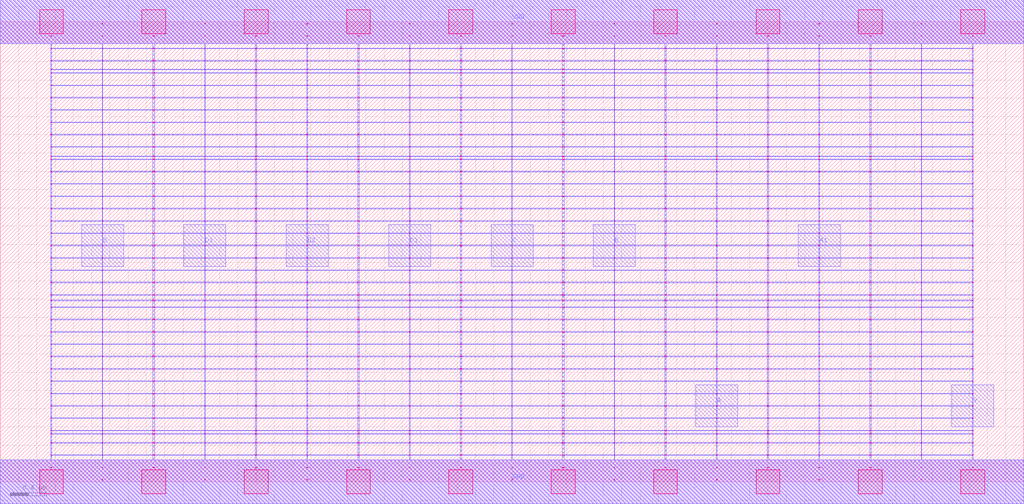
<source format=lef>
MACRO AOAAOI2123_DEBUG
 CLASS CORE ;
 FOREIGN AOAAOI2123_DEBUG 0 0 ;
 SIZE 11.200000000000001 BY 5.04 ;
 ORIGIN 0 0 ;
 SYMMETRY X Y R90 ;
 SITE unit ;
  PIN VDD
   DIRECTION INOUT ;
   USE SIGNAL ;
   SHAPE ABUTMENT ;
    PORT
     CLASS CORE ;
       LAYER met1 ;
        RECT 0.00000000 4.80000000 11.20000000 5.28000000 ;
       LAYER met2 ;
        RECT 0.00000000 4.80000000 11.20000000 5.28000000 ;
    END
  END VDD

  PIN GND
   DIRECTION INOUT ;
   USE SIGNAL ;
   SHAPE ABUTMENT ;
    PORT
     CLASS CORE ;
       LAYER met1 ;
        RECT 0.00000000 -0.24000000 11.20000000 0.24000000 ;
       LAYER met2 ;
        RECT 0.00000000 -0.24000000 11.20000000 0.24000000 ;
    END
  END GND

  PIN Y
   DIRECTION INOUT ;
   USE SIGNAL ;
   SHAPE ABUTMENT ;
    PORT
     CLASS CORE ;
       LAYER met2 ;
        RECT 10.41000000 0.60200000 10.87000000 1.06200000 ;
    END
  END Y

  PIN B
   DIRECTION INOUT ;
   USE SIGNAL ;
   SHAPE ABUTMENT ;
    PORT
     CLASS CORE ;
       LAYER met2 ;
        RECT 6.49000000 2.35700000 6.95000000 2.81700000 ;
    END
  END B

  PIN A1
   DIRECTION INOUT ;
   USE SIGNAL ;
   SHAPE ABUTMENT ;
    PORT
     CLASS CORE ;
       LAYER met2 ;
        RECT 8.73000000 2.35700000 9.19000000 2.81700000 ;
    END
  END A1

  PIN D
   DIRECTION INOUT ;
   USE SIGNAL ;
   SHAPE ABUTMENT ;
    PORT
     CLASS CORE ;
       LAYER met2 ;
        RECT 0.89000000 2.35700000 1.35000000 2.81700000 ;
    END
  END D

  PIN C
   DIRECTION INOUT ;
   USE SIGNAL ;
   SHAPE ABUTMENT ;
    PORT
     CLASS CORE ;
       LAYER met2 ;
        RECT 5.37000000 2.35700000 5.83000000 2.81700000 ;
    END
  END C

  PIN A
   DIRECTION INOUT ;
   USE SIGNAL ;
   SHAPE ABUTMENT ;
    PORT
     CLASS CORE ;
       LAYER met2 ;
        RECT 7.61000000 0.60200000 8.07000000 1.06200000 ;
    END
  END A

  PIN D1
   DIRECTION INOUT ;
   USE SIGNAL ;
   SHAPE ABUTMENT ;
    PORT
     CLASS CORE ;
       LAYER met2 ;
        RECT 2.01000000 2.35700000 2.47000000 2.81700000 ;
    END
  END D1

  PIN C1
   DIRECTION INOUT ;
   USE SIGNAL ;
   SHAPE ABUTMENT ;
    PORT
     CLASS CORE ;
       LAYER met2 ;
        RECT 4.25000000 2.35700000 4.71000000 2.81700000 ;
    END
  END C1

  PIN D2
   DIRECTION INOUT ;
   USE SIGNAL ;
   SHAPE ABUTMENT ;
    PORT
     CLASS CORE ;
       LAYER met2 ;
        RECT 3.13000000 2.35700000 3.59000000 2.81700000 ;
    END
  END D2

 OBS
    LAYER polycont ;
     RECT 5.59600000 2.58300000 5.60400000 2.59100000 ;
     RECT 5.59600000 2.71800000 5.60400000 2.72600000 ;
     RECT 5.59600000 2.85300000 5.60400000 2.86100000 ;
     RECT 5.59600000 2.98800000 5.60400000 2.99600000 ;
     RECT 7.83600000 2.58300000 7.84400000 2.59100000 ;
     RECT 8.39100000 2.58300000 8.40900000 2.59100000 ;
     RECT 8.95600000 2.58300000 8.96400000 2.59100000 ;
     RECT 9.51600000 2.58300000 9.52900000 2.59100000 ;
     RECT 10.07600000 2.58300000 10.08400000 2.59100000 ;
     RECT 10.63600000 2.58300000 10.64400000 2.59100000 ;
     RECT 6.15100000 2.58300000 6.16900000 2.59100000 ;
     RECT 6.15100000 2.71800000 6.16900000 2.72600000 ;
     RECT 6.71600000 2.71800000 6.72400000 2.72600000 ;
     RECT 7.27100000 2.71800000 7.28900000 2.72600000 ;
     RECT 7.83600000 2.71800000 7.84400000 2.72600000 ;
     RECT 8.39100000 2.71800000 8.40900000 2.72600000 ;
     RECT 8.95600000 2.71800000 8.96400000 2.72600000 ;
     RECT 9.51600000 2.71800000 9.52900000 2.72600000 ;
     RECT 10.07600000 2.71800000 10.08400000 2.72600000 ;
     RECT 10.63600000 2.71800000 10.64400000 2.72600000 ;
     RECT 6.71600000 2.58300000 6.72400000 2.59100000 ;
     RECT 6.15100000 2.85300000 6.16900000 2.86100000 ;
     RECT 6.71600000 2.85300000 6.72400000 2.86100000 ;
     RECT 7.27100000 2.85300000 7.28900000 2.86100000 ;
     RECT 7.83600000 2.85300000 7.84400000 2.86100000 ;
     RECT 8.39100000 2.85300000 8.40900000 2.86100000 ;
     RECT 8.95600000 2.85300000 8.96400000 2.86100000 ;
     RECT 9.51600000 2.85300000 9.52900000 2.86100000 ;
     RECT 10.07600000 2.85300000 10.08400000 2.86100000 ;
     RECT 10.63600000 2.85300000 10.64400000 2.86100000 ;
     RECT 7.27100000 2.58300000 7.28900000 2.59100000 ;
     RECT 6.15100000 2.98800000 6.16900000 2.99600000 ;
     RECT 6.71600000 2.98800000 6.72400000 2.99600000 ;
     RECT 7.27100000 2.98800000 7.28900000 2.99600000 ;
     RECT 7.83600000 2.98800000 7.84400000 2.99600000 ;
     RECT 8.39100000 2.98800000 8.40900000 2.99600000 ;
     RECT 8.95600000 2.98800000 8.96400000 2.99600000 ;
     RECT 9.51600000 2.98800000 9.52900000 2.99600000 ;
     RECT 10.07600000 2.98800000 10.08400000 2.99600000 ;
     RECT 10.63600000 2.98800000 10.64400000 2.99600000 ;
     RECT 10.07600000 3.12300000 10.08400000 3.13100000 ;
     RECT 10.63600000 3.12300000 10.64400000 3.13100000 ;
     RECT 10.07600000 3.25800000 10.08400000 3.26600000 ;
     RECT 10.63600000 3.25800000 10.64400000 3.26600000 ;
     RECT 10.07600000 3.39300000 10.08400000 3.40100000 ;
     RECT 10.63600000 3.39300000 10.64400000 3.40100000 ;
     RECT 10.07600000 3.52800000 10.08400000 3.53600000 ;
     RECT 10.63600000 3.52800000 10.64400000 3.53600000 ;
     RECT 10.07600000 3.56100000 10.08400000 3.56900000 ;
     RECT 10.63600000 3.56100000 10.64400000 3.56900000 ;
     RECT 10.07600000 3.66300000 10.08400000 3.67100000 ;
     RECT 10.63600000 3.66300000 10.64400000 3.67100000 ;
     RECT 10.07600000 3.79800000 10.08400000 3.80600000 ;
     RECT 10.63600000 3.79800000 10.64400000 3.80600000 ;
     RECT 10.07600000 3.93300000 10.08400000 3.94100000 ;
     RECT 10.63600000 3.93300000 10.64400000 3.94100000 ;
     RECT 10.07600000 4.06800000 10.08400000 4.07600000 ;
     RECT 10.63600000 4.06800000 10.64400000 4.07600000 ;
     RECT 10.07600000 4.20300000 10.08400000 4.21100000 ;
     RECT 10.63600000 4.20300000 10.64400000 4.21100000 ;
     RECT 10.07600000 4.33800000 10.08400000 4.34600000 ;
     RECT 10.63600000 4.33800000 10.64400000 4.34600000 ;
     RECT 10.07600000 4.47300000 10.08400000 4.48100000 ;
     RECT 10.63600000 4.47300000 10.64400000 4.48100000 ;
     RECT 10.07600000 4.51100000 10.08400000 4.51900000 ;
     RECT 10.63600000 4.51100000 10.64400000 4.51900000 ;
     RECT 10.07600000 4.60800000 10.08400000 4.61600000 ;
     RECT 10.63600000 4.60800000 10.64400000 4.61600000 ;
     RECT 10.07600000 4.74300000 10.08400000 4.75100000 ;
     RECT 10.63600000 4.74300000 10.64400000 4.75100000 ;
     RECT 10.07600000 4.87800000 10.08400000 4.88600000 ;
     RECT 10.63600000 4.87800000 10.64400000 4.88600000 ;
     RECT 0.55100000 2.58300000 0.56400000 2.59100000 ;
     RECT 0.55100000 2.71800000 0.56400000 2.72600000 ;
     RECT 0.55100000 2.85300000 0.56400000 2.86100000 ;
     RECT 1.11600000 2.85300000 1.12400000 2.86100000 ;
     RECT 1.67100000 2.85300000 1.68900000 2.86100000 ;
     RECT 2.23600000 2.85300000 2.24400000 2.86100000 ;
     RECT 2.79100000 2.85300000 2.80900000 2.86100000 ;
     RECT 3.35600000 2.85300000 3.36400000 2.86100000 ;
     RECT 3.91100000 2.85300000 3.92900000 2.86100000 ;
     RECT 4.47600000 2.85300000 4.48400000 2.86100000 ;
     RECT 5.03100000 2.85300000 5.04900000 2.86100000 ;
     RECT 1.11600000 2.71800000 1.12400000 2.72600000 ;
     RECT 1.67100000 2.71800000 1.68900000 2.72600000 ;
     RECT 2.23600000 2.71800000 2.24400000 2.72600000 ;
     RECT 2.79100000 2.71800000 2.80900000 2.72600000 ;
     RECT 3.35600000 2.71800000 3.36400000 2.72600000 ;
     RECT 3.91100000 2.71800000 3.92900000 2.72600000 ;
     RECT 4.47600000 2.71800000 4.48400000 2.72600000 ;
     RECT 5.03100000 2.71800000 5.04900000 2.72600000 ;
     RECT 1.11600000 2.58300000 1.12400000 2.59100000 ;
     RECT 1.67100000 2.58300000 1.68900000 2.59100000 ;
     RECT 0.55100000 2.98800000 0.56400000 2.99600000 ;
     RECT 1.11600000 2.98800000 1.12400000 2.99600000 ;
     RECT 1.67100000 2.98800000 1.68900000 2.99600000 ;
     RECT 2.23600000 2.98800000 2.24400000 2.99600000 ;
     RECT 2.79100000 2.98800000 2.80900000 2.99600000 ;
     RECT 3.35600000 2.98800000 3.36400000 2.99600000 ;
     RECT 3.91100000 2.98800000 3.92900000 2.99600000 ;
     RECT 4.47600000 2.98800000 4.48400000 2.99600000 ;
     RECT 5.03100000 2.98800000 5.04900000 2.99600000 ;
     RECT 2.23600000 2.58300000 2.24400000 2.59100000 ;
     RECT 2.79100000 2.58300000 2.80900000 2.59100000 ;
     RECT 3.35600000 2.58300000 3.36400000 2.59100000 ;
     RECT 3.91100000 2.58300000 3.92900000 2.59100000 ;
     RECT 4.47600000 2.58300000 4.48400000 2.59100000 ;
     RECT 5.03100000 2.58300000 5.04900000 2.59100000 ;
     RECT 7.83600000 1.09800000 7.84400000 1.10600000 ;
     RECT 7.83600000 1.23300000 7.84400000 1.24100000 ;
     RECT 7.83600000 1.36800000 7.84400000 1.37600000 ;
     RECT 7.83600000 1.50300000 7.84400000 1.51100000 ;
     RECT 7.83600000 1.63800000 7.84400000 1.64600000 ;
     RECT 7.83600000 1.77300000 7.84400000 1.78100000 ;
     RECT 7.83600000 1.90800000 7.84400000 1.91600000 ;
     RECT 7.83600000 1.98100000 7.84400000 1.98900000 ;
     RECT 7.83600000 2.04300000 7.84400000 2.05100000 ;
     RECT 7.83600000 2.17800000 7.84400000 2.18600000 ;
     RECT 7.83600000 2.31300000 7.84400000 2.32100000 ;
     RECT 7.83600000 2.44800000 7.84400000 2.45600000 ;
     RECT 7.83600000 0.15300000 7.84400000 0.16100000 ;
     RECT 7.83600000 0.28800000 7.84400000 0.29600000 ;
     RECT 7.83600000 0.42300000 7.84400000 0.43100000 ;
     RECT 7.83600000 0.52100000 7.84400000 0.52900000 ;
     RECT 7.83600000 0.55800000 7.84400000 0.56600000 ;
     RECT 7.83600000 0.69300000 7.84400000 0.70100000 ;
     RECT 7.83600000 0.82800000 7.84400000 0.83600000 ;
     RECT 7.83600000 0.96300000 7.84400000 0.97100000 ;

    LAYER pdiffc ;
     RECT 0.55100000 3.39300000 0.55900000 3.40100000 ;
     RECT 9.52100000 3.39300000 9.52900000 3.40100000 ;
     RECT 0.55100000 3.52800000 0.55900000 3.53600000 ;
     RECT 9.52100000 3.52800000 9.52900000 3.53600000 ;
     RECT 0.55100000 3.56100000 0.55900000 3.56900000 ;
     RECT 9.52100000 3.56100000 9.52900000 3.56900000 ;
     RECT 0.55100000 3.66300000 0.55900000 3.67100000 ;
     RECT 9.52100000 3.66300000 9.52900000 3.67100000 ;
     RECT 0.55100000 3.79800000 0.55900000 3.80600000 ;
     RECT 9.52100000 3.79800000 9.52900000 3.80600000 ;
     RECT 0.55100000 3.93300000 0.55900000 3.94100000 ;
     RECT 9.52100000 3.93300000 9.52900000 3.94100000 ;
     RECT 0.55100000 4.06800000 0.55900000 4.07600000 ;
     RECT 9.52100000 4.06800000 9.52900000 4.07600000 ;
     RECT 0.55100000 4.20300000 0.55900000 4.21100000 ;
     RECT 9.52100000 4.20300000 9.52900000 4.21100000 ;
     RECT 0.55100000 4.33800000 0.55900000 4.34600000 ;
     RECT 9.52100000 4.33800000 9.52900000 4.34600000 ;
     RECT 0.55100000 4.47300000 0.55900000 4.48100000 ;
     RECT 9.52100000 4.47300000 9.52900000 4.48100000 ;
     RECT 0.55100000 4.51100000 0.55900000 4.51900000 ;
     RECT 9.52100000 4.51100000 9.52900000 4.51900000 ;
     RECT 0.55100000 4.60800000 0.55900000 4.61600000 ;
     RECT 9.52100000 4.60800000 9.52900000 4.61600000 ;

    LAYER ndiffc ;
     RECT 6.15100000 0.42300000 6.16900000 0.43100000 ;
     RECT 7.27100000 0.42300000 7.28900000 0.43100000 ;
     RECT 8.39100000 0.42300000 8.40900000 0.43100000 ;
     RECT 9.51600000 0.42300000 9.52900000 0.43100000 ;
     RECT 10.63600000 0.42300000 10.64400000 0.43100000 ;
     RECT 6.15100000 0.52100000 6.16900000 0.52900000 ;
     RECT 7.27100000 0.52100000 7.28900000 0.52900000 ;
     RECT 8.39100000 0.52100000 8.40900000 0.52900000 ;
     RECT 9.51600000 0.52100000 9.52900000 0.52900000 ;
     RECT 10.63600000 0.52100000 10.64400000 0.52900000 ;
     RECT 6.15100000 0.55800000 6.16900000 0.56600000 ;
     RECT 7.27100000 0.55800000 7.28900000 0.56600000 ;
     RECT 8.39100000 0.55800000 8.40900000 0.56600000 ;
     RECT 9.51600000 0.55800000 9.52900000 0.56600000 ;
     RECT 10.63600000 0.55800000 10.64400000 0.56600000 ;
     RECT 6.15100000 0.69300000 6.16900000 0.70100000 ;
     RECT 7.27100000 0.69300000 7.28900000 0.70100000 ;
     RECT 8.39100000 0.69300000 8.40900000 0.70100000 ;
     RECT 9.51600000 0.69300000 9.52900000 0.70100000 ;
     RECT 10.63600000 0.69300000 10.64400000 0.70100000 ;
     RECT 6.15100000 0.82800000 6.16900000 0.83600000 ;
     RECT 7.27100000 0.82800000 7.28900000 0.83600000 ;
     RECT 8.39100000 0.82800000 8.40900000 0.83600000 ;
     RECT 9.51600000 0.82800000 9.52900000 0.83600000 ;
     RECT 10.63600000 0.82800000 10.64400000 0.83600000 ;
     RECT 6.15100000 0.96300000 6.16900000 0.97100000 ;
     RECT 7.27100000 0.96300000 7.28900000 0.97100000 ;
     RECT 8.39100000 0.96300000 8.40900000 0.97100000 ;
     RECT 9.51600000 0.96300000 9.52900000 0.97100000 ;
     RECT 10.63600000 0.96300000 10.64400000 0.97100000 ;
     RECT 6.15100000 1.09800000 6.16900000 1.10600000 ;
     RECT 7.27100000 1.09800000 7.28900000 1.10600000 ;
     RECT 8.39100000 1.09800000 8.40900000 1.10600000 ;
     RECT 9.51600000 1.09800000 9.52900000 1.10600000 ;
     RECT 10.63600000 1.09800000 10.64400000 1.10600000 ;
     RECT 6.15100000 1.23300000 6.16900000 1.24100000 ;
     RECT 7.27100000 1.23300000 7.28900000 1.24100000 ;
     RECT 8.39100000 1.23300000 8.40900000 1.24100000 ;
     RECT 9.51600000 1.23300000 9.52900000 1.24100000 ;
     RECT 10.63600000 1.23300000 10.64400000 1.24100000 ;
     RECT 6.15100000 1.36800000 6.16900000 1.37600000 ;
     RECT 7.27100000 1.36800000 7.28900000 1.37600000 ;
     RECT 8.39100000 1.36800000 8.40900000 1.37600000 ;
     RECT 9.51600000 1.36800000 9.52900000 1.37600000 ;
     RECT 10.63600000 1.36800000 10.64400000 1.37600000 ;
     RECT 6.15100000 1.50300000 6.16900000 1.51100000 ;
     RECT 7.27100000 1.50300000 7.28900000 1.51100000 ;
     RECT 8.39100000 1.50300000 8.40900000 1.51100000 ;
     RECT 9.51600000 1.50300000 9.52900000 1.51100000 ;
     RECT 10.63600000 1.50300000 10.64400000 1.51100000 ;
     RECT 6.15100000 1.63800000 6.16900000 1.64600000 ;
     RECT 7.27100000 1.63800000 7.28900000 1.64600000 ;
     RECT 8.39100000 1.63800000 8.40900000 1.64600000 ;
     RECT 9.51600000 1.63800000 9.52900000 1.64600000 ;
     RECT 10.63600000 1.63800000 10.64400000 1.64600000 ;
     RECT 6.15100000 1.77300000 6.16900000 1.78100000 ;
     RECT 7.27100000 1.77300000 7.28900000 1.78100000 ;
     RECT 8.39100000 1.77300000 8.40900000 1.78100000 ;
     RECT 9.51600000 1.77300000 9.52900000 1.78100000 ;
     RECT 10.63600000 1.77300000 10.64400000 1.78100000 ;
     RECT 6.15100000 1.90800000 6.16900000 1.91600000 ;
     RECT 7.27100000 1.90800000 7.28900000 1.91600000 ;
     RECT 8.39100000 1.90800000 8.40900000 1.91600000 ;
     RECT 9.51600000 1.90800000 9.52900000 1.91600000 ;
     RECT 10.63600000 1.90800000 10.64400000 1.91600000 ;
     RECT 6.15100000 1.98100000 6.16900000 1.98900000 ;
     RECT 7.27100000 1.98100000 7.28900000 1.98900000 ;
     RECT 8.39100000 1.98100000 8.40900000 1.98900000 ;
     RECT 9.51600000 1.98100000 9.52900000 1.98900000 ;
     RECT 10.63600000 1.98100000 10.64400000 1.98900000 ;
     RECT 6.15100000 2.04300000 6.16900000 2.05100000 ;
     RECT 7.27100000 2.04300000 7.28900000 2.05100000 ;
     RECT 8.39100000 2.04300000 8.40900000 2.05100000 ;
     RECT 9.51600000 2.04300000 9.52900000 2.05100000 ;
     RECT 10.63600000 2.04300000 10.64400000 2.05100000 ;
     RECT 0.55100000 0.42300000 0.56400000 0.43100000 ;
     RECT 1.67100000 0.42300000 1.68900000 0.43100000 ;
     RECT 2.79100000 0.42300000 2.80900000 0.43100000 ;
     RECT 3.91100000 0.42300000 3.92900000 0.43100000 ;
     RECT 5.03100000 0.42300000 5.04900000 0.43100000 ;
     RECT 0.55100000 1.36800000 0.56400000 1.37600000 ;
     RECT 1.67100000 1.36800000 1.68900000 1.37600000 ;
     RECT 2.79100000 1.36800000 2.80900000 1.37600000 ;
     RECT 3.91100000 1.36800000 3.92900000 1.37600000 ;
     RECT 5.03100000 1.36800000 5.04900000 1.37600000 ;
     RECT 0.55100000 0.82800000 0.56400000 0.83600000 ;
     RECT 1.67100000 0.82800000 1.68900000 0.83600000 ;
     RECT 2.79100000 0.82800000 2.80900000 0.83600000 ;
     RECT 3.91100000 0.82800000 3.92900000 0.83600000 ;
     RECT 5.03100000 0.82800000 5.04900000 0.83600000 ;
     RECT 0.55100000 1.50300000 0.56400000 1.51100000 ;
     RECT 1.67100000 1.50300000 1.68900000 1.51100000 ;
     RECT 2.79100000 1.50300000 2.80900000 1.51100000 ;
     RECT 3.91100000 1.50300000 3.92900000 1.51100000 ;
     RECT 5.03100000 1.50300000 5.04900000 1.51100000 ;
     RECT 0.55100000 0.55800000 0.56400000 0.56600000 ;
     RECT 1.67100000 0.55800000 1.68900000 0.56600000 ;
     RECT 2.79100000 0.55800000 2.80900000 0.56600000 ;
     RECT 3.91100000 0.55800000 3.92900000 0.56600000 ;
     RECT 5.03100000 0.55800000 5.04900000 0.56600000 ;
     RECT 0.55100000 1.63800000 0.56400000 1.64600000 ;
     RECT 1.67100000 1.63800000 1.68900000 1.64600000 ;
     RECT 2.79100000 1.63800000 2.80900000 1.64600000 ;
     RECT 3.91100000 1.63800000 3.92900000 1.64600000 ;
     RECT 5.03100000 1.63800000 5.04900000 1.64600000 ;
     RECT 0.55100000 0.96300000 0.56400000 0.97100000 ;
     RECT 1.67100000 0.96300000 1.68900000 0.97100000 ;
     RECT 2.79100000 0.96300000 2.80900000 0.97100000 ;
     RECT 3.91100000 0.96300000 3.92900000 0.97100000 ;
     RECT 5.03100000 0.96300000 5.04900000 0.97100000 ;
     RECT 0.55100000 1.77300000 0.56400000 1.78100000 ;
     RECT 1.67100000 1.77300000 1.68900000 1.78100000 ;
     RECT 2.79100000 1.77300000 2.80900000 1.78100000 ;
     RECT 3.91100000 1.77300000 3.92900000 1.78100000 ;
     RECT 5.03100000 1.77300000 5.04900000 1.78100000 ;
     RECT 0.55100000 0.52100000 0.56400000 0.52900000 ;
     RECT 1.67100000 0.52100000 1.68900000 0.52900000 ;
     RECT 2.79100000 0.52100000 2.80900000 0.52900000 ;
     RECT 3.91100000 0.52100000 3.92900000 0.52900000 ;
     RECT 5.03100000 0.52100000 5.04900000 0.52900000 ;
     RECT 0.55100000 1.90800000 0.56400000 1.91600000 ;
     RECT 1.67100000 1.90800000 1.68900000 1.91600000 ;
     RECT 2.79100000 1.90800000 2.80900000 1.91600000 ;
     RECT 3.91100000 1.90800000 3.92900000 1.91600000 ;
     RECT 5.03100000 1.90800000 5.04900000 1.91600000 ;
     RECT 0.55100000 1.09800000 0.56400000 1.10600000 ;
     RECT 1.67100000 1.09800000 1.68900000 1.10600000 ;
     RECT 2.79100000 1.09800000 2.80900000 1.10600000 ;
     RECT 3.91100000 1.09800000 3.92900000 1.10600000 ;
     RECT 5.03100000 1.09800000 5.04900000 1.10600000 ;
     RECT 0.55100000 1.98100000 0.56400000 1.98900000 ;
     RECT 1.67100000 1.98100000 1.68900000 1.98900000 ;
     RECT 2.79100000 1.98100000 2.80900000 1.98900000 ;
     RECT 3.91100000 1.98100000 3.92900000 1.98900000 ;
     RECT 5.03100000 1.98100000 5.04900000 1.98900000 ;
     RECT 0.55100000 0.69300000 0.56400000 0.70100000 ;
     RECT 1.67100000 0.69300000 1.68900000 0.70100000 ;
     RECT 2.79100000 0.69300000 2.80900000 0.70100000 ;
     RECT 3.91100000 0.69300000 3.92900000 0.70100000 ;
     RECT 5.03100000 0.69300000 5.04900000 0.70100000 ;
     RECT 0.55100000 2.04300000 0.56400000 2.05100000 ;
     RECT 1.67100000 2.04300000 1.68900000 2.05100000 ;
     RECT 2.79100000 2.04300000 2.80900000 2.05100000 ;
     RECT 3.91100000 2.04300000 3.92900000 2.05100000 ;
     RECT 5.03100000 2.04300000 5.04900000 2.05100000 ;
     RECT 0.55100000 1.23300000 0.56400000 1.24100000 ;
     RECT 1.67100000 1.23300000 1.68900000 1.24100000 ;
     RECT 2.79100000 1.23300000 2.80900000 1.24100000 ;
     RECT 3.91100000 1.23300000 3.92900000 1.24100000 ;
     RECT 5.03100000 1.23300000 5.04900000 1.24100000 ;

    LAYER met1 ;
     RECT 0.00000000 -0.24000000 11.20000000 0.24000000 ;
     RECT 5.59600000 0.24000000 5.60400000 0.28800000 ;
     RECT 0.55100000 0.28800000 10.64400000 0.29600000 ;
     RECT 5.59600000 0.29600000 5.60400000 0.42300000 ;
     RECT 0.55100000 0.42300000 10.64400000 0.43100000 ;
     RECT 5.59600000 0.43100000 5.60400000 0.52100000 ;
     RECT 0.55100000 0.52100000 10.64400000 0.52900000 ;
     RECT 5.59600000 0.52900000 5.60400000 0.55800000 ;
     RECT 0.55100000 0.55800000 10.64400000 0.56600000 ;
     RECT 5.59600000 0.56600000 5.60400000 0.69300000 ;
     RECT 0.55100000 0.69300000 10.64400000 0.70100000 ;
     RECT 5.59600000 0.70100000 5.60400000 0.82800000 ;
     RECT 0.55100000 0.82800000 10.64400000 0.83600000 ;
     RECT 5.59600000 0.83600000 5.60400000 0.96300000 ;
     RECT 0.55100000 0.96300000 10.64400000 0.97100000 ;
     RECT 5.59600000 0.97100000 5.60400000 1.09800000 ;
     RECT 0.55100000 1.09800000 10.64400000 1.10600000 ;
     RECT 5.59600000 1.10600000 5.60400000 1.23300000 ;
     RECT 0.55100000 1.23300000 10.64400000 1.24100000 ;
     RECT 5.59600000 1.24100000 5.60400000 1.36800000 ;
     RECT 0.55100000 1.36800000 10.64400000 1.37600000 ;
     RECT 5.59600000 1.37600000 5.60400000 1.50300000 ;
     RECT 0.55100000 1.50300000 10.64400000 1.51100000 ;
     RECT 5.59600000 1.51100000 5.60400000 1.63800000 ;
     RECT 0.55100000 1.63800000 10.64400000 1.64600000 ;
     RECT 5.59600000 1.64600000 5.60400000 1.77300000 ;
     RECT 0.55100000 1.77300000 10.64400000 1.78100000 ;
     RECT 5.59600000 1.78100000 5.60400000 1.90800000 ;
     RECT 0.55100000 1.90800000 10.64400000 1.91600000 ;
     RECT 5.59600000 1.91600000 5.60400000 1.98100000 ;
     RECT 0.55100000 1.98100000 10.64400000 1.98900000 ;
     RECT 5.59600000 1.98900000 5.60400000 2.04300000 ;
     RECT 0.55100000 2.04300000 10.64400000 2.05100000 ;
     RECT 5.59600000 2.05100000 5.60400000 2.17800000 ;
     RECT 0.55100000 2.17800000 10.64400000 2.18600000 ;
     RECT 5.59600000 2.18600000 5.60400000 2.31300000 ;
     RECT 0.55100000 2.31300000 10.64400000 2.32100000 ;
     RECT 5.59600000 2.32100000 5.60400000 2.44800000 ;
     RECT 0.55100000 2.44800000 10.64400000 2.45600000 ;
     RECT 0.55100000 2.45600000 0.56400000 2.58300000 ;
     RECT 1.11600000 2.45600000 1.12400000 2.58300000 ;
     RECT 1.67100000 2.45600000 1.68900000 2.58300000 ;
     RECT 2.23600000 2.45600000 2.24400000 2.58300000 ;
     RECT 2.79100000 2.45600000 2.80900000 2.58300000 ;
     RECT 3.35600000 2.45600000 3.36400000 2.58300000 ;
     RECT 3.91100000 2.45600000 3.92900000 2.58300000 ;
     RECT 4.47600000 2.45600000 4.48400000 2.58300000 ;
     RECT 5.03100000 2.45600000 5.04900000 2.58300000 ;
     RECT 5.59600000 2.45600000 5.60400000 2.58300000 ;
     RECT 6.15100000 2.45600000 6.16900000 2.58300000 ;
     RECT 6.71600000 2.45600000 6.72400000 2.58300000 ;
     RECT 7.27100000 2.45600000 7.28900000 2.58300000 ;
     RECT 7.83600000 2.45600000 7.84400000 2.58300000 ;
     RECT 8.39100000 2.45600000 8.40900000 2.58300000 ;
     RECT 8.95600000 2.45600000 8.96400000 2.58300000 ;
     RECT 9.51600000 2.45600000 9.52900000 2.58300000 ;
     RECT 10.07600000 2.45600000 10.08400000 2.58300000 ;
     RECT 10.63600000 2.45600000 10.64400000 2.58300000 ;
     RECT 0.55100000 2.58300000 10.64400000 2.59100000 ;
     RECT 5.59600000 2.59100000 5.60400000 2.71800000 ;
     RECT 0.55100000 2.71800000 10.64400000 2.72600000 ;
     RECT 5.59600000 2.72600000 5.60400000 2.85300000 ;
     RECT 0.55100000 2.85300000 10.64400000 2.86100000 ;
     RECT 5.59600000 2.86100000 5.60400000 2.98800000 ;
     RECT 0.55100000 2.98800000 10.64400000 2.99600000 ;
     RECT 5.59600000 2.99600000 5.60400000 3.12300000 ;
     RECT 0.55100000 3.12300000 10.64400000 3.13100000 ;
     RECT 5.59600000 3.13100000 5.60400000 3.25800000 ;
     RECT 0.55100000 3.25800000 10.64400000 3.26600000 ;
     RECT 5.59600000 3.26600000 5.60400000 3.39300000 ;
     RECT 0.55100000 3.39300000 10.64400000 3.40100000 ;
     RECT 5.59600000 3.40100000 5.60400000 3.52800000 ;
     RECT 0.55100000 3.52800000 10.64400000 3.53600000 ;
     RECT 5.59600000 3.53600000 5.60400000 3.56100000 ;
     RECT 0.55100000 3.56100000 10.64400000 3.56900000 ;
     RECT 5.59600000 3.56900000 5.60400000 3.66300000 ;
     RECT 0.55100000 3.66300000 10.64400000 3.67100000 ;
     RECT 5.59600000 3.67100000 5.60400000 3.79800000 ;
     RECT 0.55100000 3.79800000 10.64400000 3.80600000 ;
     RECT 5.59600000 3.80600000 5.60400000 3.93300000 ;
     RECT 0.55100000 3.93300000 10.64400000 3.94100000 ;
     RECT 5.59600000 3.94100000 5.60400000 4.06800000 ;
     RECT 0.55100000 4.06800000 10.64400000 4.07600000 ;
     RECT 5.59600000 4.07600000 5.60400000 4.20300000 ;
     RECT 0.55100000 4.20300000 10.64400000 4.21100000 ;
     RECT 5.59600000 4.21100000 5.60400000 4.33800000 ;
     RECT 0.55100000 4.33800000 10.64400000 4.34600000 ;
     RECT 5.59600000 4.34600000 5.60400000 4.47300000 ;
     RECT 0.55100000 4.47300000 10.64400000 4.48100000 ;
     RECT 5.59600000 4.48100000 5.60400000 4.51100000 ;
     RECT 0.55100000 4.51100000 10.64400000 4.51900000 ;
     RECT 5.59600000 4.51900000 5.60400000 4.60800000 ;
     RECT 0.55100000 4.60800000 10.64400000 4.61600000 ;
     RECT 5.59600000 4.61600000 5.60400000 4.74300000 ;
     RECT 0.55100000 4.74300000 10.64400000 4.75100000 ;
     RECT 5.59600000 4.75100000 5.60400000 4.80000000 ;
     RECT 0.00000000 4.80000000 11.20000000 5.28000000 ;
     RECT 8.39100000 2.99600000 8.40900000 3.12300000 ;
     RECT 8.39100000 3.13100000 8.40900000 3.25800000 ;
     RECT 8.39100000 3.26600000 8.40900000 3.39300000 ;
     RECT 8.39100000 3.40100000 8.40900000 3.52800000 ;
     RECT 8.39100000 3.53600000 8.40900000 3.56100000 ;
     RECT 8.39100000 2.72600000 8.40900000 2.85300000 ;
     RECT 8.39100000 3.56900000 8.40900000 3.66300000 ;
     RECT 8.39100000 3.67100000 8.40900000 3.79800000 ;
     RECT 6.15100000 3.80600000 6.16900000 3.93300000 ;
     RECT 6.71600000 3.80600000 6.72400000 3.93300000 ;
     RECT 7.27100000 3.80600000 7.28900000 3.93300000 ;
     RECT 7.83600000 3.80600000 7.84400000 3.93300000 ;
     RECT 8.39100000 3.80600000 8.40900000 3.93300000 ;
     RECT 8.95600000 3.80600000 8.96400000 3.93300000 ;
     RECT 9.51600000 3.80600000 9.52900000 3.93300000 ;
     RECT 10.07600000 3.80600000 10.08400000 3.93300000 ;
     RECT 10.63600000 3.80600000 10.64400000 3.93300000 ;
     RECT 8.39100000 3.94100000 8.40900000 4.06800000 ;
     RECT 8.39100000 4.07600000 8.40900000 4.20300000 ;
     RECT 8.39100000 4.21100000 8.40900000 4.33800000 ;
     RECT 8.39100000 2.86100000 8.40900000 2.98800000 ;
     RECT 8.39100000 4.34600000 8.40900000 4.47300000 ;
     RECT 8.39100000 4.48100000 8.40900000 4.51100000 ;
     RECT 8.39100000 2.59100000 8.40900000 2.71800000 ;
     RECT 8.39100000 4.51900000 8.40900000 4.60800000 ;
     RECT 8.39100000 4.61600000 8.40900000 4.74300000 ;
     RECT 8.39100000 4.75100000 8.40900000 4.80000000 ;
     RECT 9.51600000 3.94100000 9.52900000 4.06800000 ;
     RECT 8.95600000 4.21100000 8.96400000 4.33800000 ;
     RECT 9.51600000 4.21100000 9.52900000 4.33800000 ;
     RECT 10.07600000 4.21100000 10.08400000 4.33800000 ;
     RECT 10.63600000 4.21100000 10.64400000 4.33800000 ;
     RECT 10.07600000 3.94100000 10.08400000 4.06800000 ;
     RECT 10.63600000 3.94100000 10.64400000 4.06800000 ;
     RECT 8.95600000 4.34600000 8.96400000 4.47300000 ;
     RECT 9.51600000 4.34600000 9.52900000 4.47300000 ;
     RECT 10.07600000 4.34600000 10.08400000 4.47300000 ;
     RECT 10.63600000 4.34600000 10.64400000 4.47300000 ;
     RECT 8.95600000 3.94100000 8.96400000 4.06800000 ;
     RECT 8.95600000 4.48100000 8.96400000 4.51100000 ;
     RECT 9.51600000 4.48100000 9.52900000 4.51100000 ;
     RECT 10.07600000 4.48100000 10.08400000 4.51100000 ;
     RECT 10.63600000 4.48100000 10.64400000 4.51100000 ;
     RECT 8.95600000 4.07600000 8.96400000 4.20300000 ;
     RECT 9.51600000 4.07600000 9.52900000 4.20300000 ;
     RECT 8.95600000 4.51900000 8.96400000 4.60800000 ;
     RECT 9.51600000 4.51900000 9.52900000 4.60800000 ;
     RECT 10.07600000 4.51900000 10.08400000 4.60800000 ;
     RECT 10.63600000 4.51900000 10.64400000 4.60800000 ;
     RECT 10.07600000 4.07600000 10.08400000 4.20300000 ;
     RECT 8.95600000 4.61600000 8.96400000 4.74300000 ;
     RECT 9.51600000 4.61600000 9.52900000 4.74300000 ;
     RECT 10.07600000 4.61600000 10.08400000 4.74300000 ;
     RECT 10.63600000 4.61600000 10.64400000 4.74300000 ;
     RECT 10.63600000 4.07600000 10.64400000 4.20300000 ;
     RECT 8.95600000 4.75100000 8.96400000 4.80000000 ;
     RECT 9.51600000 4.75100000 9.52900000 4.80000000 ;
     RECT 10.07600000 4.75100000 10.08400000 4.80000000 ;
     RECT 10.63600000 4.75100000 10.64400000 4.80000000 ;
     RECT 6.71600000 4.07600000 6.72400000 4.20300000 ;
     RECT 7.27100000 4.07600000 7.28900000 4.20300000 ;
     RECT 7.83600000 4.07600000 7.84400000 4.20300000 ;
     RECT 6.71600000 3.94100000 6.72400000 4.06800000 ;
     RECT 7.27100000 3.94100000 7.28900000 4.06800000 ;
     RECT 6.15100000 4.51900000 6.16900000 4.60800000 ;
     RECT 6.71600000 4.51900000 6.72400000 4.60800000 ;
     RECT 7.27100000 4.51900000 7.28900000 4.60800000 ;
     RECT 7.83600000 4.51900000 7.84400000 4.60800000 ;
     RECT 7.83600000 3.94100000 7.84400000 4.06800000 ;
     RECT 6.15100000 4.34600000 6.16900000 4.47300000 ;
     RECT 6.71600000 4.34600000 6.72400000 4.47300000 ;
     RECT 7.27100000 4.34600000 7.28900000 4.47300000 ;
     RECT 7.83600000 4.34600000 7.84400000 4.47300000 ;
     RECT 6.15100000 4.61600000 6.16900000 4.74300000 ;
     RECT 6.71600000 4.61600000 6.72400000 4.74300000 ;
     RECT 7.27100000 4.61600000 7.28900000 4.74300000 ;
     RECT 7.83600000 4.61600000 7.84400000 4.74300000 ;
     RECT 6.15100000 3.94100000 6.16900000 4.06800000 ;
     RECT 6.15100000 4.07600000 6.16900000 4.20300000 ;
     RECT 6.15100000 4.21100000 6.16900000 4.33800000 ;
     RECT 6.71600000 4.21100000 6.72400000 4.33800000 ;
     RECT 7.27100000 4.21100000 7.28900000 4.33800000 ;
     RECT 6.15100000 4.75100000 6.16900000 4.80000000 ;
     RECT 6.71600000 4.75100000 6.72400000 4.80000000 ;
     RECT 7.27100000 4.75100000 7.28900000 4.80000000 ;
     RECT 7.83600000 4.75100000 7.84400000 4.80000000 ;
     RECT 6.15100000 4.48100000 6.16900000 4.51100000 ;
     RECT 6.71600000 4.48100000 6.72400000 4.51100000 ;
     RECT 7.27100000 4.48100000 7.28900000 4.51100000 ;
     RECT 7.83600000 4.48100000 7.84400000 4.51100000 ;
     RECT 7.83600000 4.21100000 7.84400000 4.33800000 ;
     RECT 7.27100000 3.53600000 7.28900000 3.56100000 ;
     RECT 7.83600000 3.53600000 7.84400000 3.56100000 ;
     RECT 7.83600000 3.13100000 7.84400000 3.25800000 ;
     RECT 6.15100000 2.86100000 6.16900000 2.98800000 ;
     RECT 6.71600000 2.86100000 6.72400000 2.98800000 ;
     RECT 7.83600000 2.72600000 7.84400000 2.85300000 ;
     RECT 6.15100000 3.13100000 6.16900000 3.25800000 ;
     RECT 6.15100000 3.56900000 6.16900000 3.66300000 ;
     RECT 6.71600000 3.56900000 6.72400000 3.66300000 ;
     RECT 7.27100000 3.56900000 7.28900000 3.66300000 ;
     RECT 7.83600000 3.56900000 7.84400000 3.66300000 ;
     RECT 6.15100000 2.59100000 6.16900000 2.71800000 ;
     RECT 6.15100000 3.67100000 6.16900000 3.79800000 ;
     RECT 6.71600000 3.67100000 6.72400000 3.79800000 ;
     RECT 7.27100000 2.86100000 7.28900000 2.98800000 ;
     RECT 7.83600000 2.86100000 7.84400000 2.98800000 ;
     RECT 7.27100000 3.67100000 7.28900000 3.79800000 ;
     RECT 7.83600000 3.67100000 7.84400000 3.79800000 ;
     RECT 6.15100000 2.99600000 6.16900000 3.12300000 ;
     RECT 6.15100000 3.26600000 6.16900000 3.39300000 ;
     RECT 6.71600000 3.26600000 6.72400000 3.39300000 ;
     RECT 7.27100000 3.26600000 7.28900000 3.39300000 ;
     RECT 7.83600000 3.26600000 7.84400000 3.39300000 ;
     RECT 6.71600000 3.13100000 6.72400000 3.25800000 ;
     RECT 6.71600000 2.59100000 6.72400000 2.71800000 ;
     RECT 6.15100000 2.72600000 6.16900000 2.85300000 ;
     RECT 6.15100000 3.40100000 6.16900000 3.52800000 ;
     RECT 6.71600000 3.40100000 6.72400000 3.52800000 ;
     RECT 6.71600000 2.99600000 6.72400000 3.12300000 ;
     RECT 7.27100000 2.99600000 7.28900000 3.12300000 ;
     RECT 7.27100000 3.40100000 7.28900000 3.52800000 ;
     RECT 7.27100000 2.59100000 7.28900000 2.71800000 ;
     RECT 7.83600000 2.59100000 7.84400000 2.71800000 ;
     RECT 7.83600000 3.40100000 7.84400000 3.52800000 ;
     RECT 7.27100000 3.13100000 7.28900000 3.25800000 ;
     RECT 6.71600000 2.72600000 6.72400000 2.85300000 ;
     RECT 7.27100000 2.72600000 7.28900000 2.85300000 ;
     RECT 6.15100000 3.53600000 6.16900000 3.56100000 ;
     RECT 6.71600000 3.53600000 6.72400000 3.56100000 ;
     RECT 7.83600000 2.99600000 7.84400000 3.12300000 ;
     RECT 10.07600000 3.56900000 10.08400000 3.66300000 ;
     RECT 10.63600000 3.56900000 10.64400000 3.66300000 ;
     RECT 8.95600000 2.72600000 8.96400000 2.85300000 ;
     RECT 9.51600000 2.72600000 9.52900000 2.85300000 ;
     RECT 8.95600000 2.99600000 8.96400000 3.12300000 ;
     RECT 8.95600000 3.40100000 8.96400000 3.52800000 ;
     RECT 10.63600000 2.86100000 10.64400000 2.98800000 ;
     RECT 9.51600000 3.40100000 9.52900000 3.52800000 ;
     RECT 10.07600000 3.40100000 10.08400000 3.52800000 ;
     RECT 10.63600000 3.40100000 10.64400000 3.52800000 ;
     RECT 8.95600000 3.67100000 8.96400000 3.79800000 ;
     RECT 9.51600000 3.67100000 9.52900000 3.79800000 ;
     RECT 10.07600000 3.67100000 10.08400000 3.79800000 ;
     RECT 10.63600000 3.67100000 10.64400000 3.79800000 ;
     RECT 10.07600000 2.72600000 10.08400000 2.85300000 ;
     RECT 10.63600000 2.72600000 10.64400000 2.85300000 ;
     RECT 9.51600000 2.99600000 9.52900000 3.12300000 ;
     RECT 8.95600000 2.59100000 8.96400000 2.71800000 ;
     RECT 10.07600000 2.99600000 10.08400000 3.12300000 ;
     RECT 10.63600000 2.99600000 10.64400000 3.12300000 ;
     RECT 9.51600000 2.59100000 9.52900000 2.71800000 ;
     RECT 8.95600000 3.26600000 8.96400000 3.39300000 ;
     RECT 9.51600000 3.26600000 9.52900000 3.39300000 ;
     RECT 10.07600000 3.26600000 10.08400000 3.39300000 ;
     RECT 8.95600000 3.53600000 8.96400000 3.56100000 ;
     RECT 8.95600000 2.86100000 8.96400000 2.98800000 ;
     RECT 9.51600000 3.53600000 9.52900000 3.56100000 ;
     RECT 10.07600000 3.53600000 10.08400000 3.56100000 ;
     RECT 10.63600000 3.53600000 10.64400000 3.56100000 ;
     RECT 10.63600000 3.26600000 10.64400000 3.39300000 ;
     RECT 8.95600000 3.13100000 8.96400000 3.25800000 ;
     RECT 9.51600000 3.13100000 9.52900000 3.25800000 ;
     RECT 10.07600000 3.13100000 10.08400000 3.25800000 ;
     RECT 10.63600000 3.13100000 10.64400000 3.25800000 ;
     RECT 10.63600000 2.59100000 10.64400000 2.71800000 ;
     RECT 9.51600000 2.86100000 9.52900000 2.98800000 ;
     RECT 10.07600000 2.86100000 10.08400000 2.98800000 ;
     RECT 10.07600000 2.59100000 10.08400000 2.71800000 ;
     RECT 8.95600000 3.56900000 8.96400000 3.66300000 ;
     RECT 9.51600000 3.56900000 9.52900000 3.66300000 ;
     RECT 2.79100000 2.59100000 2.80900000 2.71800000 ;
     RECT 2.79100000 2.99600000 2.80900000 3.12300000 ;
     RECT 2.79100000 3.94100000 2.80900000 4.06800000 ;
     RECT 2.79100000 3.40100000 2.80900000 3.52800000 ;
     RECT 2.79100000 4.07600000 2.80900000 4.20300000 ;
     RECT 2.79100000 4.21100000 2.80900000 4.33800000 ;
     RECT 2.79100000 3.53600000 2.80900000 3.56100000 ;
     RECT 2.79100000 4.34600000 2.80900000 4.47300000 ;
     RECT 2.79100000 3.13100000 2.80900000 3.25800000 ;
     RECT 2.79100000 3.56900000 2.80900000 3.66300000 ;
     RECT 2.79100000 4.48100000 2.80900000 4.51100000 ;
     RECT 2.79100000 2.86100000 2.80900000 2.98800000 ;
     RECT 2.79100000 4.51900000 2.80900000 4.60800000 ;
     RECT 2.79100000 2.72600000 2.80900000 2.85300000 ;
     RECT 2.79100000 3.67100000 2.80900000 3.79800000 ;
     RECT 2.79100000 4.61600000 2.80900000 4.74300000 ;
     RECT 2.79100000 3.26600000 2.80900000 3.39300000 ;
     RECT 2.79100000 4.75100000 2.80900000 4.80000000 ;
     RECT 0.55100000 3.80600000 0.56400000 3.93300000 ;
     RECT 1.11600000 3.80600000 1.12400000 3.93300000 ;
     RECT 1.67100000 3.80600000 1.68900000 3.93300000 ;
     RECT 2.23600000 3.80600000 2.24400000 3.93300000 ;
     RECT 2.79100000 3.80600000 2.80900000 3.93300000 ;
     RECT 3.35600000 3.80600000 3.36400000 3.93300000 ;
     RECT 3.91100000 3.80600000 3.92900000 3.93300000 ;
     RECT 4.47600000 3.80600000 4.48400000 3.93300000 ;
     RECT 5.03100000 3.80600000 5.04900000 3.93300000 ;
     RECT 3.35600000 4.48100000 3.36400000 4.51100000 ;
     RECT 3.91100000 4.48100000 3.92900000 4.51100000 ;
     RECT 4.47600000 4.48100000 4.48400000 4.51100000 ;
     RECT 5.03100000 4.48100000 5.04900000 4.51100000 ;
     RECT 4.47600000 4.07600000 4.48400000 4.20300000 ;
     RECT 5.03100000 4.07600000 5.04900000 4.20300000 ;
     RECT 3.35600000 4.51900000 3.36400000 4.60800000 ;
     RECT 3.91100000 4.51900000 3.92900000 4.60800000 ;
     RECT 4.47600000 4.51900000 4.48400000 4.60800000 ;
     RECT 5.03100000 4.51900000 5.04900000 4.60800000 ;
     RECT 4.47600000 3.94100000 4.48400000 4.06800000 ;
     RECT 3.35600000 4.21100000 3.36400000 4.33800000 ;
     RECT 3.91100000 4.21100000 3.92900000 4.33800000 ;
     RECT 3.35600000 4.61600000 3.36400000 4.74300000 ;
     RECT 3.91100000 4.61600000 3.92900000 4.74300000 ;
     RECT 4.47600000 4.61600000 4.48400000 4.74300000 ;
     RECT 5.03100000 4.61600000 5.04900000 4.74300000 ;
     RECT 4.47600000 4.21100000 4.48400000 4.33800000 ;
     RECT 5.03100000 4.21100000 5.04900000 4.33800000 ;
     RECT 3.35600000 4.75100000 3.36400000 4.80000000 ;
     RECT 3.91100000 4.75100000 3.92900000 4.80000000 ;
     RECT 4.47600000 4.75100000 4.48400000 4.80000000 ;
     RECT 5.03100000 4.75100000 5.04900000 4.80000000 ;
     RECT 5.03100000 3.94100000 5.04900000 4.06800000 ;
     RECT 3.35600000 3.94100000 3.36400000 4.06800000 ;
     RECT 3.35600000 4.34600000 3.36400000 4.47300000 ;
     RECT 3.91100000 4.34600000 3.92900000 4.47300000 ;
     RECT 4.47600000 4.34600000 4.48400000 4.47300000 ;
     RECT 5.03100000 4.34600000 5.04900000 4.47300000 ;
     RECT 3.91100000 3.94100000 3.92900000 4.06800000 ;
     RECT 3.35600000 4.07600000 3.36400000 4.20300000 ;
     RECT 3.91100000 4.07600000 3.92900000 4.20300000 ;
     RECT 1.11600000 3.94100000 1.12400000 4.06800000 ;
     RECT 0.55100000 4.07600000 0.56400000 4.20300000 ;
     RECT 0.55100000 4.21100000 0.56400000 4.33800000 ;
     RECT 1.11600000 4.21100000 1.12400000 4.33800000 ;
     RECT 0.55100000 4.61600000 0.56400000 4.74300000 ;
     RECT 1.11600000 4.61600000 1.12400000 4.74300000 ;
     RECT 1.67100000 4.61600000 1.68900000 4.74300000 ;
     RECT 2.23600000 4.61600000 2.24400000 4.74300000 ;
     RECT 1.67100000 4.21100000 1.68900000 4.33800000 ;
     RECT 2.23600000 4.21100000 2.24400000 4.33800000 ;
     RECT 1.11600000 4.07600000 1.12400000 4.20300000 ;
     RECT 0.55100000 4.48100000 0.56400000 4.51100000 ;
     RECT 1.11600000 4.48100000 1.12400000 4.51100000 ;
     RECT 1.67100000 4.48100000 1.68900000 4.51100000 ;
     RECT 0.55100000 4.75100000 0.56400000 4.80000000 ;
     RECT 1.11600000 4.75100000 1.12400000 4.80000000 ;
     RECT 1.67100000 4.75100000 1.68900000 4.80000000 ;
     RECT 2.23600000 4.75100000 2.24400000 4.80000000 ;
     RECT 2.23600000 4.48100000 2.24400000 4.51100000 ;
     RECT 1.67100000 4.07600000 1.68900000 4.20300000 ;
     RECT 2.23600000 4.07600000 2.24400000 4.20300000 ;
     RECT 1.67100000 3.94100000 1.68900000 4.06800000 ;
     RECT 2.23600000 3.94100000 2.24400000 4.06800000 ;
     RECT 0.55100000 3.94100000 0.56400000 4.06800000 ;
     RECT 0.55100000 4.34600000 0.56400000 4.47300000 ;
     RECT 0.55100000 4.51900000 0.56400000 4.60800000 ;
     RECT 1.11600000 4.51900000 1.12400000 4.60800000 ;
     RECT 1.67100000 4.51900000 1.68900000 4.60800000 ;
     RECT 2.23600000 4.51900000 2.24400000 4.60800000 ;
     RECT 1.11600000 4.34600000 1.12400000 4.47300000 ;
     RECT 1.67100000 4.34600000 1.68900000 4.47300000 ;
     RECT 2.23600000 4.34600000 2.24400000 4.47300000 ;
     RECT 0.55100000 3.53600000 0.56400000 3.56100000 ;
     RECT 2.23600000 2.72600000 2.24400000 2.85300000 ;
     RECT 1.11600000 3.53600000 1.12400000 3.56100000 ;
     RECT 0.55100000 3.67100000 0.56400000 3.79800000 ;
     RECT 1.11600000 3.67100000 1.12400000 3.79800000 ;
     RECT 1.67100000 3.67100000 1.68900000 3.79800000 ;
     RECT 2.23600000 3.67100000 2.24400000 3.79800000 ;
     RECT 1.67100000 3.53600000 1.68900000 3.56100000 ;
     RECT 1.11600000 2.99600000 1.12400000 3.12300000 ;
     RECT 1.67100000 3.13100000 1.68900000 3.25800000 ;
     RECT 2.23600000 3.13100000 2.24400000 3.25800000 ;
     RECT 1.67100000 2.99600000 1.68900000 3.12300000 ;
     RECT 0.55100000 3.56900000 0.56400000 3.66300000 ;
     RECT 1.11600000 3.56900000 1.12400000 3.66300000 ;
     RECT 1.67100000 3.56900000 1.68900000 3.66300000 ;
     RECT 2.23600000 3.56900000 2.24400000 3.66300000 ;
     RECT 2.23600000 2.99600000 2.24400000 3.12300000 ;
     RECT 0.55100000 3.26600000 0.56400000 3.39300000 ;
     RECT 1.11600000 3.26600000 1.12400000 3.39300000 ;
     RECT 1.67100000 3.26600000 1.68900000 3.39300000 ;
     RECT 2.23600000 3.26600000 2.24400000 3.39300000 ;
     RECT 2.23600000 2.59100000 2.24400000 2.71800000 ;
     RECT 0.55100000 3.40100000 0.56400000 3.52800000 ;
     RECT 1.67100000 2.59100000 1.68900000 2.71800000 ;
     RECT 0.55100000 2.99600000 0.56400000 3.12300000 ;
     RECT 1.11600000 3.40100000 1.12400000 3.52800000 ;
     RECT 1.67100000 3.40100000 1.68900000 3.52800000 ;
     RECT 2.23600000 3.53600000 2.24400000 3.56100000 ;
     RECT 2.23600000 3.40100000 2.24400000 3.52800000 ;
     RECT 1.11600000 2.86100000 1.12400000 2.98800000 ;
     RECT 1.67100000 2.86100000 1.68900000 2.98800000 ;
     RECT 1.67100000 2.72600000 1.68900000 2.85300000 ;
     RECT 2.23600000 2.86100000 2.24400000 2.98800000 ;
     RECT 0.55100000 3.13100000 0.56400000 3.25800000 ;
     RECT 1.11600000 3.13100000 1.12400000 3.25800000 ;
     RECT 0.55100000 2.59100000 0.56400000 2.71800000 ;
     RECT 1.11600000 2.59100000 1.12400000 2.71800000 ;
     RECT 0.55100000 2.72600000 0.56400000 2.85300000 ;
     RECT 1.11600000 2.72600000 1.12400000 2.85300000 ;
     RECT 0.55100000 2.86100000 0.56400000 2.98800000 ;
     RECT 4.47600000 3.53600000 4.48400000 3.56100000 ;
     RECT 3.35600000 3.56900000 3.36400000 3.66300000 ;
     RECT 3.91100000 3.56900000 3.92900000 3.66300000 ;
     RECT 4.47600000 3.56900000 4.48400000 3.66300000 ;
     RECT 5.03100000 3.56900000 5.04900000 3.66300000 ;
     RECT 5.03100000 3.13100000 5.04900000 3.25800000 ;
     RECT 5.03100000 3.53600000 5.04900000 3.56100000 ;
     RECT 3.35600000 2.86100000 3.36400000 2.98800000 ;
     RECT 3.91100000 2.86100000 3.92900000 2.98800000 ;
     RECT 4.47600000 3.67100000 4.48400000 3.79800000 ;
     RECT 5.03100000 3.67100000 5.04900000 3.79800000 ;
     RECT 4.47600000 2.72600000 4.48400000 2.85300000 ;
     RECT 4.47600000 2.86100000 4.48400000 2.98800000 ;
     RECT 5.03100000 2.86100000 5.04900000 2.98800000 ;
     RECT 4.47600000 2.99600000 4.48400000 3.12300000 ;
     RECT 3.35600000 3.13100000 3.36400000 3.25800000 ;
     RECT 3.91100000 3.13100000 3.92900000 3.25800000 ;
     RECT 3.35600000 3.26600000 3.36400000 3.39300000 ;
     RECT 3.91100000 3.26600000 3.92900000 3.39300000 ;
     RECT 4.47600000 3.26600000 4.48400000 3.39300000 ;
     RECT 4.47600000 3.13100000 4.48400000 3.25800000 ;
     RECT 5.03100000 2.99600000 5.04900000 3.12300000 ;
     RECT 3.91100000 2.59100000 3.92900000 2.71800000 ;
     RECT 4.47600000 2.59100000 4.48400000 2.71800000 ;
     RECT 5.03100000 2.59100000 5.04900000 2.71800000 ;
     RECT 3.35600000 2.59100000 3.36400000 2.71800000 ;
     RECT 3.35600000 2.99600000 3.36400000 3.12300000 ;
     RECT 3.35600000 3.40100000 3.36400000 3.52800000 ;
     RECT 3.91100000 3.40100000 3.92900000 3.52800000 ;
     RECT 5.03100000 3.26600000 5.04900000 3.39300000 ;
     RECT 5.03100000 2.72600000 5.04900000 2.85300000 ;
     RECT 3.35600000 2.72600000 3.36400000 2.85300000 ;
     RECT 3.91100000 2.72600000 3.92900000 2.85300000 ;
     RECT 4.47600000 3.40100000 4.48400000 3.52800000 ;
     RECT 5.03100000 3.40100000 5.04900000 3.52800000 ;
     RECT 3.91100000 2.99600000 3.92900000 3.12300000 ;
     RECT 3.35600000 3.53600000 3.36400000 3.56100000 ;
     RECT 3.91100000 3.53600000 3.92900000 3.56100000 ;
     RECT 3.35600000 3.67100000 3.36400000 3.79800000 ;
     RECT 3.91100000 3.67100000 3.92900000 3.79800000 ;
     RECT 5.03100000 1.10600000 5.04900000 1.23300000 ;
     RECT 2.79100000 1.24100000 2.80900000 1.36800000 ;
     RECT 2.79100000 1.37600000 2.80900000 1.50300000 ;
     RECT 2.79100000 1.51100000 2.80900000 1.63800000 ;
     RECT 2.79100000 1.64600000 2.80900000 1.77300000 ;
     RECT 2.79100000 1.78100000 2.80900000 1.90800000 ;
     RECT 2.79100000 0.43100000 2.80900000 0.52100000 ;
     RECT 2.79100000 1.91600000 2.80900000 1.98100000 ;
     RECT 2.79100000 1.98900000 2.80900000 2.04300000 ;
     RECT 2.79100000 0.24000000 2.80900000 0.28800000 ;
     RECT 2.79100000 2.05100000 2.80900000 2.17800000 ;
     RECT 2.79100000 2.18600000 2.80900000 2.31300000 ;
     RECT 2.79100000 2.32100000 2.80900000 2.44800000 ;
     RECT 2.79100000 0.52900000 2.80900000 0.55800000 ;
     RECT 2.79100000 0.56600000 2.80900000 0.69300000 ;
     RECT 2.79100000 0.70100000 2.80900000 0.82800000 ;
     RECT 2.79100000 0.83600000 2.80900000 0.96300000 ;
     RECT 2.79100000 0.97100000 2.80900000 1.09800000 ;
     RECT 2.79100000 0.29600000 2.80900000 0.42300000 ;
     RECT 0.55100000 1.10600000 0.56400000 1.23300000 ;
     RECT 1.11600000 1.10600000 1.12400000 1.23300000 ;
     RECT 1.67100000 1.10600000 1.68900000 1.23300000 ;
     RECT 2.23600000 1.10600000 2.24400000 1.23300000 ;
     RECT 2.79100000 1.10600000 2.80900000 1.23300000 ;
     RECT 3.35600000 1.10600000 3.36400000 1.23300000 ;
     RECT 3.91100000 1.10600000 3.92900000 1.23300000 ;
     RECT 4.47600000 1.10600000 4.48400000 1.23300000 ;
     RECT 3.35600000 1.37600000 3.36400000 1.50300000 ;
     RECT 3.35600000 1.91600000 3.36400000 1.98100000 ;
     RECT 3.91100000 1.91600000 3.92900000 1.98100000 ;
     RECT 4.47600000 1.91600000 4.48400000 1.98100000 ;
     RECT 5.03100000 1.91600000 5.04900000 1.98100000 ;
     RECT 3.91100000 1.37600000 3.92900000 1.50300000 ;
     RECT 3.35600000 1.98900000 3.36400000 2.04300000 ;
     RECT 3.91100000 1.98900000 3.92900000 2.04300000 ;
     RECT 4.47600000 1.98900000 4.48400000 2.04300000 ;
     RECT 5.03100000 1.98900000 5.04900000 2.04300000 ;
     RECT 4.47600000 1.37600000 4.48400000 1.50300000 ;
     RECT 5.03100000 1.37600000 5.04900000 1.50300000 ;
     RECT 3.35600000 2.05100000 3.36400000 2.17800000 ;
     RECT 3.91100000 2.05100000 3.92900000 2.17800000 ;
     RECT 4.47600000 2.05100000 4.48400000 2.17800000 ;
     RECT 5.03100000 2.05100000 5.04900000 2.17800000 ;
     RECT 3.91100000 1.24100000 3.92900000 1.36800000 ;
     RECT 3.35600000 2.18600000 3.36400000 2.31300000 ;
     RECT 3.91100000 2.18600000 3.92900000 2.31300000 ;
     RECT 4.47600000 2.18600000 4.48400000 2.31300000 ;
     RECT 5.03100000 2.18600000 5.04900000 2.31300000 ;
     RECT 3.35600000 1.51100000 3.36400000 1.63800000 ;
     RECT 3.35600000 2.32100000 3.36400000 2.44800000 ;
     RECT 3.91100000 2.32100000 3.92900000 2.44800000 ;
     RECT 4.47600000 2.32100000 4.48400000 2.44800000 ;
     RECT 5.03100000 2.32100000 5.04900000 2.44800000 ;
     RECT 3.91100000 1.51100000 3.92900000 1.63800000 ;
     RECT 4.47600000 1.51100000 4.48400000 1.63800000 ;
     RECT 5.03100000 1.51100000 5.04900000 1.63800000 ;
     RECT 4.47600000 1.24100000 4.48400000 1.36800000 ;
     RECT 3.35600000 1.64600000 3.36400000 1.77300000 ;
     RECT 3.91100000 1.64600000 3.92900000 1.77300000 ;
     RECT 4.47600000 1.64600000 4.48400000 1.77300000 ;
     RECT 5.03100000 1.64600000 5.04900000 1.77300000 ;
     RECT 5.03100000 1.24100000 5.04900000 1.36800000 ;
     RECT 3.35600000 1.78100000 3.36400000 1.90800000 ;
     RECT 3.91100000 1.78100000 3.92900000 1.90800000 ;
     RECT 4.47600000 1.78100000 4.48400000 1.90800000 ;
     RECT 5.03100000 1.78100000 5.04900000 1.90800000 ;
     RECT 3.35600000 1.24100000 3.36400000 1.36800000 ;
     RECT 1.11600000 2.05100000 1.12400000 2.17800000 ;
     RECT 1.67100000 2.05100000 1.68900000 2.17800000 ;
     RECT 2.23600000 2.05100000 2.24400000 2.17800000 ;
     RECT 1.11600000 1.78100000 1.12400000 1.90800000 ;
     RECT 1.67100000 1.78100000 1.68900000 1.90800000 ;
     RECT 2.23600000 1.78100000 2.24400000 1.90800000 ;
     RECT 1.67100000 1.51100000 1.68900000 1.63800000 ;
     RECT 2.23600000 1.51100000 2.24400000 1.63800000 ;
     RECT 0.55100000 2.18600000 0.56400000 2.31300000 ;
     RECT 1.11600000 2.18600000 1.12400000 2.31300000 ;
     RECT 1.67100000 2.18600000 1.68900000 2.31300000 ;
     RECT 2.23600000 2.18600000 2.24400000 2.31300000 ;
     RECT 1.11600000 1.37600000 1.12400000 1.50300000 ;
     RECT 1.67100000 1.37600000 1.68900000 1.50300000 ;
     RECT 2.23600000 1.37600000 2.24400000 1.50300000 ;
     RECT 1.11600000 1.24100000 1.12400000 1.36800000 ;
     RECT 0.55100000 1.91600000 0.56400000 1.98100000 ;
     RECT 0.55100000 2.32100000 0.56400000 2.44800000 ;
     RECT 1.11600000 2.32100000 1.12400000 2.44800000 ;
     RECT 1.67100000 2.32100000 1.68900000 2.44800000 ;
     RECT 2.23600000 2.32100000 2.24400000 2.44800000 ;
     RECT 1.11600000 1.91600000 1.12400000 1.98100000 ;
     RECT 1.67100000 1.91600000 1.68900000 1.98100000 ;
     RECT 2.23600000 1.91600000 2.24400000 1.98100000 ;
     RECT 1.67100000 1.24100000 1.68900000 1.36800000 ;
     RECT 0.55100000 1.64600000 0.56400000 1.77300000 ;
     RECT 1.11600000 1.64600000 1.12400000 1.77300000 ;
     RECT 1.67100000 1.64600000 1.68900000 1.77300000 ;
     RECT 2.23600000 1.64600000 2.24400000 1.77300000 ;
     RECT 0.55100000 1.98900000 0.56400000 2.04300000 ;
     RECT 1.11600000 1.98900000 1.12400000 2.04300000 ;
     RECT 1.67100000 1.98900000 1.68900000 2.04300000 ;
     RECT 2.23600000 1.98900000 2.24400000 2.04300000 ;
     RECT 2.23600000 1.24100000 2.24400000 1.36800000 ;
     RECT 0.55100000 1.24100000 0.56400000 1.36800000 ;
     RECT 0.55100000 1.37600000 0.56400000 1.50300000 ;
     RECT 0.55100000 1.51100000 0.56400000 1.63800000 ;
     RECT 1.11600000 1.51100000 1.12400000 1.63800000 ;
     RECT 0.55100000 1.78100000 0.56400000 1.90800000 ;
     RECT 0.55100000 2.05100000 0.56400000 2.17800000 ;
     RECT 2.23600000 0.56600000 2.24400000 0.69300000 ;
     RECT 2.23600000 0.43100000 2.24400000 0.52100000 ;
     RECT 0.55100000 0.24000000 0.56400000 0.28800000 ;
     RECT 0.55100000 0.70100000 0.56400000 0.82800000 ;
     RECT 1.11600000 0.70100000 1.12400000 0.82800000 ;
     RECT 1.67100000 0.70100000 1.68900000 0.82800000 ;
     RECT 2.23600000 0.70100000 2.24400000 0.82800000 ;
     RECT 1.67100000 0.24000000 1.68900000 0.28800000 ;
     RECT 1.11600000 0.24000000 1.12400000 0.28800000 ;
     RECT 0.55100000 0.29600000 0.56400000 0.42300000 ;
     RECT 0.55100000 0.83600000 0.56400000 0.96300000 ;
     RECT 1.11600000 0.83600000 1.12400000 0.96300000 ;
     RECT 1.67100000 0.83600000 1.68900000 0.96300000 ;
     RECT 2.23600000 0.83600000 2.24400000 0.96300000 ;
     RECT 0.55100000 0.43100000 0.56400000 0.52100000 ;
     RECT 1.11600000 0.29600000 1.12400000 0.42300000 ;
     RECT 1.67100000 0.29600000 1.68900000 0.42300000 ;
     RECT 0.55100000 0.97100000 0.56400000 1.09800000 ;
     RECT 1.11600000 0.97100000 1.12400000 1.09800000 ;
     RECT 1.67100000 0.97100000 1.68900000 1.09800000 ;
     RECT 2.23600000 0.97100000 2.24400000 1.09800000 ;
     RECT 0.55100000 0.52900000 0.56400000 0.55800000 ;
     RECT 2.23600000 0.29600000 2.24400000 0.42300000 ;
     RECT 1.11600000 0.43100000 1.12400000 0.52100000 ;
     RECT 2.23600000 0.24000000 2.24400000 0.28800000 ;
     RECT 1.11600000 0.52900000 1.12400000 0.55800000 ;
     RECT 1.67100000 0.52900000 1.68900000 0.55800000 ;
     RECT 2.23600000 0.52900000 2.24400000 0.55800000 ;
     RECT 1.67100000 0.43100000 1.68900000 0.52100000 ;
     RECT 0.55100000 0.56600000 0.56400000 0.69300000 ;
     RECT 1.11600000 0.56600000 1.12400000 0.69300000 ;
     RECT 1.67100000 0.56600000 1.68900000 0.69300000 ;
     RECT 4.47600000 0.52900000 4.48400000 0.55800000 ;
     RECT 5.03100000 0.52900000 5.04900000 0.55800000 ;
     RECT 3.91100000 0.24000000 3.92900000 0.28800000 ;
     RECT 4.47600000 0.24000000 4.48400000 0.28800000 ;
     RECT 5.03100000 0.43100000 5.04900000 0.52100000 ;
     RECT 3.91100000 0.29600000 3.92900000 0.42300000 ;
     RECT 3.35600000 0.29600000 3.36400000 0.42300000 ;
     RECT 3.35600000 0.83600000 3.36400000 0.96300000 ;
     RECT 3.91100000 0.83600000 3.92900000 0.96300000 ;
     RECT 4.47600000 0.83600000 4.48400000 0.96300000 ;
     RECT 5.03100000 0.83600000 5.04900000 0.96300000 ;
     RECT 3.35600000 0.24000000 3.36400000 0.28800000 ;
     RECT 4.47600000 0.29600000 4.48400000 0.42300000 ;
     RECT 3.35600000 0.56600000 3.36400000 0.69300000 ;
     RECT 3.91100000 0.56600000 3.92900000 0.69300000 ;
     RECT 4.47600000 0.56600000 4.48400000 0.69300000 ;
     RECT 5.03100000 0.56600000 5.04900000 0.69300000 ;
     RECT 5.03100000 0.24000000 5.04900000 0.28800000 ;
     RECT 3.35600000 0.97100000 3.36400000 1.09800000 ;
     RECT 3.91100000 0.97100000 3.92900000 1.09800000 ;
     RECT 4.47600000 0.97100000 4.48400000 1.09800000 ;
     RECT 5.03100000 0.97100000 5.04900000 1.09800000 ;
     RECT 3.91100000 0.43100000 3.92900000 0.52100000 ;
     RECT 4.47600000 0.43100000 4.48400000 0.52100000 ;
     RECT 3.35600000 0.43100000 3.36400000 0.52100000 ;
     RECT 5.03100000 0.29600000 5.04900000 0.42300000 ;
     RECT 3.35600000 0.52900000 3.36400000 0.55800000 ;
     RECT 3.91100000 0.52900000 3.92900000 0.55800000 ;
     RECT 3.35600000 0.70100000 3.36400000 0.82800000 ;
     RECT 3.91100000 0.70100000 3.92900000 0.82800000 ;
     RECT 4.47600000 0.70100000 4.48400000 0.82800000 ;
     RECT 5.03100000 0.70100000 5.04900000 0.82800000 ;
     RECT 8.39100000 1.78100000 8.40900000 1.90800000 ;
     RECT 8.39100000 0.97100000 8.40900000 1.09800000 ;
     RECT 8.39100000 1.91600000 8.40900000 1.98100000 ;
     RECT 8.39100000 0.56600000 8.40900000 0.69300000 ;
     RECT 6.15100000 1.10600000 6.16900000 1.23300000 ;
     RECT 6.71600000 1.10600000 6.72400000 1.23300000 ;
     RECT 7.27100000 1.10600000 7.28900000 1.23300000 ;
     RECT 7.83600000 1.10600000 7.84400000 1.23300000 ;
     RECT 8.39100000 1.10600000 8.40900000 1.23300000 ;
     RECT 8.39100000 1.98900000 8.40900000 2.04300000 ;
     RECT 8.95600000 1.10600000 8.96400000 1.23300000 ;
     RECT 9.51600000 1.10600000 9.52900000 1.23300000 ;
     RECT 10.07600000 1.10600000 10.08400000 1.23300000 ;
     RECT 10.63600000 1.10600000 10.64400000 1.23300000 ;
     RECT 8.39100000 0.43100000 8.40900000 0.52100000 ;
     RECT 8.39100000 2.05100000 8.40900000 2.17800000 ;
     RECT 8.39100000 0.29600000 8.40900000 0.42300000 ;
     RECT 8.39100000 1.24100000 8.40900000 1.36800000 ;
     RECT 8.39100000 2.18600000 8.40900000 2.31300000 ;
     RECT 8.39100000 0.70100000 8.40900000 0.82800000 ;
     RECT 8.39100000 2.32100000 8.40900000 2.44800000 ;
     RECT 8.39100000 1.37600000 8.40900000 1.50300000 ;
     RECT 8.39100000 0.24000000 8.40900000 0.28800000 ;
     RECT 8.39100000 0.52900000 8.40900000 0.55800000 ;
     RECT 8.39100000 1.51100000 8.40900000 1.63800000 ;
     RECT 8.39100000 0.83600000 8.40900000 0.96300000 ;
     RECT 8.39100000 1.64600000 8.40900000 1.77300000 ;
     RECT 8.95600000 1.91600000 8.96400000 1.98100000 ;
     RECT 8.95600000 2.05100000 8.96400000 2.17800000 ;
     RECT 9.51600000 2.05100000 9.52900000 2.17800000 ;
     RECT 10.07600000 2.05100000 10.08400000 2.17800000 ;
     RECT 10.63600000 2.05100000 10.64400000 2.17800000 ;
     RECT 9.51600000 1.91600000 9.52900000 1.98100000 ;
     RECT 10.07600000 1.91600000 10.08400000 1.98100000 ;
     RECT 8.95600000 1.24100000 8.96400000 1.36800000 ;
     RECT 9.51600000 1.24100000 9.52900000 1.36800000 ;
     RECT 8.95600000 1.98900000 8.96400000 2.04300000 ;
     RECT 8.95600000 2.18600000 8.96400000 2.31300000 ;
     RECT 9.51600000 2.18600000 9.52900000 2.31300000 ;
     RECT 10.07600000 2.18600000 10.08400000 2.31300000 ;
     RECT 10.63600000 2.18600000 10.64400000 2.31300000 ;
     RECT 10.07600000 1.24100000 10.08400000 1.36800000 ;
     RECT 10.63600000 1.24100000 10.64400000 1.36800000 ;
     RECT 9.51600000 1.98900000 9.52900000 2.04300000 ;
     RECT 10.07600000 1.98900000 10.08400000 2.04300000 ;
     RECT 8.95600000 2.32100000 8.96400000 2.44800000 ;
     RECT 9.51600000 2.32100000 9.52900000 2.44800000 ;
     RECT 10.07600000 2.32100000 10.08400000 2.44800000 ;
     RECT 10.63600000 2.32100000 10.64400000 2.44800000 ;
     RECT 10.63600000 1.98900000 10.64400000 2.04300000 ;
     RECT 8.95600000 1.37600000 8.96400000 1.50300000 ;
     RECT 9.51600000 1.37600000 9.52900000 1.50300000 ;
     RECT 10.07600000 1.37600000 10.08400000 1.50300000 ;
     RECT 10.63600000 1.37600000 10.64400000 1.50300000 ;
     RECT 10.63600000 1.91600000 10.64400000 1.98100000 ;
     RECT 10.07600000 1.78100000 10.08400000 1.90800000 ;
     RECT 10.63600000 1.78100000 10.64400000 1.90800000 ;
     RECT 8.95600000 1.51100000 8.96400000 1.63800000 ;
     RECT 9.51600000 1.51100000 9.52900000 1.63800000 ;
     RECT 10.07600000 1.51100000 10.08400000 1.63800000 ;
     RECT 10.63600000 1.51100000 10.64400000 1.63800000 ;
     RECT 8.95600000 1.78100000 8.96400000 1.90800000 ;
     RECT 9.51600000 1.78100000 9.52900000 1.90800000 ;
     RECT 8.95600000 1.64600000 8.96400000 1.77300000 ;
     RECT 9.51600000 1.64600000 9.52900000 1.77300000 ;
     RECT 10.07600000 1.64600000 10.08400000 1.77300000 ;
     RECT 10.63600000 1.64600000 10.64400000 1.77300000 ;
     RECT 7.27100000 1.98900000 7.28900000 2.04300000 ;
     RECT 6.15100000 2.32100000 6.16900000 2.44800000 ;
     RECT 6.71600000 2.32100000 6.72400000 2.44800000 ;
     RECT 7.27100000 2.32100000 7.28900000 2.44800000 ;
     RECT 7.83600000 2.32100000 7.84400000 2.44800000 ;
     RECT 7.83600000 1.98900000 7.84400000 2.04300000 ;
     RECT 6.71600000 1.78100000 6.72400000 1.90800000 ;
     RECT 6.15100000 1.91600000 6.16900000 1.98100000 ;
     RECT 6.71600000 1.91600000 6.72400000 1.98100000 ;
     RECT 7.27100000 1.91600000 7.28900000 1.98100000 ;
     RECT 6.15100000 1.37600000 6.16900000 1.50300000 ;
     RECT 6.71600000 1.37600000 6.72400000 1.50300000 ;
     RECT 7.27100000 1.37600000 7.28900000 1.50300000 ;
     RECT 7.83600000 1.37600000 7.84400000 1.50300000 ;
     RECT 6.15100000 1.24100000 6.16900000 1.36800000 ;
     RECT 6.71600000 1.24100000 6.72400000 1.36800000 ;
     RECT 7.27100000 1.24100000 7.28900000 1.36800000 ;
     RECT 7.83600000 1.24100000 7.84400000 1.36800000 ;
     RECT 7.83600000 1.91600000 7.84400000 1.98100000 ;
     RECT 7.27100000 1.78100000 7.28900000 1.90800000 ;
     RECT 7.83600000 1.78100000 7.84400000 1.90800000 ;
     RECT 6.15100000 1.51100000 6.16900000 1.63800000 ;
     RECT 6.71600000 1.51100000 6.72400000 1.63800000 ;
     RECT 7.27100000 1.51100000 7.28900000 1.63800000 ;
     RECT 7.83600000 1.51100000 7.84400000 1.63800000 ;
     RECT 6.15100000 2.18600000 6.16900000 2.31300000 ;
     RECT 6.71600000 2.18600000 6.72400000 2.31300000 ;
     RECT 7.27100000 2.18600000 7.28900000 2.31300000 ;
     RECT 7.83600000 2.18600000 7.84400000 2.31300000 ;
     RECT 6.15100000 1.78100000 6.16900000 1.90800000 ;
     RECT 6.15100000 1.98900000 6.16900000 2.04300000 ;
     RECT 6.15100000 1.64600000 6.16900000 1.77300000 ;
     RECT 6.71600000 1.64600000 6.72400000 1.77300000 ;
     RECT 7.27100000 1.64600000 7.28900000 1.77300000 ;
     RECT 7.83600000 1.64600000 7.84400000 1.77300000 ;
     RECT 6.71600000 1.98900000 6.72400000 2.04300000 ;
     RECT 6.15100000 2.05100000 6.16900000 2.17800000 ;
     RECT 6.71600000 2.05100000 6.72400000 2.17800000 ;
     RECT 7.27100000 2.05100000 7.28900000 2.17800000 ;
     RECT 7.83600000 2.05100000 7.84400000 2.17800000 ;
     RECT 6.71600000 0.52900000 6.72400000 0.55800000 ;
     RECT 7.27100000 0.52900000 7.28900000 0.55800000 ;
     RECT 7.83600000 0.52900000 7.84400000 0.55800000 ;
     RECT 6.71600000 0.43100000 6.72400000 0.52100000 ;
     RECT 6.15100000 0.83600000 6.16900000 0.96300000 ;
     RECT 7.27100000 0.43100000 7.28900000 0.52100000 ;
     RECT 7.83600000 0.43100000 7.84400000 0.52100000 ;
     RECT 7.83600000 0.29600000 7.84400000 0.42300000 ;
     RECT 6.15100000 0.56600000 6.16900000 0.69300000 ;
     RECT 6.71600000 0.56600000 6.72400000 0.69300000 ;
     RECT 7.27100000 0.29600000 7.28900000 0.42300000 ;
     RECT 7.27100000 0.56600000 7.28900000 0.69300000 ;
     RECT 7.83600000 0.56600000 7.84400000 0.69300000 ;
     RECT 6.71600000 0.97100000 6.72400000 1.09800000 ;
     RECT 6.71600000 0.83600000 6.72400000 0.96300000 ;
     RECT 7.27100000 0.83600000 7.28900000 0.96300000 ;
     RECT 7.83600000 0.83600000 7.84400000 0.96300000 ;
     RECT 6.15100000 0.70100000 6.16900000 0.82800000 ;
     RECT 6.71600000 0.70100000 6.72400000 0.82800000 ;
     RECT 7.27100000 0.70100000 7.28900000 0.82800000 ;
     RECT 7.83600000 0.70100000 7.84400000 0.82800000 ;
     RECT 7.27100000 0.97100000 7.28900000 1.09800000 ;
     RECT 7.83600000 0.97100000 7.84400000 1.09800000 ;
     RECT 7.27100000 0.24000000 7.28900000 0.28800000 ;
     RECT 7.83600000 0.24000000 7.84400000 0.28800000 ;
     RECT 6.15100000 0.97100000 6.16900000 1.09800000 ;
     RECT 6.15100000 0.52900000 6.16900000 0.55800000 ;
     RECT 6.15100000 0.24000000 6.16900000 0.28800000 ;
     RECT 6.71600000 0.24000000 6.72400000 0.28800000 ;
     RECT 6.15100000 0.29600000 6.16900000 0.42300000 ;
     RECT 6.71600000 0.29600000 6.72400000 0.42300000 ;
     RECT 6.15100000 0.43100000 6.16900000 0.52100000 ;
     RECT 10.63600000 0.56600000 10.64400000 0.69300000 ;
     RECT 8.95600000 0.56600000 8.96400000 0.69300000 ;
     RECT 8.95600000 0.43100000 8.96400000 0.52100000 ;
     RECT 8.95600000 0.70100000 8.96400000 0.82800000 ;
     RECT 9.51600000 0.70100000 9.52900000 0.82800000 ;
     RECT 10.07600000 0.70100000 10.08400000 0.82800000 ;
     RECT 9.51600000 0.43100000 9.52900000 0.52100000 ;
     RECT 10.07600000 0.43100000 10.08400000 0.52100000 ;
     RECT 8.95600000 0.83600000 8.96400000 0.96300000 ;
     RECT 9.51600000 0.83600000 9.52900000 0.96300000 ;
     RECT 10.07600000 0.83600000 10.08400000 0.96300000 ;
     RECT 10.63600000 0.83600000 10.64400000 0.96300000 ;
     RECT 9.51600000 0.52900000 9.52900000 0.55800000 ;
     RECT 10.07600000 0.52900000 10.08400000 0.55800000 ;
     RECT 10.63600000 0.52900000 10.64400000 0.55800000 ;
     RECT 10.63600000 0.43100000 10.64400000 0.52100000 ;
     RECT 8.95600000 0.24000000 8.96400000 0.28800000 ;
     RECT 8.95600000 0.29600000 8.96400000 0.42300000 ;
     RECT 9.51600000 0.29600000 9.52900000 0.42300000 ;
     RECT 9.51600000 0.56600000 9.52900000 0.69300000 ;
     RECT 10.07600000 0.56600000 10.08400000 0.69300000 ;
     RECT 9.51600000 0.97100000 9.52900000 1.09800000 ;
     RECT 8.95600000 0.52900000 8.96400000 0.55800000 ;
     RECT 10.07600000 0.97100000 10.08400000 1.09800000 ;
     RECT 9.51600000 0.24000000 9.52900000 0.28800000 ;
     RECT 10.07600000 0.24000000 10.08400000 0.28800000 ;
     RECT 10.63600000 0.24000000 10.64400000 0.28800000 ;
     RECT 10.63600000 0.70100000 10.64400000 0.82800000 ;
     RECT 10.63600000 0.29600000 10.64400000 0.42300000 ;
     RECT 10.07600000 0.29600000 10.08400000 0.42300000 ;
     RECT 10.63600000 0.97100000 10.64400000 1.09800000 ;
     RECT 8.95600000 0.97100000 8.96400000 1.09800000 ;

    LAYER via1 ;
     RECT 5.59600000 0.01800000 5.60400000 0.02600000 ;
     RECT 5.59600000 0.15300000 5.60400000 0.16100000 ;
     RECT 5.59600000 0.28800000 5.60400000 0.29600000 ;
     RECT 5.59600000 0.42300000 5.60400000 0.43100000 ;
     RECT 5.59600000 0.52100000 5.60400000 0.52900000 ;
     RECT 5.59600000 0.55800000 5.60400000 0.56600000 ;
     RECT 5.59600000 0.69300000 5.60400000 0.70100000 ;
     RECT 5.59600000 0.82800000 5.60400000 0.83600000 ;
     RECT 5.59600000 0.96300000 5.60400000 0.97100000 ;
     RECT 5.59600000 1.09800000 5.60400000 1.10600000 ;
     RECT 5.59600000 1.23300000 5.60400000 1.24100000 ;
     RECT 5.59600000 1.36800000 5.60400000 1.37600000 ;
     RECT 5.59600000 1.50300000 5.60400000 1.51100000 ;
     RECT 5.59600000 1.63800000 5.60400000 1.64600000 ;
     RECT 5.59600000 1.77300000 5.60400000 1.78100000 ;
     RECT 5.59600000 1.90800000 5.60400000 1.91600000 ;
     RECT 5.59600000 1.98100000 5.60400000 1.98900000 ;
     RECT 5.59600000 2.04300000 5.60400000 2.05100000 ;
     RECT 5.59600000 2.17800000 5.60400000 2.18600000 ;
     RECT 5.59600000 2.31300000 5.60400000 2.32100000 ;
     RECT 5.59600000 2.44800000 5.60400000 2.45600000 ;
     RECT 5.59600000 2.58300000 5.60400000 2.59100000 ;
     RECT 5.59600000 2.71800000 5.60400000 2.72600000 ;
     RECT 5.59600000 2.85300000 5.60400000 2.86100000 ;
     RECT 5.59600000 2.98800000 5.60400000 2.99600000 ;
     RECT 5.59600000 3.12300000 5.60400000 3.13100000 ;
     RECT 5.59600000 3.25800000 5.60400000 3.26600000 ;
     RECT 5.59600000 3.39300000 5.60400000 3.40100000 ;
     RECT 5.59600000 3.52800000 5.60400000 3.53600000 ;
     RECT 5.59600000 3.56100000 5.60400000 3.56900000 ;
     RECT 5.59600000 3.66300000 5.60400000 3.67100000 ;
     RECT 5.59600000 3.79800000 5.60400000 3.80600000 ;
     RECT 5.59600000 3.93300000 5.60400000 3.94100000 ;
     RECT 5.59600000 4.06800000 5.60400000 4.07600000 ;
     RECT 5.59600000 4.20300000 5.60400000 4.21100000 ;
     RECT 5.59600000 4.33800000 5.60400000 4.34600000 ;
     RECT 5.59600000 4.47300000 5.60400000 4.48100000 ;
     RECT 5.59600000 4.51100000 5.60400000 4.51900000 ;
     RECT 5.59600000 4.60800000 5.60400000 4.61600000 ;
     RECT 5.59600000 4.74300000 5.60400000 4.75100000 ;
     RECT 5.59600000 4.87800000 5.60400000 4.88600000 ;
     RECT 5.59600000 5.01300000 5.60400000 5.02100000 ;
     RECT 8.39100000 3.93300000 8.40900000 3.94100000 ;
     RECT 8.95600000 3.93300000 8.96400000 3.94100000 ;
     RECT 9.51600000 3.93300000 9.52900000 3.94100000 ;
     RECT 10.07600000 3.93300000 10.08400000 3.94100000 ;
     RECT 10.63600000 3.93300000 10.64400000 3.94100000 ;
     RECT 8.39100000 4.06800000 8.40900000 4.07600000 ;
     RECT 8.95600000 4.06800000 8.96400000 4.07600000 ;
     RECT 9.51600000 4.06800000 9.52900000 4.07600000 ;
     RECT 10.07600000 4.06800000 10.08400000 4.07600000 ;
     RECT 10.63600000 4.06800000 10.64400000 4.07600000 ;
     RECT 8.39100000 4.20300000 8.40900000 4.21100000 ;
     RECT 8.95600000 4.20300000 8.96400000 4.21100000 ;
     RECT 9.51600000 4.20300000 9.52900000 4.21100000 ;
     RECT 10.07600000 4.20300000 10.08400000 4.21100000 ;
     RECT 10.63600000 4.20300000 10.64400000 4.21100000 ;
     RECT 8.39100000 4.33800000 8.40900000 4.34600000 ;
     RECT 8.95600000 4.33800000 8.96400000 4.34600000 ;
     RECT 9.51600000 4.33800000 9.52900000 4.34600000 ;
     RECT 10.07600000 4.33800000 10.08400000 4.34600000 ;
     RECT 10.63600000 4.33800000 10.64400000 4.34600000 ;
     RECT 8.39100000 4.47300000 8.40900000 4.48100000 ;
     RECT 8.95600000 4.47300000 8.96400000 4.48100000 ;
     RECT 9.51600000 4.47300000 9.52900000 4.48100000 ;
     RECT 10.07600000 4.47300000 10.08400000 4.48100000 ;
     RECT 10.63600000 4.47300000 10.64400000 4.48100000 ;
     RECT 8.39100000 4.51100000 8.40900000 4.51900000 ;
     RECT 8.95600000 4.51100000 8.96400000 4.51900000 ;
     RECT 9.51600000 4.51100000 9.52900000 4.51900000 ;
     RECT 10.07600000 4.51100000 10.08400000 4.51900000 ;
     RECT 10.63600000 4.51100000 10.64400000 4.51900000 ;
     RECT 8.39100000 4.60800000 8.40900000 4.61600000 ;
     RECT 8.95600000 4.60800000 8.96400000 4.61600000 ;
     RECT 9.51600000 4.60800000 9.52900000 4.61600000 ;
     RECT 10.07600000 4.60800000 10.08400000 4.61600000 ;
     RECT 10.63600000 4.60800000 10.64400000 4.61600000 ;
     RECT 8.39100000 4.74300000 8.40900000 4.75100000 ;
     RECT 8.95600000 4.74300000 8.96400000 4.75100000 ;
     RECT 9.51600000 4.74300000 9.52900000 4.75100000 ;
     RECT 10.07600000 4.74300000 10.08400000 4.75100000 ;
     RECT 10.63600000 4.74300000 10.64400000 4.75100000 ;
     RECT 8.39100000 4.87800000 8.40900000 4.88600000 ;
     RECT 8.95600000 4.87800000 8.96400000 4.88600000 ;
     RECT 9.51600000 4.87800000 9.52900000 4.88600000 ;
     RECT 10.07600000 4.87800000 10.08400000 4.88600000 ;
     RECT 10.63600000 4.87800000 10.64400000 4.88600000 ;
     RECT 8.95600000 5.01300000 8.96400000 5.02100000 ;
     RECT 10.07600000 5.01300000 10.08400000 5.02100000 ;
     RECT 8.27000000 4.91000000 8.53000000 5.17000000 ;
     RECT 9.39000000 4.91000000 9.65000000 5.17000000 ;
     RECT 10.51000000 4.91000000 10.77000000 5.17000000 ;
     RECT 7.27100000 3.93300000 7.28900000 3.94100000 ;
     RECT 6.15100000 4.33800000 6.16900000 4.34600000 ;
     RECT 6.71600000 4.33800000 6.72400000 4.34600000 ;
     RECT 7.27100000 4.33800000 7.28900000 4.34600000 ;
     RECT 6.15100000 4.60800000 6.16900000 4.61600000 ;
     RECT 6.71600000 4.60800000 6.72400000 4.61600000 ;
     RECT 7.27100000 4.60800000 7.28900000 4.61600000 ;
     RECT 7.83600000 4.60800000 7.84400000 4.61600000 ;
     RECT 7.83600000 4.33800000 7.84400000 4.34600000 ;
     RECT 7.83600000 3.93300000 7.84400000 3.94100000 ;
     RECT 6.15100000 3.93300000 6.16900000 3.94100000 ;
     RECT 6.15100000 4.06800000 6.16900000 4.07600000 ;
     RECT 6.15100000 4.20300000 6.16900000 4.21100000 ;
     RECT 6.15100000 4.74300000 6.16900000 4.75100000 ;
     RECT 6.71600000 4.74300000 6.72400000 4.75100000 ;
     RECT 7.27100000 4.74300000 7.28900000 4.75100000 ;
     RECT 7.83600000 4.74300000 7.84400000 4.75100000 ;
     RECT 6.71600000 4.20300000 6.72400000 4.21100000 ;
     RECT 6.15100000 4.47300000 6.16900000 4.48100000 ;
     RECT 6.71600000 4.47300000 6.72400000 4.48100000 ;
     RECT 7.27100000 4.47300000 7.28900000 4.48100000 ;
     RECT 7.83600000 4.47300000 7.84400000 4.48100000 ;
     RECT 6.15100000 4.87800000 6.16900000 4.88600000 ;
     RECT 6.71600000 4.87800000 6.72400000 4.88600000 ;
     RECT 7.27100000 4.87800000 7.28900000 4.88600000 ;
     RECT 7.83600000 4.87800000 7.84400000 4.88600000 ;
     RECT 7.27100000 4.20300000 7.28900000 4.21100000 ;
     RECT 7.83600000 4.20300000 7.84400000 4.21100000 ;
     RECT 6.71600000 4.06800000 6.72400000 4.07600000 ;
     RECT 7.27100000 4.06800000 7.28900000 4.07600000 ;
     RECT 7.83600000 4.06800000 7.84400000 4.07600000 ;
     RECT 6.71600000 5.01300000 6.72400000 5.02100000 ;
     RECT 7.83600000 5.01300000 7.84400000 5.02100000 ;
     RECT 6.15100000 4.51100000 6.16900000 4.51900000 ;
     RECT 6.71600000 4.51100000 6.72400000 4.51900000 ;
     RECT 6.03000000 4.91000000 6.29000000 5.17000000 ;
     RECT 7.15000000 4.91000000 7.41000000 5.17000000 ;
     RECT 7.27100000 4.51100000 7.28900000 4.51900000 ;
     RECT 7.83600000 4.51100000 7.84400000 4.51900000 ;
     RECT 6.71600000 3.93300000 6.72400000 3.94100000 ;
     RECT 7.27100000 2.98800000 7.28900000 2.99600000 ;
     RECT 7.83600000 2.98800000 7.84400000 2.99600000 ;
     RECT 6.71600000 2.71800000 6.72400000 2.72600000 ;
     RECT 7.83600000 2.58300000 7.84400000 2.59100000 ;
     RECT 6.15100000 3.12300000 6.16900000 3.13100000 ;
     RECT 6.71600000 3.12300000 6.72400000 3.13100000 ;
     RECT 7.27100000 3.12300000 7.28900000 3.13100000 ;
     RECT 7.83600000 3.12300000 7.84400000 3.13100000 ;
     RECT 6.15100000 3.25800000 6.16900000 3.26600000 ;
     RECT 6.71600000 3.25800000 6.72400000 3.26600000 ;
     RECT 7.27100000 3.25800000 7.28900000 3.26600000 ;
     RECT 7.83600000 3.25800000 7.84400000 3.26600000 ;
     RECT 7.27100000 2.71800000 7.28900000 2.72600000 ;
     RECT 6.15100000 3.39300000 6.16900000 3.40100000 ;
     RECT 6.71600000 3.39300000 6.72400000 3.40100000 ;
     RECT 7.27100000 3.39300000 7.28900000 3.40100000 ;
     RECT 7.83600000 3.39300000 7.84400000 3.40100000 ;
     RECT 6.15100000 3.52800000 6.16900000 3.53600000 ;
     RECT 6.71600000 3.52800000 6.72400000 3.53600000 ;
     RECT 7.27100000 3.52800000 7.28900000 3.53600000 ;
     RECT 7.83600000 3.52800000 7.84400000 3.53600000 ;
     RECT 6.15100000 3.56100000 6.16900000 3.56900000 ;
     RECT 7.83600000 2.71800000 7.84400000 2.72600000 ;
     RECT 6.71600000 3.56100000 6.72400000 3.56900000 ;
     RECT 7.27100000 3.56100000 7.28900000 3.56900000 ;
     RECT 7.83600000 3.56100000 7.84400000 3.56900000 ;
     RECT 6.15100000 3.66300000 6.16900000 3.67100000 ;
     RECT 6.71600000 3.66300000 6.72400000 3.67100000 ;
     RECT 7.27100000 3.66300000 7.28900000 3.67100000 ;
     RECT 7.83600000 3.66300000 7.84400000 3.67100000 ;
     RECT 6.15100000 2.58300000 6.16900000 2.59100000 ;
     RECT 6.15100000 3.79800000 6.16900000 3.80600000 ;
     RECT 6.71600000 3.79800000 6.72400000 3.80600000 ;
     RECT 7.27100000 3.79800000 7.28900000 3.80600000 ;
     RECT 6.71600000 2.58300000 6.72400000 2.59100000 ;
     RECT 7.83600000 3.79800000 7.84400000 3.80600000 ;
     RECT 6.15100000 2.71800000 6.16900000 2.72600000 ;
     RECT 6.15100000 2.85300000 6.16900000 2.86100000 ;
     RECT 6.71600000 2.85300000 6.72400000 2.86100000 ;
     RECT 7.27100000 2.85300000 7.28900000 2.86100000 ;
     RECT 7.83600000 2.85300000 7.84400000 2.86100000 ;
     RECT 7.27100000 2.58300000 7.28900000 2.59100000 ;
     RECT 6.15100000 2.98800000 6.16900000 2.99600000 ;
     RECT 6.71600000 2.98800000 6.72400000 2.99600000 ;
     RECT 10.63600000 3.25800000 10.64400000 3.26600000 ;
     RECT 8.39100000 3.79800000 8.40900000 3.80600000 ;
     RECT 8.95600000 3.79800000 8.96400000 3.80600000 ;
     RECT 9.51600000 3.79800000 9.52900000 3.80600000 ;
     RECT 10.07600000 3.79800000 10.08400000 3.80600000 ;
     RECT 8.95600000 2.71800000 8.96400000 2.72600000 ;
     RECT 10.63600000 3.79800000 10.64400000 3.80600000 ;
     RECT 8.95600000 2.58300000 8.96400000 2.59100000 ;
     RECT 10.63600000 2.98800000 10.64400000 2.99600000 ;
     RECT 8.39100000 2.85300000 8.40900000 2.86100000 ;
     RECT 8.95600000 2.85300000 8.96400000 2.86100000 ;
     RECT 9.51600000 2.85300000 9.52900000 2.86100000 ;
     RECT 8.39100000 3.39300000 8.40900000 3.40100000 ;
     RECT 8.95600000 3.39300000 8.96400000 3.40100000 ;
     RECT 9.51600000 3.39300000 9.52900000 3.40100000 ;
     RECT 9.51600000 2.71800000 9.52900000 2.72600000 ;
     RECT 10.07600000 3.39300000 10.08400000 3.40100000 ;
     RECT 10.63600000 3.39300000 10.64400000 3.40100000 ;
     RECT 9.51600000 2.58300000 9.52900000 2.59100000 ;
     RECT 10.07600000 2.85300000 10.08400000 2.86100000 ;
     RECT 10.63600000 2.85300000 10.64400000 2.86100000 ;
     RECT 8.39100000 3.12300000 8.40900000 3.13100000 ;
     RECT 8.95600000 3.12300000 8.96400000 3.13100000 ;
     RECT 8.39100000 3.52800000 8.40900000 3.53600000 ;
     RECT 8.95600000 3.52800000 8.96400000 3.53600000 ;
     RECT 10.07600000 2.71800000 10.08400000 2.72600000 ;
     RECT 9.51600000 3.52800000 9.52900000 3.53600000 ;
     RECT 10.07600000 3.52800000 10.08400000 3.53600000 ;
     RECT 10.63600000 3.52800000 10.64400000 3.53600000 ;
     RECT 10.07600000 2.58300000 10.08400000 2.59100000 ;
     RECT 9.51600000 3.12300000 9.52900000 3.13100000 ;
     RECT 10.07600000 3.12300000 10.08400000 3.13100000 ;
     RECT 10.63600000 3.12300000 10.64400000 3.13100000 ;
     RECT 8.39100000 2.58300000 8.40900000 2.59100000 ;
     RECT 8.39100000 3.56100000 8.40900000 3.56900000 ;
     RECT 10.63600000 2.71800000 10.64400000 2.72600000 ;
     RECT 8.95600000 3.56100000 8.96400000 3.56900000 ;
     RECT 9.51600000 3.56100000 9.52900000 3.56900000 ;
     RECT 10.07600000 3.56100000 10.08400000 3.56900000 ;
     RECT 10.63600000 3.56100000 10.64400000 3.56900000 ;
     RECT 10.63600000 2.58300000 10.64400000 2.59100000 ;
     RECT 8.39100000 2.98800000 8.40900000 2.99600000 ;
     RECT 8.95600000 2.98800000 8.96400000 2.99600000 ;
     RECT 9.51600000 2.98800000 9.52900000 2.99600000 ;
     RECT 10.07600000 2.98800000 10.08400000 2.99600000 ;
     RECT 8.39100000 3.66300000 8.40900000 3.67100000 ;
     RECT 8.95600000 3.66300000 8.96400000 3.67100000 ;
     RECT 9.51600000 3.66300000 9.52900000 3.67100000 ;
     RECT 10.07600000 3.66300000 10.08400000 3.67100000 ;
     RECT 10.63600000 3.66300000 10.64400000 3.67100000 ;
     RECT 8.39100000 2.71800000 8.40900000 2.72600000 ;
     RECT 8.39100000 3.25800000 8.40900000 3.26600000 ;
     RECT 8.95600000 3.25800000 8.96400000 3.26600000 ;
     RECT 9.51600000 3.25800000 9.52900000 3.26600000 ;
     RECT 10.07600000 3.25800000 10.08400000 3.26600000 ;
     RECT 3.35600000 3.93300000 3.36400000 3.94100000 ;
     RECT 3.91100000 3.93300000 3.92900000 3.94100000 ;
     RECT 4.47600000 3.93300000 4.48400000 3.94100000 ;
     RECT 5.03100000 3.93300000 5.04900000 3.94100000 ;
     RECT 3.35600000 4.06800000 3.36400000 4.07600000 ;
     RECT 3.91100000 4.06800000 3.92900000 4.07600000 ;
     RECT 4.47600000 4.06800000 4.48400000 4.07600000 ;
     RECT 5.03100000 4.06800000 5.04900000 4.07600000 ;
     RECT 3.35600000 4.20300000 3.36400000 4.21100000 ;
     RECT 3.91100000 4.20300000 3.92900000 4.21100000 ;
     RECT 4.47600000 4.20300000 4.48400000 4.21100000 ;
     RECT 5.03100000 4.20300000 5.04900000 4.21100000 ;
     RECT 3.35600000 4.33800000 3.36400000 4.34600000 ;
     RECT 3.91100000 4.33800000 3.92900000 4.34600000 ;
     RECT 4.47600000 4.33800000 4.48400000 4.34600000 ;
     RECT 5.03100000 4.33800000 5.04900000 4.34600000 ;
     RECT 3.35600000 4.47300000 3.36400000 4.48100000 ;
     RECT 3.91100000 4.47300000 3.92900000 4.48100000 ;
     RECT 4.47600000 4.47300000 4.48400000 4.48100000 ;
     RECT 5.03100000 4.47300000 5.04900000 4.48100000 ;
     RECT 3.35600000 4.51100000 3.36400000 4.51900000 ;
     RECT 3.91100000 4.51100000 3.92900000 4.51900000 ;
     RECT 4.47600000 4.51100000 4.48400000 4.51900000 ;
     RECT 5.03100000 4.51100000 5.04900000 4.51900000 ;
     RECT 3.35600000 4.60800000 3.36400000 4.61600000 ;
     RECT 3.91100000 4.60800000 3.92900000 4.61600000 ;
     RECT 4.47600000 4.60800000 4.48400000 4.61600000 ;
     RECT 5.03100000 4.60800000 5.04900000 4.61600000 ;
     RECT 3.35600000 4.74300000 3.36400000 4.75100000 ;
     RECT 3.91100000 4.74300000 3.92900000 4.75100000 ;
     RECT 4.47600000 4.74300000 4.48400000 4.75100000 ;
     RECT 5.03100000 4.74300000 5.04900000 4.75100000 ;
     RECT 3.35600000 4.87800000 3.36400000 4.88600000 ;
     RECT 3.91100000 4.87800000 3.92900000 4.88600000 ;
     RECT 4.47600000 4.87800000 4.48400000 4.88600000 ;
     RECT 5.03100000 4.87800000 5.04900000 4.88600000 ;
     RECT 3.35600000 5.01300000 3.36400000 5.02100000 ;
     RECT 4.47600000 5.01300000 4.48400000 5.02100000 ;
     RECT 3.79000000 4.91000000 4.05000000 5.17000000 ;
     RECT 4.91000000 4.91000000 5.17000000 5.17000000 ;
     RECT 2.79100000 3.93300000 2.80900000 3.94100000 ;
     RECT 0.55100000 4.20300000 0.56400000 4.21100000 ;
     RECT 1.11600000 4.20300000 1.12400000 4.21100000 ;
     RECT 1.67100000 4.20300000 1.68900000 4.21100000 ;
     RECT 0.55100000 4.51100000 0.56400000 4.51900000 ;
     RECT 1.11600000 4.51100000 1.12400000 4.51900000 ;
     RECT 1.67100000 4.51100000 1.68900000 4.51900000 ;
     RECT 2.23600000 4.51100000 2.24400000 4.51900000 ;
     RECT 2.79100000 4.51100000 2.80900000 4.51900000 ;
     RECT 2.23600000 4.20300000 2.24400000 4.21100000 ;
     RECT 2.79100000 4.20300000 2.80900000 4.21100000 ;
     RECT 0.55100000 4.06800000 0.56400000 4.07600000 ;
     RECT 1.11600000 4.06800000 1.12400000 4.07600000 ;
     RECT 0.55100000 4.60800000 0.56400000 4.61600000 ;
     RECT 1.11600000 4.60800000 1.12400000 4.61600000 ;
     RECT 1.67100000 4.60800000 1.68900000 4.61600000 ;
     RECT 2.23600000 4.60800000 2.24400000 4.61600000 ;
     RECT 2.79100000 4.60800000 2.80900000 4.61600000 ;
     RECT 1.67100000 4.06800000 1.68900000 4.07600000 ;
     RECT 2.23600000 4.06800000 2.24400000 4.07600000 ;
     RECT 0.55100000 4.33800000 0.56400000 4.34600000 ;
     RECT 1.11600000 4.33800000 1.12400000 4.34600000 ;
     RECT 0.55100000 4.74300000 0.56400000 4.75100000 ;
     RECT 1.11600000 4.74300000 1.12400000 4.75100000 ;
     RECT 1.67100000 4.74300000 1.68900000 4.75100000 ;
     RECT 2.23600000 4.74300000 2.24400000 4.75100000 ;
     RECT 2.79100000 4.74300000 2.80900000 4.75100000 ;
     RECT 1.67100000 4.33800000 1.68900000 4.34600000 ;
     RECT 2.23600000 4.33800000 2.24400000 4.34600000 ;
     RECT 2.79100000 4.33800000 2.80900000 4.34600000 ;
     RECT 2.79100000 4.06800000 2.80900000 4.07600000 ;
     RECT 0.55100000 4.87800000 0.56400000 4.88600000 ;
     RECT 1.11600000 4.87800000 1.12400000 4.88600000 ;
     RECT 1.67100000 4.87800000 1.68900000 4.88600000 ;
     RECT 2.23600000 4.87800000 2.24400000 4.88600000 ;
     RECT 2.79100000 4.87800000 2.80900000 4.88600000 ;
     RECT 1.11600000 3.93300000 1.12400000 3.94100000 ;
     RECT 1.67100000 3.93300000 1.68900000 3.94100000 ;
     RECT 2.23600000 3.93300000 2.24400000 3.94100000 ;
     RECT 0.55100000 4.47300000 0.56400000 4.48100000 ;
     RECT 1.11600000 5.01300000 1.12400000 5.02100000 ;
     RECT 2.23600000 5.01300000 2.24400000 5.02100000 ;
     RECT 1.11600000 4.47300000 1.12400000 4.48100000 ;
     RECT 1.67100000 4.47300000 1.68900000 4.48100000 ;
     RECT 0.43000000 4.91000000 0.69000000 5.17000000 ;
     RECT 1.55000000 4.91000000 1.81000000 5.17000000 ;
     RECT 2.67000000 4.91000000 2.93000000 5.17000000 ;
     RECT 2.23600000 4.47300000 2.24400000 4.48100000 ;
     RECT 2.79100000 4.47300000 2.80900000 4.48100000 ;
     RECT 0.55100000 3.93300000 0.56400000 3.94100000 ;
     RECT 0.55100000 2.85300000 0.56400000 2.86100000 ;
     RECT 1.11600000 2.85300000 1.12400000 2.86100000 ;
     RECT 0.55100000 3.12300000 0.56400000 3.13100000 ;
     RECT 1.11600000 3.12300000 1.12400000 3.13100000 ;
     RECT 1.67100000 3.39300000 1.68900000 3.40100000 ;
     RECT 2.23600000 3.39300000 2.24400000 3.40100000 ;
     RECT 2.79100000 3.39300000 2.80900000 3.40100000 ;
     RECT 0.55100000 3.66300000 0.56400000 3.67100000 ;
     RECT 1.11600000 3.66300000 1.12400000 3.67100000 ;
     RECT 1.67100000 3.66300000 1.68900000 3.67100000 ;
     RECT 2.23600000 3.66300000 2.24400000 3.67100000 ;
     RECT 2.79100000 3.66300000 2.80900000 3.67100000 ;
     RECT 2.79100000 2.58300000 2.80900000 2.59100000 ;
     RECT 0.55100000 3.52800000 0.56400000 3.53600000 ;
     RECT 1.11600000 3.52800000 1.12400000 3.53600000 ;
     RECT 1.67100000 3.52800000 1.68900000 3.53600000 ;
     RECT 2.23600000 3.52800000 2.24400000 3.53600000 ;
     RECT 2.79100000 3.52800000 2.80900000 3.53600000 ;
     RECT 1.67100000 3.12300000 1.68900000 3.13100000 ;
     RECT 2.23600000 3.12300000 2.24400000 3.13100000 ;
     RECT 0.55100000 3.56100000 0.56400000 3.56900000 ;
     RECT 1.11600000 2.71800000 1.12400000 2.72600000 ;
     RECT 1.67100000 2.71800000 1.68900000 2.72600000 ;
     RECT 2.23600000 2.71800000 2.24400000 2.72600000 ;
     RECT 0.55100000 3.25800000 0.56400000 3.26600000 ;
     RECT 1.11600000 3.25800000 1.12400000 3.26600000 ;
     RECT 1.67100000 3.25800000 1.68900000 3.26600000 ;
     RECT 2.23600000 3.25800000 2.24400000 3.26600000 ;
     RECT 2.79100000 3.25800000 2.80900000 3.26600000 ;
     RECT 1.11600000 3.56100000 1.12400000 3.56900000 ;
     RECT 1.67100000 3.56100000 1.68900000 3.56900000 ;
     RECT 2.23600000 3.56100000 2.24400000 3.56900000 ;
     RECT 2.79100000 3.56100000 2.80900000 3.56900000 ;
     RECT 2.23600000 2.98800000 2.24400000 2.99600000 ;
     RECT 2.79100000 2.98800000 2.80900000 2.99600000 ;
     RECT 2.23600000 2.58300000 2.24400000 2.59100000 ;
     RECT 1.67100000 2.58300000 1.68900000 2.59100000 ;
     RECT 0.55100000 2.98800000 0.56400000 2.99600000 ;
     RECT 0.55100000 3.79800000 0.56400000 3.80600000 ;
     RECT 1.11600000 3.79800000 1.12400000 3.80600000 ;
     RECT 1.67100000 3.79800000 1.68900000 3.80600000 ;
     RECT 2.23600000 3.79800000 2.24400000 3.80600000 ;
     RECT 2.79100000 3.79800000 2.80900000 3.80600000 ;
     RECT 1.11600000 2.98800000 1.12400000 2.99600000 ;
     RECT 1.67100000 2.98800000 1.68900000 2.99600000 ;
     RECT 0.55100000 3.39300000 0.56400000 3.40100000 ;
     RECT 1.11600000 3.39300000 1.12400000 3.40100000 ;
     RECT 2.79100000 2.71800000 2.80900000 2.72600000 ;
     RECT 2.79100000 3.12300000 2.80900000 3.13100000 ;
     RECT 1.67100000 2.85300000 1.68900000 2.86100000 ;
     RECT 2.23600000 2.85300000 2.24400000 2.86100000 ;
     RECT 2.79100000 2.85300000 2.80900000 2.86100000 ;
     RECT 0.55100000 2.58300000 0.56400000 2.59100000 ;
     RECT 1.11600000 2.58300000 1.12400000 2.59100000 ;
     RECT 0.55100000 2.71800000 0.56400000 2.72600000 ;
     RECT 4.47600000 3.39300000 4.48400000 3.40100000 ;
     RECT 5.03100000 3.39300000 5.04900000 3.40100000 ;
     RECT 3.35600000 3.39300000 3.36400000 3.40100000 ;
     RECT 3.35600000 3.56100000 3.36400000 3.56900000 ;
     RECT 3.91100000 3.56100000 3.92900000 3.56900000 ;
     RECT 4.47600000 3.56100000 4.48400000 3.56900000 ;
     RECT 3.35600000 2.58300000 3.36400000 2.59100000 ;
     RECT 3.91100000 2.58300000 3.92900000 2.59100000 ;
     RECT 3.91100000 3.39300000 3.92900000 3.40100000 ;
     RECT 3.91100000 2.85300000 3.92900000 2.86100000 ;
     RECT 3.35600000 2.98800000 3.36400000 2.99600000 ;
     RECT 3.91100000 2.98800000 3.92900000 2.99600000 ;
     RECT 4.47600000 2.98800000 4.48400000 2.99600000 ;
     RECT 4.47600000 3.52800000 4.48400000 3.53600000 ;
     RECT 5.03100000 3.52800000 5.04900000 3.53600000 ;
     RECT 3.35600000 3.66300000 3.36400000 3.67100000 ;
     RECT 3.91100000 3.66300000 3.92900000 3.67100000 ;
     RECT 4.47600000 3.66300000 4.48400000 3.67100000 ;
     RECT 5.03100000 3.66300000 5.04900000 3.67100000 ;
     RECT 4.47600000 2.58300000 4.48400000 2.59100000 ;
     RECT 3.35600000 3.79800000 3.36400000 3.80600000 ;
     RECT 3.91100000 3.79800000 3.92900000 3.80600000 ;
     RECT 4.47600000 3.79800000 4.48400000 3.80600000 ;
     RECT 5.03100000 3.79800000 5.04900000 3.80600000 ;
     RECT 3.35600000 3.25800000 3.36400000 3.26600000 ;
     RECT 5.03100000 3.56100000 5.04900000 3.56900000 ;
     RECT 5.03100000 2.58300000 5.04900000 2.59100000 ;
     RECT 3.35600000 3.12300000 3.36400000 3.13100000 ;
     RECT 3.91100000 3.12300000 3.92900000 3.13100000 ;
     RECT 3.91100000 3.25800000 3.92900000 3.26600000 ;
     RECT 4.47600000 3.25800000 4.48400000 3.26600000 ;
     RECT 5.03100000 3.25800000 5.04900000 3.26600000 ;
     RECT 4.47600000 3.12300000 4.48400000 3.13100000 ;
     RECT 3.35600000 2.71800000 3.36400000 2.72600000 ;
     RECT 5.03100000 3.12300000 5.04900000 3.13100000 ;
     RECT 5.03100000 2.98800000 5.04900000 2.99600000 ;
     RECT 3.35600000 3.52800000 3.36400000 3.53600000 ;
     RECT 4.47600000 2.85300000 4.48400000 2.86100000 ;
     RECT 5.03100000 2.85300000 5.04900000 2.86100000 ;
     RECT 3.91100000 2.71800000 3.92900000 2.72600000 ;
     RECT 4.47600000 2.71800000 4.48400000 2.72600000 ;
     RECT 5.03100000 2.71800000 5.04900000 2.72600000 ;
     RECT 3.91100000 3.52800000 3.92900000 3.53600000 ;
     RECT 3.35600000 2.85300000 3.36400000 2.86100000 ;
     RECT 3.35600000 1.23300000 3.36400000 1.24100000 ;
     RECT 3.91100000 1.23300000 3.92900000 1.24100000 ;
     RECT 4.47600000 1.23300000 4.48400000 1.24100000 ;
     RECT 5.03100000 1.23300000 5.04900000 1.24100000 ;
     RECT 3.35600000 1.36800000 3.36400000 1.37600000 ;
     RECT 3.91100000 1.36800000 3.92900000 1.37600000 ;
     RECT 4.47600000 1.36800000 4.48400000 1.37600000 ;
     RECT 5.03100000 1.36800000 5.04900000 1.37600000 ;
     RECT 3.35600000 1.50300000 3.36400000 1.51100000 ;
     RECT 3.91100000 1.50300000 3.92900000 1.51100000 ;
     RECT 4.47600000 1.50300000 4.48400000 1.51100000 ;
     RECT 5.03100000 1.50300000 5.04900000 1.51100000 ;
     RECT 3.35600000 1.63800000 3.36400000 1.64600000 ;
     RECT 3.91100000 1.63800000 3.92900000 1.64600000 ;
     RECT 4.47600000 1.63800000 4.48400000 1.64600000 ;
     RECT 5.03100000 1.63800000 5.04900000 1.64600000 ;
     RECT 3.35600000 1.77300000 3.36400000 1.78100000 ;
     RECT 3.91100000 1.77300000 3.92900000 1.78100000 ;
     RECT 4.47600000 1.77300000 4.48400000 1.78100000 ;
     RECT 5.03100000 1.77300000 5.04900000 1.78100000 ;
     RECT 3.35600000 1.90800000 3.36400000 1.91600000 ;
     RECT 3.91100000 1.90800000 3.92900000 1.91600000 ;
     RECT 4.47600000 1.90800000 4.48400000 1.91600000 ;
     RECT 5.03100000 1.90800000 5.04900000 1.91600000 ;
     RECT 3.35600000 1.98100000 3.36400000 1.98900000 ;
     RECT 3.91100000 1.98100000 3.92900000 1.98900000 ;
     RECT 4.47600000 1.98100000 4.48400000 1.98900000 ;
     RECT 5.03100000 1.98100000 5.04900000 1.98900000 ;
     RECT 3.35600000 2.04300000 3.36400000 2.05100000 ;
     RECT 3.91100000 2.04300000 3.92900000 2.05100000 ;
     RECT 4.47600000 2.04300000 4.48400000 2.05100000 ;
     RECT 5.03100000 2.04300000 5.04900000 2.05100000 ;
     RECT 3.35600000 2.17800000 3.36400000 2.18600000 ;
     RECT 3.91100000 2.17800000 3.92900000 2.18600000 ;
     RECT 4.47600000 2.17800000 4.48400000 2.18600000 ;
     RECT 5.03100000 2.17800000 5.04900000 2.18600000 ;
     RECT 3.35600000 2.31300000 3.36400000 2.32100000 ;
     RECT 3.91100000 2.31300000 3.92900000 2.32100000 ;
     RECT 4.47600000 2.31300000 4.48400000 2.32100000 ;
     RECT 5.03100000 2.31300000 5.04900000 2.32100000 ;
     RECT 3.35600000 2.44800000 3.36400000 2.45600000 ;
     RECT 3.91100000 2.44800000 3.92900000 2.45600000 ;
     RECT 4.47600000 2.44800000 4.48400000 2.45600000 ;
     RECT 5.03100000 2.44800000 5.04900000 2.45600000 ;
     RECT 1.11600000 1.50300000 1.12400000 1.51100000 ;
     RECT 0.55100000 1.90800000 0.56400000 1.91600000 ;
     RECT 1.11600000 1.90800000 1.12400000 1.91600000 ;
     RECT 1.67100000 1.90800000 1.68900000 1.91600000 ;
     RECT 2.23600000 1.90800000 2.24400000 1.91600000 ;
     RECT 2.79100000 1.90800000 2.80900000 1.91600000 ;
     RECT 1.67100000 1.50300000 1.68900000 1.51100000 ;
     RECT 2.23600000 1.50300000 2.24400000 1.51100000 ;
     RECT 2.79100000 1.50300000 2.80900000 1.51100000 ;
     RECT 2.23600000 1.23300000 2.24400000 1.24100000 ;
     RECT 0.55100000 1.98100000 0.56400000 1.98900000 ;
     RECT 1.11600000 1.98100000 1.12400000 1.98900000 ;
     RECT 1.67100000 1.98100000 1.68900000 1.98900000 ;
     RECT 2.23600000 1.98100000 2.24400000 1.98900000 ;
     RECT 2.79100000 1.98100000 2.80900000 1.98900000 ;
     RECT 0.55100000 1.36800000 0.56400000 1.37600000 ;
     RECT 1.11600000 1.36800000 1.12400000 1.37600000 ;
     RECT 1.67100000 1.36800000 1.68900000 1.37600000 ;
     RECT 0.55100000 1.63800000 0.56400000 1.64600000 ;
     RECT 0.55100000 2.04300000 0.56400000 2.05100000 ;
     RECT 1.11600000 2.04300000 1.12400000 2.05100000 ;
     RECT 1.67100000 2.04300000 1.68900000 2.05100000 ;
     RECT 2.23600000 2.04300000 2.24400000 2.05100000 ;
     RECT 2.79100000 2.04300000 2.80900000 2.05100000 ;
     RECT 1.11600000 1.63800000 1.12400000 1.64600000 ;
     RECT 1.67100000 1.63800000 1.68900000 1.64600000 ;
     RECT 2.23600000 1.63800000 2.24400000 1.64600000 ;
     RECT 2.79100000 1.63800000 2.80900000 1.64600000 ;
     RECT 0.55100000 2.17800000 0.56400000 2.18600000 ;
     RECT 1.11600000 2.17800000 1.12400000 2.18600000 ;
     RECT 1.67100000 2.17800000 1.68900000 2.18600000 ;
     RECT 2.23600000 2.17800000 2.24400000 2.18600000 ;
     RECT 2.79100000 2.17800000 2.80900000 2.18600000 ;
     RECT 2.23600000 1.36800000 2.24400000 1.37600000 ;
     RECT 2.79100000 1.36800000 2.80900000 1.37600000 ;
     RECT 2.79100000 1.23300000 2.80900000 1.24100000 ;
     RECT 0.55100000 1.23300000 0.56400000 1.24100000 ;
     RECT 0.55100000 2.31300000 0.56400000 2.32100000 ;
     RECT 1.11600000 2.31300000 1.12400000 2.32100000 ;
     RECT 1.67100000 2.31300000 1.68900000 2.32100000 ;
     RECT 2.23600000 2.31300000 2.24400000 2.32100000 ;
     RECT 2.79100000 2.31300000 2.80900000 2.32100000 ;
     RECT 0.55100000 1.77300000 0.56400000 1.78100000 ;
     RECT 1.11600000 1.77300000 1.12400000 1.78100000 ;
     RECT 1.67100000 1.77300000 1.68900000 1.78100000 ;
     RECT 2.23600000 1.77300000 2.24400000 1.78100000 ;
     RECT 0.55100000 2.44800000 0.56400000 2.45600000 ;
     RECT 1.11600000 2.44800000 1.12400000 2.45600000 ;
     RECT 1.67100000 2.44800000 1.68900000 2.45600000 ;
     RECT 2.23600000 2.44800000 2.24400000 2.45600000 ;
     RECT 2.79100000 2.44800000 2.80900000 2.45600000 ;
     RECT 2.79100000 1.77300000 2.80900000 1.78100000 ;
     RECT 1.11600000 1.23300000 1.12400000 1.24100000 ;
     RECT 1.67100000 1.23300000 1.68900000 1.24100000 ;
     RECT 0.55100000 1.50300000 0.56400000 1.51100000 ;
     RECT 0.55100000 1.09800000 0.56400000 1.10600000 ;
     RECT 1.11600000 1.09800000 1.12400000 1.10600000 ;
     RECT 1.67100000 1.09800000 1.68900000 1.10600000 ;
     RECT 2.23600000 1.09800000 2.24400000 1.10600000 ;
     RECT 2.79100000 1.09800000 2.80900000 1.10600000 ;
     RECT 1.67100000 0.52100000 1.68900000 0.52900000 ;
     RECT 2.23600000 0.52100000 2.24400000 0.52900000 ;
     RECT 2.79100000 0.52100000 2.80900000 0.52900000 ;
     RECT 1.11600000 0.01800000 1.12400000 0.02600000 ;
     RECT 2.23600000 0.15300000 2.24400000 0.16100000 ;
     RECT 0.55100000 0.55800000 0.56400000 0.56600000 ;
     RECT 1.11600000 0.55800000 1.12400000 0.56600000 ;
     RECT 1.67100000 0.55800000 1.68900000 0.56600000 ;
     RECT 2.23600000 0.55800000 2.24400000 0.56600000 ;
     RECT 2.79100000 0.55800000 2.80900000 0.56600000 ;
     RECT 0.55100000 0.15300000 0.56400000 0.16100000 ;
     RECT 0.43000000 -0.13000000 0.69000000 0.13000000 ;
     RECT 0.55100000 0.69300000 0.56400000 0.70100000 ;
     RECT 1.11600000 0.69300000 1.12400000 0.70100000 ;
     RECT 2.79100000 0.15300000 2.80900000 0.16100000 ;
     RECT 1.67100000 0.69300000 1.68900000 0.70100000 ;
     RECT 2.23600000 0.69300000 2.24400000 0.70100000 ;
     RECT 2.79100000 0.69300000 2.80900000 0.70100000 ;
     RECT 1.55000000 -0.13000000 1.81000000 0.13000000 ;
     RECT 0.55100000 0.82800000 0.56400000 0.83600000 ;
     RECT 1.11600000 0.82800000 1.12400000 0.83600000 ;
     RECT 1.11600000 0.15300000 1.12400000 0.16100000 ;
     RECT 1.67100000 0.82800000 1.68900000 0.83600000 ;
     RECT 2.23600000 0.01800000 2.24400000 0.02600000 ;
     RECT 2.23600000 0.82800000 2.24400000 0.83600000 ;
     RECT 2.79100000 0.82800000 2.80900000 0.83600000 ;
     RECT 2.67000000 -0.13000000 2.93000000 0.13000000 ;
     RECT 0.55100000 0.96300000 0.56400000 0.97100000 ;
     RECT 1.11600000 0.96300000 1.12400000 0.97100000 ;
     RECT 1.67100000 0.96300000 1.68900000 0.97100000 ;
     RECT 2.23600000 0.96300000 2.24400000 0.97100000 ;
     RECT 2.79100000 0.96300000 2.80900000 0.97100000 ;
     RECT 1.67100000 0.15300000 1.68900000 0.16100000 ;
     RECT 0.55100000 0.28800000 0.56400000 0.29600000 ;
     RECT 1.11600000 0.28800000 1.12400000 0.29600000 ;
     RECT 1.67100000 0.28800000 1.68900000 0.29600000 ;
     RECT 2.23600000 0.28800000 2.24400000 0.29600000 ;
     RECT 2.79100000 0.28800000 2.80900000 0.29600000 ;
     RECT 0.55100000 0.42300000 0.56400000 0.43100000 ;
     RECT 1.11600000 0.42300000 1.12400000 0.43100000 ;
     RECT 1.67100000 0.42300000 1.68900000 0.43100000 ;
     RECT 2.23600000 0.42300000 2.24400000 0.43100000 ;
     RECT 2.79100000 0.42300000 2.80900000 0.43100000 ;
     RECT 0.55100000 0.52100000 0.56400000 0.52900000 ;
     RECT 1.11600000 0.52100000 1.12400000 0.52900000 ;
     RECT 3.91100000 0.69300000 3.92900000 0.70100000 ;
     RECT 4.47600000 0.69300000 4.48400000 0.70100000 ;
     RECT 5.03100000 0.69300000 5.04900000 0.70100000 ;
     RECT 3.35600000 0.96300000 3.36400000 0.97100000 ;
     RECT 3.91100000 0.96300000 3.92900000 0.97100000 ;
     RECT 4.47600000 0.96300000 4.48400000 0.97100000 ;
     RECT 5.03100000 0.96300000 5.04900000 0.97100000 ;
     RECT 3.79000000 -0.13000000 4.05000000 0.13000000 ;
     RECT 3.91100000 0.15300000 3.92900000 0.16100000 ;
     RECT 4.47600000 0.55800000 4.48400000 0.56600000 ;
     RECT 5.03100000 0.55800000 5.04900000 0.56600000 ;
     RECT 4.47600000 0.52100000 4.48400000 0.52900000 ;
     RECT 5.03100000 0.52100000 5.04900000 0.52900000 ;
     RECT 3.35600000 0.52100000 3.36400000 0.52900000 ;
     RECT 3.35600000 1.09800000 3.36400000 1.10600000 ;
     RECT 3.91100000 1.09800000 3.92900000 1.10600000 ;
     RECT 4.47600000 1.09800000 4.48400000 1.10600000 ;
     RECT 5.03100000 1.09800000 5.04900000 1.10600000 ;
     RECT 4.47600000 0.15300000 4.48400000 0.16100000 ;
     RECT 4.91000000 -0.13000000 5.17000000 0.13000000 ;
     RECT 3.91100000 0.52100000 3.92900000 0.52900000 ;
     RECT 3.35600000 0.82800000 3.36400000 0.83600000 ;
     RECT 3.91100000 0.82800000 3.92900000 0.83600000 ;
     RECT 3.35600000 0.28800000 3.36400000 0.29600000 ;
     RECT 3.91100000 0.28800000 3.92900000 0.29600000 ;
     RECT 4.47600000 0.28800000 4.48400000 0.29600000 ;
     RECT 5.03100000 0.28800000 5.04900000 0.29600000 ;
     RECT 3.35600000 0.01800000 3.36400000 0.02600000 ;
     RECT 4.47600000 0.82800000 4.48400000 0.83600000 ;
     RECT 5.03100000 0.82800000 5.04900000 0.83600000 ;
     RECT 3.35600000 0.55800000 3.36400000 0.56600000 ;
     RECT 3.91100000 0.55800000 3.92900000 0.56600000 ;
     RECT 3.35600000 0.15300000 3.36400000 0.16100000 ;
     RECT 3.35600000 0.42300000 3.36400000 0.43100000 ;
     RECT 3.91100000 0.42300000 3.92900000 0.43100000 ;
     RECT 4.47600000 0.42300000 4.48400000 0.43100000 ;
     RECT 5.03100000 0.42300000 5.04900000 0.43100000 ;
     RECT 4.47600000 0.01800000 4.48400000 0.02600000 ;
     RECT 5.03100000 0.15300000 5.04900000 0.16100000 ;
     RECT 3.35600000 0.69300000 3.36400000 0.70100000 ;
     RECT 8.39100000 1.50300000 8.40900000 1.51100000 ;
     RECT 8.95600000 1.50300000 8.96400000 1.51100000 ;
     RECT 9.51600000 1.50300000 9.52900000 1.51100000 ;
     RECT 10.07600000 1.50300000 10.08400000 1.51100000 ;
     RECT 10.63600000 1.50300000 10.64400000 1.51100000 ;
     RECT 8.39100000 1.63800000 8.40900000 1.64600000 ;
     RECT 8.95600000 1.63800000 8.96400000 1.64600000 ;
     RECT 9.51600000 1.63800000 9.52900000 1.64600000 ;
     RECT 10.07600000 1.63800000 10.08400000 1.64600000 ;
     RECT 10.63600000 1.63800000 10.64400000 1.64600000 ;
     RECT 8.39100000 1.77300000 8.40900000 1.78100000 ;
     RECT 8.95600000 1.77300000 8.96400000 1.78100000 ;
     RECT 9.51600000 1.77300000 9.52900000 1.78100000 ;
     RECT 10.07600000 1.77300000 10.08400000 1.78100000 ;
     RECT 10.63600000 1.77300000 10.64400000 1.78100000 ;
     RECT 8.39100000 1.90800000 8.40900000 1.91600000 ;
     RECT 8.95600000 1.90800000 8.96400000 1.91600000 ;
     RECT 9.51600000 1.90800000 9.52900000 1.91600000 ;
     RECT 10.07600000 1.90800000 10.08400000 1.91600000 ;
     RECT 10.63600000 1.90800000 10.64400000 1.91600000 ;
     RECT 8.39100000 1.98100000 8.40900000 1.98900000 ;
     RECT 8.95600000 1.98100000 8.96400000 1.98900000 ;
     RECT 9.51600000 1.98100000 9.52900000 1.98900000 ;
     RECT 10.07600000 1.98100000 10.08400000 1.98900000 ;
     RECT 10.63600000 1.98100000 10.64400000 1.98900000 ;
     RECT 8.39100000 2.04300000 8.40900000 2.05100000 ;
     RECT 8.95600000 2.04300000 8.96400000 2.05100000 ;
     RECT 9.51600000 2.04300000 9.52900000 2.05100000 ;
     RECT 10.07600000 2.04300000 10.08400000 2.05100000 ;
     RECT 10.63600000 2.04300000 10.64400000 2.05100000 ;
     RECT 8.39100000 2.17800000 8.40900000 2.18600000 ;
     RECT 8.95600000 2.17800000 8.96400000 2.18600000 ;
     RECT 9.51600000 2.17800000 9.52900000 2.18600000 ;
     RECT 10.07600000 2.17800000 10.08400000 2.18600000 ;
     RECT 10.63600000 2.17800000 10.64400000 2.18600000 ;
     RECT 8.39100000 2.31300000 8.40900000 2.32100000 ;
     RECT 8.95600000 2.31300000 8.96400000 2.32100000 ;
     RECT 9.51600000 2.31300000 9.52900000 2.32100000 ;
     RECT 10.07600000 2.31300000 10.08400000 2.32100000 ;
     RECT 10.63600000 2.31300000 10.64400000 2.32100000 ;
     RECT 8.39100000 1.23300000 8.40900000 1.24100000 ;
     RECT 8.95600000 1.23300000 8.96400000 1.24100000 ;
     RECT 9.51600000 1.23300000 9.52900000 1.24100000 ;
     RECT 10.07600000 1.23300000 10.08400000 1.24100000 ;
     RECT 10.63600000 1.23300000 10.64400000 1.24100000 ;
     RECT 8.39100000 2.44800000 8.40900000 2.45600000 ;
     RECT 8.95600000 2.44800000 8.96400000 2.45600000 ;
     RECT 9.51600000 2.44800000 9.52900000 2.45600000 ;
     RECT 10.07600000 2.44800000 10.08400000 2.45600000 ;
     RECT 10.63600000 2.44800000 10.64400000 2.45600000 ;
     RECT 8.39100000 1.36800000 8.40900000 1.37600000 ;
     RECT 8.95600000 1.36800000 8.96400000 1.37600000 ;
     RECT 9.51600000 1.36800000 9.52900000 1.37600000 ;
     RECT 10.07600000 1.36800000 10.08400000 1.37600000 ;
     RECT 10.63600000 1.36800000 10.64400000 1.37600000 ;
     RECT 6.71600000 2.17800000 6.72400000 2.18600000 ;
     RECT 7.27100000 2.17800000 7.28900000 2.18600000 ;
     RECT 7.83600000 2.17800000 7.84400000 2.18600000 ;
     RECT 7.83600000 1.90800000 7.84400000 1.91600000 ;
     RECT 7.83600000 1.50300000 7.84400000 1.51100000 ;
     RECT 6.15100000 1.50300000 6.16900000 1.51100000 ;
     RECT 6.15100000 1.63800000 6.16900000 1.64600000 ;
     RECT 6.15100000 1.77300000 6.16900000 1.78100000 ;
     RECT 6.15100000 2.31300000 6.16900000 2.32100000 ;
     RECT 6.71600000 2.31300000 6.72400000 2.32100000 ;
     RECT 7.27100000 2.31300000 7.28900000 2.32100000 ;
     RECT 7.83600000 2.31300000 7.84400000 2.32100000 ;
     RECT 6.71600000 1.77300000 6.72400000 1.78100000 ;
     RECT 6.15100000 1.98100000 6.16900000 1.98900000 ;
     RECT 6.71600000 1.98100000 6.72400000 1.98900000 ;
     RECT 7.27100000 1.98100000 7.28900000 1.98900000 ;
     RECT 7.83600000 1.98100000 7.84400000 1.98900000 ;
     RECT 6.15100000 1.23300000 6.16900000 1.24100000 ;
     RECT 6.71600000 1.23300000 6.72400000 1.24100000 ;
     RECT 7.27100000 1.23300000 7.28900000 1.24100000 ;
     RECT 7.83600000 1.23300000 7.84400000 1.24100000 ;
     RECT 7.27100000 1.77300000 7.28900000 1.78100000 ;
     RECT 7.83600000 1.77300000 7.84400000 1.78100000 ;
     RECT 6.71600000 1.63800000 6.72400000 1.64600000 ;
     RECT 7.27100000 1.63800000 7.28900000 1.64600000 ;
     RECT 7.83600000 1.63800000 7.84400000 1.64600000 ;
     RECT 6.15100000 2.44800000 6.16900000 2.45600000 ;
     RECT 6.71600000 2.44800000 6.72400000 2.45600000 ;
     RECT 7.27100000 2.44800000 7.28900000 2.45600000 ;
     RECT 7.83600000 2.44800000 7.84400000 2.45600000 ;
     RECT 6.15100000 2.04300000 6.16900000 2.05100000 ;
     RECT 6.71600000 2.04300000 6.72400000 2.05100000 ;
     RECT 7.27100000 2.04300000 7.28900000 2.05100000 ;
     RECT 7.83600000 2.04300000 7.84400000 2.05100000 ;
     RECT 6.71600000 1.50300000 6.72400000 1.51100000 ;
     RECT 6.15100000 1.36800000 6.16900000 1.37600000 ;
     RECT 6.71600000 1.36800000 6.72400000 1.37600000 ;
     RECT 7.27100000 1.36800000 7.28900000 1.37600000 ;
     RECT 7.83600000 1.36800000 7.84400000 1.37600000 ;
     RECT 7.27100000 1.50300000 7.28900000 1.51100000 ;
     RECT 6.15100000 1.90800000 6.16900000 1.91600000 ;
     RECT 6.71600000 1.90800000 6.72400000 1.91600000 ;
     RECT 7.27100000 1.90800000 7.28900000 1.91600000 ;
     RECT 6.15100000 2.17800000 6.16900000 2.18600000 ;
     RECT 7.27100000 0.55800000 7.28900000 0.56600000 ;
     RECT 7.83600000 0.55800000 7.84400000 0.56600000 ;
     RECT 6.03000000 -0.13000000 6.29000000 0.13000000 ;
     RECT 7.15000000 -0.13000000 7.41000000 0.13000000 ;
     RECT 7.83600000 0.01800000 7.84400000 0.02600000 ;
     RECT 6.15100000 0.15300000 6.16900000 0.16100000 ;
     RECT 6.15100000 0.28800000 6.16900000 0.29600000 ;
     RECT 6.71600000 0.28800000 6.72400000 0.29600000 ;
     RECT 6.15100000 0.52100000 6.16900000 0.52900000 ;
     RECT 7.27100000 0.28800000 7.28900000 0.29600000 ;
     RECT 7.83600000 0.28800000 7.84400000 0.29600000 ;
     RECT 6.71600000 0.52100000 6.72400000 0.52900000 ;
     RECT 6.15100000 0.82800000 6.16900000 0.83600000 ;
     RECT 6.71600000 0.82800000 6.72400000 0.83600000 ;
     RECT 7.27100000 0.82800000 7.28900000 0.83600000 ;
     RECT 7.83600000 0.82800000 7.84400000 0.83600000 ;
     RECT 6.15100000 0.69300000 6.16900000 0.70100000 ;
     RECT 6.71600000 0.69300000 6.72400000 0.70100000 ;
     RECT 7.27100000 0.69300000 7.28900000 0.70100000 ;
     RECT 7.83600000 0.42300000 7.84400000 0.43100000 ;
     RECT 6.15100000 1.09800000 6.16900000 1.10600000 ;
     RECT 6.71600000 1.09800000 6.72400000 1.10600000 ;
     RECT 7.27100000 1.09800000 7.28900000 1.10600000 ;
     RECT 7.83600000 1.09800000 7.84400000 1.10600000 ;
     RECT 6.71600000 0.01800000 6.72400000 0.02600000 ;
     RECT 7.27100000 0.52100000 7.28900000 0.52900000 ;
     RECT 7.83600000 0.52100000 7.84400000 0.52900000 ;
     RECT 6.15100000 0.96300000 6.16900000 0.97100000 ;
     RECT 6.71600000 0.96300000 6.72400000 0.97100000 ;
     RECT 7.27100000 0.96300000 7.28900000 0.97100000 ;
     RECT 7.83600000 0.96300000 7.84400000 0.97100000 ;
     RECT 7.83600000 0.69300000 7.84400000 0.70100000 ;
     RECT 7.27100000 0.42300000 7.28900000 0.43100000 ;
     RECT 6.71600000 0.15300000 6.72400000 0.16100000 ;
     RECT 7.27100000 0.15300000 7.28900000 0.16100000 ;
     RECT 7.83600000 0.15300000 7.84400000 0.16100000 ;
     RECT 6.15100000 0.55800000 6.16900000 0.56600000 ;
     RECT 6.71600000 0.55800000 6.72400000 0.56600000 ;
     RECT 6.15100000 0.42300000 6.16900000 0.43100000 ;
     RECT 6.71600000 0.42300000 6.72400000 0.43100000 ;
     RECT 8.39100000 0.55800000 8.40900000 0.56600000 ;
     RECT 8.95600000 0.28800000 8.96400000 0.29600000 ;
     RECT 10.07600000 0.82800000 10.08400000 0.83600000 ;
     RECT 10.63600000 0.82800000 10.64400000 0.83600000 ;
     RECT 9.39000000 -0.13000000 9.65000000 0.13000000 ;
     RECT 10.51000000 -0.13000000 10.77000000 0.13000000 ;
     RECT 8.95600000 0.69300000 8.96400000 0.70100000 ;
     RECT 8.39100000 0.42300000 8.40900000 0.43100000 ;
     RECT 8.39100000 0.82800000 8.40900000 0.83600000 ;
     RECT 8.39100000 0.96300000 8.40900000 0.97100000 ;
     RECT 8.95600000 0.96300000 8.96400000 0.97100000 ;
     RECT 9.51600000 0.28800000 9.52900000 0.29600000 ;
     RECT 9.51600000 0.96300000 9.52900000 0.97100000 ;
     RECT 10.07600000 0.96300000 10.08400000 0.97100000 ;
     RECT 8.95600000 0.82800000 8.96400000 0.83600000 ;
     RECT 9.51600000 0.82800000 9.52900000 0.83600000 ;
     RECT 8.39100000 1.09800000 8.40900000 1.10600000 ;
     RECT 8.95600000 1.09800000 8.96400000 1.10600000 ;
     RECT 9.51600000 1.09800000 9.52900000 1.10600000 ;
     RECT 8.95600000 0.55800000 8.96400000 0.56600000 ;
     RECT 10.07600000 1.09800000 10.08400000 1.10600000 ;
     RECT 10.63600000 1.09800000 10.64400000 1.10600000 ;
     RECT 8.95600000 0.42300000 8.96400000 0.43100000 ;
     RECT 9.51600000 0.42300000 9.52900000 0.43100000 ;
     RECT 10.07600000 0.42300000 10.08400000 0.43100000 ;
     RECT 10.63600000 0.42300000 10.64400000 0.43100000 ;
     RECT 8.39100000 0.69300000 8.40900000 0.70100000 ;
     RECT 9.51600000 0.69300000 9.52900000 0.70100000 ;
     RECT 8.27000000 -0.13000000 8.53000000 0.13000000 ;
     RECT 9.51600000 0.55800000 9.52900000 0.56600000 ;
     RECT 10.07600000 0.55800000 10.08400000 0.56600000 ;
     RECT 10.63600000 0.55800000 10.64400000 0.56600000 ;
     RECT 8.39100000 0.15300000 8.40900000 0.16100000 ;
     RECT 8.95600000 0.15300000 8.96400000 0.16100000 ;
     RECT 9.51600000 0.15300000 9.52900000 0.16100000 ;
     RECT 10.07600000 0.15300000 10.08400000 0.16100000 ;
     RECT 10.63600000 0.15300000 10.64400000 0.16100000 ;
     RECT 8.95600000 0.01800000 8.96400000 0.02600000 ;
     RECT 10.63600000 0.96300000 10.64400000 0.97100000 ;
     RECT 8.39100000 0.52100000 8.40900000 0.52900000 ;
     RECT 10.07600000 0.28800000 10.08400000 0.29600000 ;
     RECT 10.63600000 0.28800000 10.64400000 0.29600000 ;
     RECT 8.95600000 0.52100000 8.96400000 0.52900000 ;
     RECT 9.51600000 0.52100000 9.52900000 0.52900000 ;
     RECT 10.07600000 0.52100000 10.08400000 0.52900000 ;
     RECT 10.63600000 0.52100000 10.64400000 0.52900000 ;
     RECT 10.07600000 0.69300000 10.08400000 0.70100000 ;
     RECT 10.07600000 0.01800000 10.08400000 0.02600000 ;
     RECT 10.63600000 0.69300000 10.64400000 0.70100000 ;
     RECT 8.39100000 0.28800000 8.40900000 0.29600000 ;

    LAYER met2 ;
     RECT 0.00000000 -0.24000000 11.20000000 0.24000000 ;
     RECT 5.59600000 0.24000000 5.60400000 0.28800000 ;
     RECT 0.55100000 0.28800000 10.64400000 0.29600000 ;
     RECT 5.59600000 0.29600000 5.60400000 0.42300000 ;
     RECT 0.55100000 0.42300000 10.64400000 0.43100000 ;
     RECT 5.59600000 0.43100000 5.60400000 0.52100000 ;
     RECT 0.55100000 0.52100000 10.64400000 0.52900000 ;
     RECT 5.59600000 0.52900000 5.60400000 0.55800000 ;
     RECT 0.55100000 0.55800000 10.64400000 0.56600000 ;
     RECT 5.59600000 0.56600000 5.60400000 0.69300000 ;
     RECT 0.55100000 0.69300000 10.64400000 0.70100000 ;
     RECT 5.59600000 0.70100000 5.60400000 0.82800000 ;
     RECT 0.55100000 0.82800000 10.64400000 0.83600000 ;
     RECT 5.59600000 0.83600000 5.60400000 0.96300000 ;
     RECT 0.55100000 0.96300000 10.64400000 0.97100000 ;
     RECT 5.59600000 0.97100000 5.60400000 1.09800000 ;
     RECT 0.55100000 1.09800000 10.64400000 1.10600000 ;
     RECT 5.59600000 1.10600000 5.60400000 1.23300000 ;
     RECT 0.55100000 1.23300000 10.64400000 1.24100000 ;
     RECT 5.59600000 1.24100000 5.60400000 1.36800000 ;
     RECT 0.55100000 1.36800000 10.64400000 1.37600000 ;
     RECT 5.59600000 1.37600000 5.60400000 1.50300000 ;
     RECT 0.55100000 1.50300000 10.64400000 1.51100000 ;
     RECT 5.59600000 1.51100000 5.60400000 1.63800000 ;
     RECT 0.55100000 1.63800000 10.64400000 1.64600000 ;
     RECT 5.59600000 1.64600000 5.60400000 1.77300000 ;
     RECT 0.55100000 1.77300000 10.64400000 1.78100000 ;
     RECT 5.59600000 1.78100000 5.60400000 1.90800000 ;
     RECT 0.55100000 1.90800000 10.64400000 1.91600000 ;
     RECT 5.59600000 1.91600000 5.60400000 1.98100000 ;
     RECT 0.55100000 1.98100000 10.64400000 1.98900000 ;
     RECT 5.59600000 1.98900000 5.60400000 2.04300000 ;
     RECT 0.55100000 2.04300000 10.64400000 2.05100000 ;
     RECT 5.59600000 2.05100000 5.60400000 2.17800000 ;
     RECT 0.55100000 2.17800000 10.64400000 2.18600000 ;
     RECT 5.59600000 2.18600000 5.60400000 2.31300000 ;
     RECT 0.55100000 2.31300000 10.64400000 2.32100000 ;
     RECT 5.59600000 2.32100000 5.60400000 2.44800000 ;
     RECT 0.55100000 2.44800000 10.64400000 2.45600000 ;
     RECT 0.55100000 2.45600000 0.56400000 2.58300000 ;
     RECT 1.11600000 2.45600000 1.12400000 2.58300000 ;
     RECT 1.67100000 2.45600000 1.68900000 2.58300000 ;
     RECT 2.23600000 2.45600000 2.24400000 2.58300000 ;
     RECT 2.79100000 2.45600000 2.80900000 2.58300000 ;
     RECT 3.35600000 2.45600000 3.36400000 2.58300000 ;
     RECT 3.91100000 2.45600000 3.92900000 2.58300000 ;
     RECT 4.47600000 2.45600000 4.48400000 2.58300000 ;
     RECT 5.03100000 2.45600000 5.04900000 2.58300000 ;
     RECT 5.59600000 2.45600000 5.60400000 2.58300000 ;
     RECT 6.15100000 2.45600000 6.16900000 2.58300000 ;
     RECT 6.71600000 2.45600000 6.72400000 2.58300000 ;
     RECT 7.27100000 2.45600000 7.28900000 2.58300000 ;
     RECT 7.83600000 2.45600000 7.84400000 2.58300000 ;
     RECT 8.39100000 2.45600000 8.40900000 2.58300000 ;
     RECT 8.95600000 2.45600000 8.96400000 2.58300000 ;
     RECT 9.51600000 2.45600000 9.52900000 2.58300000 ;
     RECT 10.07600000 2.45600000 10.08400000 2.58300000 ;
     RECT 10.63600000 2.45600000 10.64400000 2.58300000 ;
     RECT 0.55100000 2.58300000 10.64400000 2.59100000 ;
     RECT 5.59600000 2.59100000 5.60400000 2.71800000 ;
     RECT 0.55100000 2.71800000 10.64400000 2.72600000 ;
     RECT 5.59600000 2.72600000 5.60400000 2.85300000 ;
     RECT 0.55100000 2.85300000 10.64400000 2.86100000 ;
     RECT 5.59600000 2.86100000 5.60400000 2.98800000 ;
     RECT 0.55100000 2.98800000 10.64400000 2.99600000 ;
     RECT 5.59600000 2.99600000 5.60400000 3.12300000 ;
     RECT 0.55100000 3.12300000 10.64400000 3.13100000 ;
     RECT 5.59600000 3.13100000 5.60400000 3.25800000 ;
     RECT 0.55100000 3.25800000 10.64400000 3.26600000 ;
     RECT 5.59600000 3.26600000 5.60400000 3.39300000 ;
     RECT 0.55100000 3.39300000 10.64400000 3.40100000 ;
     RECT 5.59600000 3.40100000 5.60400000 3.52800000 ;
     RECT 0.55100000 3.52800000 10.64400000 3.53600000 ;
     RECT 5.59600000 3.53600000 5.60400000 3.56100000 ;
     RECT 0.55100000 3.56100000 10.64400000 3.56900000 ;
     RECT 5.59600000 3.56900000 5.60400000 3.66300000 ;
     RECT 0.55100000 3.66300000 10.64400000 3.67100000 ;
     RECT 5.59600000 3.67100000 5.60400000 3.79800000 ;
     RECT 0.55100000 3.79800000 10.64400000 3.80600000 ;
     RECT 5.59600000 3.80600000 5.60400000 3.93300000 ;
     RECT 0.55100000 3.93300000 10.64400000 3.94100000 ;
     RECT 5.59600000 3.94100000 5.60400000 4.06800000 ;
     RECT 0.55100000 4.06800000 10.64400000 4.07600000 ;
     RECT 5.59600000 4.07600000 5.60400000 4.20300000 ;
     RECT 0.55100000 4.20300000 10.64400000 4.21100000 ;
     RECT 5.59600000 4.21100000 5.60400000 4.33800000 ;
     RECT 0.55100000 4.33800000 10.64400000 4.34600000 ;
     RECT 5.59600000 4.34600000 5.60400000 4.47300000 ;
     RECT 0.55100000 4.47300000 10.64400000 4.48100000 ;
     RECT 5.59600000 4.48100000 5.60400000 4.51100000 ;
     RECT 0.55100000 4.51100000 10.64400000 4.51900000 ;
     RECT 5.59600000 4.51900000 5.60400000 4.60800000 ;
     RECT 0.55100000 4.60800000 10.64400000 4.61600000 ;
     RECT 5.59600000 4.61600000 5.60400000 4.74300000 ;
     RECT 0.55100000 4.74300000 10.64400000 4.75100000 ;
     RECT 5.59600000 4.75100000 5.60400000 4.80000000 ;
     RECT 0.00000000 4.80000000 11.20000000 5.28000000 ;
     RECT 8.39100000 2.99600000 8.40900000 3.12300000 ;
     RECT 8.39100000 3.13100000 8.40900000 3.25800000 ;
     RECT 8.39100000 3.26600000 8.40900000 3.39300000 ;
     RECT 8.39100000 3.40100000 8.40900000 3.52800000 ;
     RECT 8.39100000 3.53600000 8.40900000 3.56100000 ;
     RECT 8.39100000 2.72600000 8.40900000 2.85300000 ;
     RECT 8.39100000 3.56900000 8.40900000 3.66300000 ;
     RECT 8.39100000 3.67100000 8.40900000 3.79800000 ;
     RECT 6.15100000 3.80600000 6.16900000 3.93300000 ;
     RECT 6.71600000 3.80600000 6.72400000 3.93300000 ;
     RECT 7.27100000 3.80600000 7.28900000 3.93300000 ;
     RECT 7.83600000 3.80600000 7.84400000 3.93300000 ;
     RECT 8.39100000 3.80600000 8.40900000 3.93300000 ;
     RECT 8.95600000 3.80600000 8.96400000 3.93300000 ;
     RECT 9.51600000 3.80600000 9.52900000 3.93300000 ;
     RECT 10.07600000 3.80600000 10.08400000 3.93300000 ;
     RECT 10.63600000 3.80600000 10.64400000 3.93300000 ;
     RECT 8.39100000 3.94100000 8.40900000 4.06800000 ;
     RECT 8.39100000 4.07600000 8.40900000 4.20300000 ;
     RECT 8.39100000 4.21100000 8.40900000 4.33800000 ;
     RECT 8.39100000 2.86100000 8.40900000 2.98800000 ;
     RECT 8.39100000 4.34600000 8.40900000 4.47300000 ;
     RECT 8.39100000 4.48100000 8.40900000 4.51100000 ;
     RECT 8.39100000 2.59100000 8.40900000 2.71800000 ;
     RECT 8.39100000 4.51900000 8.40900000 4.60800000 ;
     RECT 8.39100000 4.61600000 8.40900000 4.74300000 ;
     RECT 8.39100000 4.75100000 8.40900000 4.80000000 ;
     RECT 9.51600000 3.94100000 9.52900000 4.06800000 ;
     RECT 8.95600000 4.21100000 8.96400000 4.33800000 ;
     RECT 9.51600000 4.21100000 9.52900000 4.33800000 ;
     RECT 10.07600000 4.21100000 10.08400000 4.33800000 ;
     RECT 10.63600000 4.21100000 10.64400000 4.33800000 ;
     RECT 10.07600000 3.94100000 10.08400000 4.06800000 ;
     RECT 10.63600000 3.94100000 10.64400000 4.06800000 ;
     RECT 8.95600000 4.34600000 8.96400000 4.47300000 ;
     RECT 9.51600000 4.34600000 9.52900000 4.47300000 ;
     RECT 10.07600000 4.34600000 10.08400000 4.47300000 ;
     RECT 10.63600000 4.34600000 10.64400000 4.47300000 ;
     RECT 8.95600000 3.94100000 8.96400000 4.06800000 ;
     RECT 8.95600000 4.48100000 8.96400000 4.51100000 ;
     RECT 9.51600000 4.48100000 9.52900000 4.51100000 ;
     RECT 10.07600000 4.48100000 10.08400000 4.51100000 ;
     RECT 10.63600000 4.48100000 10.64400000 4.51100000 ;
     RECT 8.95600000 4.07600000 8.96400000 4.20300000 ;
     RECT 9.51600000 4.07600000 9.52900000 4.20300000 ;
     RECT 8.95600000 4.51900000 8.96400000 4.60800000 ;
     RECT 9.51600000 4.51900000 9.52900000 4.60800000 ;
     RECT 10.07600000 4.51900000 10.08400000 4.60800000 ;
     RECT 10.63600000 4.51900000 10.64400000 4.60800000 ;
     RECT 10.07600000 4.07600000 10.08400000 4.20300000 ;
     RECT 8.95600000 4.61600000 8.96400000 4.74300000 ;
     RECT 9.51600000 4.61600000 9.52900000 4.74300000 ;
     RECT 10.07600000 4.61600000 10.08400000 4.74300000 ;
     RECT 10.63600000 4.61600000 10.64400000 4.74300000 ;
     RECT 10.63600000 4.07600000 10.64400000 4.20300000 ;
     RECT 8.95600000 4.75100000 8.96400000 4.80000000 ;
     RECT 9.51600000 4.75100000 9.52900000 4.80000000 ;
     RECT 10.07600000 4.75100000 10.08400000 4.80000000 ;
     RECT 10.63600000 4.75100000 10.64400000 4.80000000 ;
     RECT 6.71600000 4.07600000 6.72400000 4.20300000 ;
     RECT 7.27100000 4.07600000 7.28900000 4.20300000 ;
     RECT 7.83600000 4.07600000 7.84400000 4.20300000 ;
     RECT 6.71600000 3.94100000 6.72400000 4.06800000 ;
     RECT 7.27100000 3.94100000 7.28900000 4.06800000 ;
     RECT 6.15100000 4.51900000 6.16900000 4.60800000 ;
     RECT 6.71600000 4.51900000 6.72400000 4.60800000 ;
     RECT 7.27100000 4.51900000 7.28900000 4.60800000 ;
     RECT 7.83600000 4.51900000 7.84400000 4.60800000 ;
     RECT 7.83600000 3.94100000 7.84400000 4.06800000 ;
     RECT 6.15100000 4.34600000 6.16900000 4.47300000 ;
     RECT 6.71600000 4.34600000 6.72400000 4.47300000 ;
     RECT 7.27100000 4.34600000 7.28900000 4.47300000 ;
     RECT 7.83600000 4.34600000 7.84400000 4.47300000 ;
     RECT 6.15100000 4.61600000 6.16900000 4.74300000 ;
     RECT 6.71600000 4.61600000 6.72400000 4.74300000 ;
     RECT 7.27100000 4.61600000 7.28900000 4.74300000 ;
     RECT 7.83600000 4.61600000 7.84400000 4.74300000 ;
     RECT 6.15100000 3.94100000 6.16900000 4.06800000 ;
     RECT 6.15100000 4.07600000 6.16900000 4.20300000 ;
     RECT 6.15100000 4.21100000 6.16900000 4.33800000 ;
     RECT 6.71600000 4.21100000 6.72400000 4.33800000 ;
     RECT 7.27100000 4.21100000 7.28900000 4.33800000 ;
     RECT 6.15100000 4.75100000 6.16900000 4.80000000 ;
     RECT 6.71600000 4.75100000 6.72400000 4.80000000 ;
     RECT 7.27100000 4.75100000 7.28900000 4.80000000 ;
     RECT 7.83600000 4.75100000 7.84400000 4.80000000 ;
     RECT 6.15100000 4.48100000 6.16900000 4.51100000 ;
     RECT 6.71600000 4.48100000 6.72400000 4.51100000 ;
     RECT 7.27100000 4.48100000 7.28900000 4.51100000 ;
     RECT 7.83600000 4.48100000 7.84400000 4.51100000 ;
     RECT 7.83600000 4.21100000 7.84400000 4.33800000 ;
     RECT 7.27100000 3.53600000 7.28900000 3.56100000 ;
     RECT 7.83600000 3.53600000 7.84400000 3.56100000 ;
     RECT 7.83600000 3.13100000 7.84400000 3.25800000 ;
     RECT 6.15100000 2.86100000 6.16900000 2.98800000 ;
     RECT 6.71600000 2.86100000 6.72400000 2.98800000 ;
     RECT 7.83600000 2.72600000 7.84400000 2.85300000 ;
     RECT 6.15100000 3.13100000 6.16900000 3.25800000 ;
     RECT 6.15100000 3.56900000 6.16900000 3.66300000 ;
     RECT 6.71600000 3.56900000 6.72400000 3.66300000 ;
     RECT 7.27100000 3.56900000 7.28900000 3.66300000 ;
     RECT 7.83600000 3.56900000 7.84400000 3.66300000 ;
     RECT 6.15100000 2.59100000 6.16900000 2.71800000 ;
     RECT 6.15100000 3.67100000 6.16900000 3.79800000 ;
     RECT 6.71600000 3.67100000 6.72400000 3.79800000 ;
     RECT 7.27100000 2.86100000 7.28900000 2.98800000 ;
     RECT 7.83600000 2.86100000 7.84400000 2.98800000 ;
     RECT 7.27100000 3.67100000 7.28900000 3.79800000 ;
     RECT 7.83600000 3.67100000 7.84400000 3.79800000 ;
     RECT 6.15100000 2.99600000 6.16900000 3.12300000 ;
     RECT 6.15100000 3.26600000 6.16900000 3.39300000 ;
     RECT 6.71600000 3.26600000 6.72400000 3.39300000 ;
     RECT 7.27100000 3.26600000 7.28900000 3.39300000 ;
     RECT 7.83600000 3.26600000 7.84400000 3.39300000 ;
     RECT 6.71600000 3.13100000 6.72400000 3.25800000 ;
     RECT 6.71600000 2.59100000 6.72400000 2.71800000 ;
     RECT 6.15100000 2.72600000 6.16900000 2.85300000 ;
     RECT 6.15100000 3.40100000 6.16900000 3.52800000 ;
     RECT 6.71600000 3.40100000 6.72400000 3.52800000 ;
     RECT 6.71600000 2.99600000 6.72400000 3.12300000 ;
     RECT 7.27100000 2.99600000 7.28900000 3.12300000 ;
     RECT 7.27100000 3.40100000 7.28900000 3.52800000 ;
     RECT 7.27100000 2.59100000 7.28900000 2.71800000 ;
     RECT 7.83600000 2.59100000 7.84400000 2.71800000 ;
     RECT 7.83600000 3.40100000 7.84400000 3.52800000 ;
     RECT 7.27100000 3.13100000 7.28900000 3.25800000 ;
     RECT 6.71600000 2.72600000 6.72400000 2.85300000 ;
     RECT 7.27100000 2.72600000 7.28900000 2.85300000 ;
     RECT 6.15100000 3.53600000 6.16900000 3.56100000 ;
     RECT 6.71600000 3.53600000 6.72400000 3.56100000 ;
     RECT 7.83600000 2.99600000 7.84400000 3.12300000 ;
     RECT 10.07600000 3.56900000 10.08400000 3.66300000 ;
     RECT 10.63600000 3.56900000 10.64400000 3.66300000 ;
     RECT 8.95600000 2.72600000 8.96400000 2.85300000 ;
     RECT 9.51600000 2.72600000 9.52900000 2.85300000 ;
     RECT 8.95600000 2.99600000 8.96400000 3.12300000 ;
     RECT 8.95600000 3.40100000 8.96400000 3.52800000 ;
     RECT 10.63600000 2.86100000 10.64400000 2.98800000 ;
     RECT 9.51600000 3.40100000 9.52900000 3.52800000 ;
     RECT 10.07600000 3.40100000 10.08400000 3.52800000 ;
     RECT 10.63600000 3.40100000 10.64400000 3.52800000 ;
     RECT 8.95600000 3.67100000 8.96400000 3.79800000 ;
     RECT 9.51600000 3.67100000 9.52900000 3.79800000 ;
     RECT 10.07600000 3.67100000 10.08400000 3.79800000 ;
     RECT 10.63600000 3.67100000 10.64400000 3.79800000 ;
     RECT 10.07600000 2.72600000 10.08400000 2.85300000 ;
     RECT 10.63600000 2.72600000 10.64400000 2.85300000 ;
     RECT 9.51600000 2.99600000 9.52900000 3.12300000 ;
     RECT 8.95600000 2.59100000 8.96400000 2.71800000 ;
     RECT 10.07600000 2.99600000 10.08400000 3.12300000 ;
     RECT 10.63600000 2.99600000 10.64400000 3.12300000 ;
     RECT 9.51600000 2.59100000 9.52900000 2.71800000 ;
     RECT 8.95600000 3.26600000 8.96400000 3.39300000 ;
     RECT 9.51600000 3.26600000 9.52900000 3.39300000 ;
     RECT 10.07600000 3.26600000 10.08400000 3.39300000 ;
     RECT 8.95600000 3.53600000 8.96400000 3.56100000 ;
     RECT 8.95600000 2.86100000 8.96400000 2.98800000 ;
     RECT 9.51600000 3.53600000 9.52900000 3.56100000 ;
     RECT 10.07600000 3.53600000 10.08400000 3.56100000 ;
     RECT 10.63600000 3.53600000 10.64400000 3.56100000 ;
     RECT 10.63600000 3.26600000 10.64400000 3.39300000 ;
     RECT 8.95600000 3.13100000 8.96400000 3.25800000 ;
     RECT 9.51600000 3.13100000 9.52900000 3.25800000 ;
     RECT 10.07600000 3.13100000 10.08400000 3.25800000 ;
     RECT 10.63600000 3.13100000 10.64400000 3.25800000 ;
     RECT 10.63600000 2.59100000 10.64400000 2.71800000 ;
     RECT 9.51600000 2.86100000 9.52900000 2.98800000 ;
     RECT 10.07600000 2.86100000 10.08400000 2.98800000 ;
     RECT 10.07600000 2.59100000 10.08400000 2.71800000 ;
     RECT 8.95600000 3.56900000 8.96400000 3.66300000 ;
     RECT 9.51600000 3.56900000 9.52900000 3.66300000 ;
     RECT 2.79100000 2.59100000 2.80900000 2.71800000 ;
     RECT 2.79100000 2.99600000 2.80900000 3.12300000 ;
     RECT 2.79100000 3.94100000 2.80900000 4.06800000 ;
     RECT 2.79100000 3.40100000 2.80900000 3.52800000 ;
     RECT 2.79100000 4.07600000 2.80900000 4.20300000 ;
     RECT 2.79100000 4.21100000 2.80900000 4.33800000 ;
     RECT 2.79100000 3.53600000 2.80900000 3.56100000 ;
     RECT 2.79100000 4.34600000 2.80900000 4.47300000 ;
     RECT 2.79100000 3.13100000 2.80900000 3.25800000 ;
     RECT 2.79100000 3.56900000 2.80900000 3.66300000 ;
     RECT 2.79100000 4.48100000 2.80900000 4.51100000 ;
     RECT 2.79100000 2.86100000 2.80900000 2.98800000 ;
     RECT 2.79100000 4.51900000 2.80900000 4.60800000 ;
     RECT 2.79100000 2.72600000 2.80900000 2.85300000 ;
     RECT 2.79100000 3.67100000 2.80900000 3.79800000 ;
     RECT 2.79100000 4.61600000 2.80900000 4.74300000 ;
     RECT 2.79100000 3.26600000 2.80900000 3.39300000 ;
     RECT 2.79100000 4.75100000 2.80900000 4.80000000 ;
     RECT 0.55100000 3.80600000 0.56400000 3.93300000 ;
     RECT 1.11600000 3.80600000 1.12400000 3.93300000 ;
     RECT 1.67100000 3.80600000 1.68900000 3.93300000 ;
     RECT 2.23600000 3.80600000 2.24400000 3.93300000 ;
     RECT 2.79100000 3.80600000 2.80900000 3.93300000 ;
     RECT 3.35600000 3.80600000 3.36400000 3.93300000 ;
     RECT 3.91100000 3.80600000 3.92900000 3.93300000 ;
     RECT 4.47600000 3.80600000 4.48400000 3.93300000 ;
     RECT 5.03100000 3.80600000 5.04900000 3.93300000 ;
     RECT 3.35600000 4.48100000 3.36400000 4.51100000 ;
     RECT 3.91100000 4.48100000 3.92900000 4.51100000 ;
     RECT 4.47600000 4.48100000 4.48400000 4.51100000 ;
     RECT 5.03100000 4.48100000 5.04900000 4.51100000 ;
     RECT 4.47600000 4.07600000 4.48400000 4.20300000 ;
     RECT 5.03100000 4.07600000 5.04900000 4.20300000 ;
     RECT 3.35600000 4.51900000 3.36400000 4.60800000 ;
     RECT 3.91100000 4.51900000 3.92900000 4.60800000 ;
     RECT 4.47600000 4.51900000 4.48400000 4.60800000 ;
     RECT 5.03100000 4.51900000 5.04900000 4.60800000 ;
     RECT 4.47600000 3.94100000 4.48400000 4.06800000 ;
     RECT 3.35600000 4.21100000 3.36400000 4.33800000 ;
     RECT 3.91100000 4.21100000 3.92900000 4.33800000 ;
     RECT 3.35600000 4.61600000 3.36400000 4.74300000 ;
     RECT 3.91100000 4.61600000 3.92900000 4.74300000 ;
     RECT 4.47600000 4.61600000 4.48400000 4.74300000 ;
     RECT 5.03100000 4.61600000 5.04900000 4.74300000 ;
     RECT 4.47600000 4.21100000 4.48400000 4.33800000 ;
     RECT 5.03100000 4.21100000 5.04900000 4.33800000 ;
     RECT 3.35600000 4.75100000 3.36400000 4.80000000 ;
     RECT 3.91100000 4.75100000 3.92900000 4.80000000 ;
     RECT 4.47600000 4.75100000 4.48400000 4.80000000 ;
     RECT 5.03100000 4.75100000 5.04900000 4.80000000 ;
     RECT 5.03100000 3.94100000 5.04900000 4.06800000 ;
     RECT 3.35600000 3.94100000 3.36400000 4.06800000 ;
     RECT 3.35600000 4.34600000 3.36400000 4.47300000 ;
     RECT 3.91100000 4.34600000 3.92900000 4.47300000 ;
     RECT 4.47600000 4.34600000 4.48400000 4.47300000 ;
     RECT 5.03100000 4.34600000 5.04900000 4.47300000 ;
     RECT 3.91100000 3.94100000 3.92900000 4.06800000 ;
     RECT 3.35600000 4.07600000 3.36400000 4.20300000 ;
     RECT 3.91100000 4.07600000 3.92900000 4.20300000 ;
     RECT 1.11600000 3.94100000 1.12400000 4.06800000 ;
     RECT 0.55100000 4.07600000 0.56400000 4.20300000 ;
     RECT 0.55100000 4.21100000 0.56400000 4.33800000 ;
     RECT 1.11600000 4.21100000 1.12400000 4.33800000 ;
     RECT 0.55100000 4.61600000 0.56400000 4.74300000 ;
     RECT 1.11600000 4.61600000 1.12400000 4.74300000 ;
     RECT 1.67100000 4.61600000 1.68900000 4.74300000 ;
     RECT 2.23600000 4.61600000 2.24400000 4.74300000 ;
     RECT 1.67100000 4.21100000 1.68900000 4.33800000 ;
     RECT 2.23600000 4.21100000 2.24400000 4.33800000 ;
     RECT 1.11600000 4.07600000 1.12400000 4.20300000 ;
     RECT 0.55100000 4.48100000 0.56400000 4.51100000 ;
     RECT 1.11600000 4.48100000 1.12400000 4.51100000 ;
     RECT 1.67100000 4.48100000 1.68900000 4.51100000 ;
     RECT 0.55100000 4.75100000 0.56400000 4.80000000 ;
     RECT 1.11600000 4.75100000 1.12400000 4.80000000 ;
     RECT 1.67100000 4.75100000 1.68900000 4.80000000 ;
     RECT 2.23600000 4.75100000 2.24400000 4.80000000 ;
     RECT 2.23600000 4.48100000 2.24400000 4.51100000 ;
     RECT 1.67100000 4.07600000 1.68900000 4.20300000 ;
     RECT 2.23600000 4.07600000 2.24400000 4.20300000 ;
     RECT 1.67100000 3.94100000 1.68900000 4.06800000 ;
     RECT 2.23600000 3.94100000 2.24400000 4.06800000 ;
     RECT 0.55100000 3.94100000 0.56400000 4.06800000 ;
     RECT 0.55100000 4.34600000 0.56400000 4.47300000 ;
     RECT 0.55100000 4.51900000 0.56400000 4.60800000 ;
     RECT 1.11600000 4.51900000 1.12400000 4.60800000 ;
     RECT 1.67100000 4.51900000 1.68900000 4.60800000 ;
     RECT 2.23600000 4.51900000 2.24400000 4.60800000 ;
     RECT 1.11600000 4.34600000 1.12400000 4.47300000 ;
     RECT 1.67100000 4.34600000 1.68900000 4.47300000 ;
     RECT 2.23600000 4.34600000 2.24400000 4.47300000 ;
     RECT 0.55100000 3.53600000 0.56400000 3.56100000 ;
     RECT 2.23600000 2.72600000 2.24400000 2.85300000 ;
     RECT 1.11600000 3.53600000 1.12400000 3.56100000 ;
     RECT 0.55100000 3.67100000 0.56400000 3.79800000 ;
     RECT 1.11600000 3.67100000 1.12400000 3.79800000 ;
     RECT 1.67100000 3.67100000 1.68900000 3.79800000 ;
     RECT 2.23600000 3.67100000 2.24400000 3.79800000 ;
     RECT 1.67100000 3.53600000 1.68900000 3.56100000 ;
     RECT 1.11600000 2.99600000 1.12400000 3.12300000 ;
     RECT 1.67100000 3.13100000 1.68900000 3.25800000 ;
     RECT 2.23600000 3.13100000 2.24400000 3.25800000 ;
     RECT 1.67100000 2.99600000 1.68900000 3.12300000 ;
     RECT 0.55100000 3.56900000 0.56400000 3.66300000 ;
     RECT 1.11600000 3.56900000 1.12400000 3.66300000 ;
     RECT 1.67100000 3.56900000 1.68900000 3.66300000 ;
     RECT 2.23600000 3.56900000 2.24400000 3.66300000 ;
     RECT 2.23600000 2.99600000 2.24400000 3.12300000 ;
     RECT 0.55100000 3.26600000 0.56400000 3.39300000 ;
     RECT 1.11600000 3.26600000 1.12400000 3.39300000 ;
     RECT 1.67100000 3.26600000 1.68900000 3.39300000 ;
     RECT 2.23600000 3.26600000 2.24400000 3.39300000 ;
     RECT 2.23600000 2.59100000 2.24400000 2.71800000 ;
     RECT 0.55100000 3.40100000 0.56400000 3.52800000 ;
     RECT 1.67100000 2.59100000 1.68900000 2.71800000 ;
     RECT 0.55100000 2.99600000 0.56400000 3.12300000 ;
     RECT 1.11600000 3.40100000 1.12400000 3.52800000 ;
     RECT 1.67100000 3.40100000 1.68900000 3.52800000 ;
     RECT 2.23600000 3.53600000 2.24400000 3.56100000 ;
     RECT 2.23600000 3.40100000 2.24400000 3.52800000 ;
     RECT 1.11600000 2.86100000 1.12400000 2.98800000 ;
     RECT 1.67100000 2.86100000 1.68900000 2.98800000 ;
     RECT 1.67100000 2.72600000 1.68900000 2.85300000 ;
     RECT 2.23600000 2.86100000 2.24400000 2.98800000 ;
     RECT 0.55100000 3.13100000 0.56400000 3.25800000 ;
     RECT 1.11600000 3.13100000 1.12400000 3.25800000 ;
     RECT 0.55100000 2.59100000 0.56400000 2.71800000 ;
     RECT 1.11600000 2.59100000 1.12400000 2.71800000 ;
     RECT 0.55100000 2.72600000 0.56400000 2.85300000 ;
     RECT 1.11600000 2.72600000 1.12400000 2.85300000 ;
     RECT 0.55100000 2.86100000 0.56400000 2.98800000 ;
     RECT 4.47600000 3.53600000 4.48400000 3.56100000 ;
     RECT 3.35600000 3.56900000 3.36400000 3.66300000 ;
     RECT 3.91100000 3.56900000 3.92900000 3.66300000 ;
     RECT 4.47600000 3.56900000 4.48400000 3.66300000 ;
     RECT 5.03100000 3.56900000 5.04900000 3.66300000 ;
     RECT 5.03100000 3.13100000 5.04900000 3.25800000 ;
     RECT 5.03100000 3.53600000 5.04900000 3.56100000 ;
     RECT 3.35600000 2.86100000 3.36400000 2.98800000 ;
     RECT 3.91100000 2.86100000 3.92900000 2.98800000 ;
     RECT 4.47600000 3.67100000 4.48400000 3.79800000 ;
     RECT 5.03100000 3.67100000 5.04900000 3.79800000 ;
     RECT 4.47600000 2.72600000 4.48400000 2.85300000 ;
     RECT 4.47600000 2.86100000 4.48400000 2.98800000 ;
     RECT 5.03100000 2.86100000 5.04900000 2.98800000 ;
     RECT 4.47600000 2.99600000 4.48400000 3.12300000 ;
     RECT 3.35600000 3.13100000 3.36400000 3.25800000 ;
     RECT 3.91100000 3.13100000 3.92900000 3.25800000 ;
     RECT 3.35600000 3.26600000 3.36400000 3.39300000 ;
     RECT 3.91100000 3.26600000 3.92900000 3.39300000 ;
     RECT 4.47600000 3.26600000 4.48400000 3.39300000 ;
     RECT 4.47600000 3.13100000 4.48400000 3.25800000 ;
     RECT 5.03100000 2.99600000 5.04900000 3.12300000 ;
     RECT 3.91100000 2.59100000 3.92900000 2.71800000 ;
     RECT 4.47600000 2.59100000 4.48400000 2.71800000 ;
     RECT 5.03100000 2.59100000 5.04900000 2.71800000 ;
     RECT 3.35600000 2.59100000 3.36400000 2.71800000 ;
     RECT 3.35600000 2.99600000 3.36400000 3.12300000 ;
     RECT 3.35600000 3.40100000 3.36400000 3.52800000 ;
     RECT 3.91100000 3.40100000 3.92900000 3.52800000 ;
     RECT 5.03100000 3.26600000 5.04900000 3.39300000 ;
     RECT 5.03100000 2.72600000 5.04900000 2.85300000 ;
     RECT 3.35600000 2.72600000 3.36400000 2.85300000 ;
     RECT 3.91100000 2.72600000 3.92900000 2.85300000 ;
     RECT 4.47600000 3.40100000 4.48400000 3.52800000 ;
     RECT 5.03100000 3.40100000 5.04900000 3.52800000 ;
     RECT 3.91100000 2.99600000 3.92900000 3.12300000 ;
     RECT 3.35600000 3.53600000 3.36400000 3.56100000 ;
     RECT 3.91100000 3.53600000 3.92900000 3.56100000 ;
     RECT 3.35600000 3.67100000 3.36400000 3.79800000 ;
     RECT 3.91100000 3.67100000 3.92900000 3.79800000 ;
     RECT 5.03100000 1.10600000 5.04900000 1.23300000 ;
     RECT 2.79100000 1.24100000 2.80900000 1.36800000 ;
     RECT 2.79100000 1.37600000 2.80900000 1.50300000 ;
     RECT 2.79100000 1.51100000 2.80900000 1.63800000 ;
     RECT 2.79100000 1.64600000 2.80900000 1.77300000 ;
     RECT 2.79100000 1.78100000 2.80900000 1.90800000 ;
     RECT 2.79100000 0.43100000 2.80900000 0.52100000 ;
     RECT 2.79100000 1.91600000 2.80900000 1.98100000 ;
     RECT 2.79100000 1.98900000 2.80900000 2.04300000 ;
     RECT 2.79100000 0.24000000 2.80900000 0.28800000 ;
     RECT 2.79100000 2.05100000 2.80900000 2.17800000 ;
     RECT 2.79100000 2.18600000 2.80900000 2.31300000 ;
     RECT 2.79100000 2.32100000 2.80900000 2.44800000 ;
     RECT 2.79100000 0.52900000 2.80900000 0.55800000 ;
     RECT 2.79100000 0.56600000 2.80900000 0.69300000 ;
     RECT 2.79100000 0.70100000 2.80900000 0.82800000 ;
     RECT 2.79100000 0.83600000 2.80900000 0.96300000 ;
     RECT 2.79100000 0.97100000 2.80900000 1.09800000 ;
     RECT 2.79100000 0.29600000 2.80900000 0.42300000 ;
     RECT 0.55100000 1.10600000 0.56400000 1.23300000 ;
     RECT 1.11600000 1.10600000 1.12400000 1.23300000 ;
     RECT 1.67100000 1.10600000 1.68900000 1.23300000 ;
     RECT 2.23600000 1.10600000 2.24400000 1.23300000 ;
     RECT 2.79100000 1.10600000 2.80900000 1.23300000 ;
     RECT 3.35600000 1.10600000 3.36400000 1.23300000 ;
     RECT 3.91100000 1.10600000 3.92900000 1.23300000 ;
     RECT 4.47600000 1.10600000 4.48400000 1.23300000 ;
     RECT 3.35600000 1.37600000 3.36400000 1.50300000 ;
     RECT 3.35600000 1.91600000 3.36400000 1.98100000 ;
     RECT 3.91100000 1.91600000 3.92900000 1.98100000 ;
     RECT 4.47600000 1.91600000 4.48400000 1.98100000 ;
     RECT 5.03100000 1.91600000 5.04900000 1.98100000 ;
     RECT 3.91100000 1.37600000 3.92900000 1.50300000 ;
     RECT 3.35600000 1.98900000 3.36400000 2.04300000 ;
     RECT 3.91100000 1.98900000 3.92900000 2.04300000 ;
     RECT 4.47600000 1.98900000 4.48400000 2.04300000 ;
     RECT 5.03100000 1.98900000 5.04900000 2.04300000 ;
     RECT 4.47600000 1.37600000 4.48400000 1.50300000 ;
     RECT 5.03100000 1.37600000 5.04900000 1.50300000 ;
     RECT 3.35600000 2.05100000 3.36400000 2.17800000 ;
     RECT 3.91100000 2.05100000 3.92900000 2.17800000 ;
     RECT 4.47600000 2.05100000 4.48400000 2.17800000 ;
     RECT 5.03100000 2.05100000 5.04900000 2.17800000 ;
     RECT 3.91100000 1.24100000 3.92900000 1.36800000 ;
     RECT 3.35600000 2.18600000 3.36400000 2.31300000 ;
     RECT 3.91100000 2.18600000 3.92900000 2.31300000 ;
     RECT 4.47600000 2.18600000 4.48400000 2.31300000 ;
     RECT 5.03100000 2.18600000 5.04900000 2.31300000 ;
     RECT 3.35600000 1.51100000 3.36400000 1.63800000 ;
     RECT 3.35600000 2.32100000 3.36400000 2.44800000 ;
     RECT 3.91100000 2.32100000 3.92900000 2.44800000 ;
     RECT 4.47600000 2.32100000 4.48400000 2.44800000 ;
     RECT 5.03100000 2.32100000 5.04900000 2.44800000 ;
     RECT 3.91100000 1.51100000 3.92900000 1.63800000 ;
     RECT 4.47600000 1.51100000 4.48400000 1.63800000 ;
     RECT 5.03100000 1.51100000 5.04900000 1.63800000 ;
     RECT 4.47600000 1.24100000 4.48400000 1.36800000 ;
     RECT 3.35600000 1.64600000 3.36400000 1.77300000 ;
     RECT 3.91100000 1.64600000 3.92900000 1.77300000 ;
     RECT 4.47600000 1.64600000 4.48400000 1.77300000 ;
     RECT 5.03100000 1.64600000 5.04900000 1.77300000 ;
     RECT 5.03100000 1.24100000 5.04900000 1.36800000 ;
     RECT 3.35600000 1.78100000 3.36400000 1.90800000 ;
     RECT 3.91100000 1.78100000 3.92900000 1.90800000 ;
     RECT 4.47600000 1.78100000 4.48400000 1.90800000 ;
     RECT 5.03100000 1.78100000 5.04900000 1.90800000 ;
     RECT 3.35600000 1.24100000 3.36400000 1.36800000 ;
     RECT 1.11600000 2.05100000 1.12400000 2.17800000 ;
     RECT 1.67100000 2.05100000 1.68900000 2.17800000 ;
     RECT 2.23600000 2.05100000 2.24400000 2.17800000 ;
     RECT 1.11600000 1.78100000 1.12400000 1.90800000 ;
     RECT 1.67100000 1.78100000 1.68900000 1.90800000 ;
     RECT 2.23600000 1.78100000 2.24400000 1.90800000 ;
     RECT 1.67100000 1.51100000 1.68900000 1.63800000 ;
     RECT 2.23600000 1.51100000 2.24400000 1.63800000 ;
     RECT 0.55100000 2.18600000 0.56400000 2.31300000 ;
     RECT 1.11600000 2.18600000 1.12400000 2.31300000 ;
     RECT 1.67100000 2.18600000 1.68900000 2.31300000 ;
     RECT 2.23600000 2.18600000 2.24400000 2.31300000 ;
     RECT 1.11600000 1.37600000 1.12400000 1.50300000 ;
     RECT 1.67100000 1.37600000 1.68900000 1.50300000 ;
     RECT 2.23600000 1.37600000 2.24400000 1.50300000 ;
     RECT 1.11600000 1.24100000 1.12400000 1.36800000 ;
     RECT 0.55100000 1.91600000 0.56400000 1.98100000 ;
     RECT 0.55100000 2.32100000 0.56400000 2.44800000 ;
     RECT 1.11600000 2.32100000 1.12400000 2.44800000 ;
     RECT 1.67100000 2.32100000 1.68900000 2.44800000 ;
     RECT 2.23600000 2.32100000 2.24400000 2.44800000 ;
     RECT 1.11600000 1.91600000 1.12400000 1.98100000 ;
     RECT 1.67100000 1.91600000 1.68900000 1.98100000 ;
     RECT 2.23600000 1.91600000 2.24400000 1.98100000 ;
     RECT 1.67100000 1.24100000 1.68900000 1.36800000 ;
     RECT 0.55100000 1.64600000 0.56400000 1.77300000 ;
     RECT 1.11600000 1.64600000 1.12400000 1.77300000 ;
     RECT 1.67100000 1.64600000 1.68900000 1.77300000 ;
     RECT 2.23600000 1.64600000 2.24400000 1.77300000 ;
     RECT 0.55100000 1.98900000 0.56400000 2.04300000 ;
     RECT 1.11600000 1.98900000 1.12400000 2.04300000 ;
     RECT 1.67100000 1.98900000 1.68900000 2.04300000 ;
     RECT 2.23600000 1.98900000 2.24400000 2.04300000 ;
     RECT 2.23600000 1.24100000 2.24400000 1.36800000 ;
     RECT 0.55100000 1.24100000 0.56400000 1.36800000 ;
     RECT 0.55100000 1.37600000 0.56400000 1.50300000 ;
     RECT 0.55100000 1.51100000 0.56400000 1.63800000 ;
     RECT 1.11600000 1.51100000 1.12400000 1.63800000 ;
     RECT 0.55100000 1.78100000 0.56400000 1.90800000 ;
     RECT 0.55100000 2.05100000 0.56400000 2.17800000 ;
     RECT 2.23600000 0.56600000 2.24400000 0.69300000 ;
     RECT 2.23600000 0.43100000 2.24400000 0.52100000 ;
     RECT 0.55100000 0.24000000 0.56400000 0.28800000 ;
     RECT 0.55100000 0.70100000 0.56400000 0.82800000 ;
     RECT 1.11600000 0.70100000 1.12400000 0.82800000 ;
     RECT 1.67100000 0.70100000 1.68900000 0.82800000 ;
     RECT 2.23600000 0.70100000 2.24400000 0.82800000 ;
     RECT 1.67100000 0.24000000 1.68900000 0.28800000 ;
     RECT 1.11600000 0.24000000 1.12400000 0.28800000 ;
     RECT 0.55100000 0.29600000 0.56400000 0.42300000 ;
     RECT 0.55100000 0.83600000 0.56400000 0.96300000 ;
     RECT 1.11600000 0.83600000 1.12400000 0.96300000 ;
     RECT 1.67100000 0.83600000 1.68900000 0.96300000 ;
     RECT 2.23600000 0.83600000 2.24400000 0.96300000 ;
     RECT 0.55100000 0.43100000 0.56400000 0.52100000 ;
     RECT 1.11600000 0.29600000 1.12400000 0.42300000 ;
     RECT 1.67100000 0.29600000 1.68900000 0.42300000 ;
     RECT 0.55100000 0.97100000 0.56400000 1.09800000 ;
     RECT 1.11600000 0.97100000 1.12400000 1.09800000 ;
     RECT 1.67100000 0.97100000 1.68900000 1.09800000 ;
     RECT 2.23600000 0.97100000 2.24400000 1.09800000 ;
     RECT 0.55100000 0.52900000 0.56400000 0.55800000 ;
     RECT 2.23600000 0.29600000 2.24400000 0.42300000 ;
     RECT 1.11600000 0.43100000 1.12400000 0.52100000 ;
     RECT 2.23600000 0.24000000 2.24400000 0.28800000 ;
     RECT 1.11600000 0.52900000 1.12400000 0.55800000 ;
     RECT 1.67100000 0.52900000 1.68900000 0.55800000 ;
     RECT 2.23600000 0.52900000 2.24400000 0.55800000 ;
     RECT 1.67100000 0.43100000 1.68900000 0.52100000 ;
     RECT 0.55100000 0.56600000 0.56400000 0.69300000 ;
     RECT 1.11600000 0.56600000 1.12400000 0.69300000 ;
     RECT 1.67100000 0.56600000 1.68900000 0.69300000 ;
     RECT 4.47600000 0.52900000 4.48400000 0.55800000 ;
     RECT 5.03100000 0.52900000 5.04900000 0.55800000 ;
     RECT 3.91100000 0.24000000 3.92900000 0.28800000 ;
     RECT 4.47600000 0.24000000 4.48400000 0.28800000 ;
     RECT 5.03100000 0.43100000 5.04900000 0.52100000 ;
     RECT 3.91100000 0.29600000 3.92900000 0.42300000 ;
     RECT 3.35600000 0.29600000 3.36400000 0.42300000 ;
     RECT 3.35600000 0.83600000 3.36400000 0.96300000 ;
     RECT 3.91100000 0.83600000 3.92900000 0.96300000 ;
     RECT 4.47600000 0.83600000 4.48400000 0.96300000 ;
     RECT 5.03100000 0.83600000 5.04900000 0.96300000 ;
     RECT 3.35600000 0.24000000 3.36400000 0.28800000 ;
     RECT 4.47600000 0.29600000 4.48400000 0.42300000 ;
     RECT 3.35600000 0.56600000 3.36400000 0.69300000 ;
     RECT 3.91100000 0.56600000 3.92900000 0.69300000 ;
     RECT 4.47600000 0.56600000 4.48400000 0.69300000 ;
     RECT 5.03100000 0.56600000 5.04900000 0.69300000 ;
     RECT 5.03100000 0.24000000 5.04900000 0.28800000 ;
     RECT 3.35600000 0.97100000 3.36400000 1.09800000 ;
     RECT 3.91100000 0.97100000 3.92900000 1.09800000 ;
     RECT 4.47600000 0.97100000 4.48400000 1.09800000 ;
     RECT 5.03100000 0.97100000 5.04900000 1.09800000 ;
     RECT 3.91100000 0.43100000 3.92900000 0.52100000 ;
     RECT 4.47600000 0.43100000 4.48400000 0.52100000 ;
     RECT 3.35600000 0.43100000 3.36400000 0.52100000 ;
     RECT 5.03100000 0.29600000 5.04900000 0.42300000 ;
     RECT 3.35600000 0.52900000 3.36400000 0.55800000 ;
     RECT 3.91100000 0.52900000 3.92900000 0.55800000 ;
     RECT 3.35600000 0.70100000 3.36400000 0.82800000 ;
     RECT 3.91100000 0.70100000 3.92900000 0.82800000 ;
     RECT 4.47600000 0.70100000 4.48400000 0.82800000 ;
     RECT 5.03100000 0.70100000 5.04900000 0.82800000 ;
     RECT 8.39100000 1.78100000 8.40900000 1.90800000 ;
     RECT 8.39100000 0.97100000 8.40900000 1.09800000 ;
     RECT 8.39100000 1.91600000 8.40900000 1.98100000 ;
     RECT 8.39100000 0.56600000 8.40900000 0.69300000 ;
     RECT 6.15100000 1.10600000 6.16900000 1.23300000 ;
     RECT 6.71600000 1.10600000 6.72400000 1.23300000 ;
     RECT 7.27100000 1.10600000 7.28900000 1.23300000 ;
     RECT 7.83600000 1.10600000 7.84400000 1.23300000 ;
     RECT 8.39100000 1.10600000 8.40900000 1.23300000 ;
     RECT 8.39100000 1.98900000 8.40900000 2.04300000 ;
     RECT 8.95600000 1.10600000 8.96400000 1.23300000 ;
     RECT 9.51600000 1.10600000 9.52900000 1.23300000 ;
     RECT 10.07600000 1.10600000 10.08400000 1.23300000 ;
     RECT 10.63600000 1.10600000 10.64400000 1.23300000 ;
     RECT 8.39100000 0.43100000 8.40900000 0.52100000 ;
     RECT 8.39100000 2.05100000 8.40900000 2.17800000 ;
     RECT 8.39100000 0.29600000 8.40900000 0.42300000 ;
     RECT 8.39100000 1.24100000 8.40900000 1.36800000 ;
     RECT 8.39100000 2.18600000 8.40900000 2.31300000 ;
     RECT 8.39100000 0.70100000 8.40900000 0.82800000 ;
     RECT 8.39100000 2.32100000 8.40900000 2.44800000 ;
     RECT 8.39100000 1.37600000 8.40900000 1.50300000 ;
     RECT 8.39100000 0.24000000 8.40900000 0.28800000 ;
     RECT 8.39100000 0.52900000 8.40900000 0.55800000 ;
     RECT 8.39100000 1.51100000 8.40900000 1.63800000 ;
     RECT 8.39100000 0.83600000 8.40900000 0.96300000 ;
     RECT 8.39100000 1.64600000 8.40900000 1.77300000 ;
     RECT 8.95600000 1.91600000 8.96400000 1.98100000 ;
     RECT 8.95600000 2.05100000 8.96400000 2.17800000 ;
     RECT 9.51600000 2.05100000 9.52900000 2.17800000 ;
     RECT 10.07600000 2.05100000 10.08400000 2.17800000 ;
     RECT 10.63600000 2.05100000 10.64400000 2.17800000 ;
     RECT 9.51600000 1.91600000 9.52900000 1.98100000 ;
     RECT 10.07600000 1.91600000 10.08400000 1.98100000 ;
     RECT 8.95600000 1.24100000 8.96400000 1.36800000 ;
     RECT 9.51600000 1.24100000 9.52900000 1.36800000 ;
     RECT 8.95600000 1.98900000 8.96400000 2.04300000 ;
     RECT 8.95600000 2.18600000 8.96400000 2.31300000 ;
     RECT 9.51600000 2.18600000 9.52900000 2.31300000 ;
     RECT 10.07600000 2.18600000 10.08400000 2.31300000 ;
     RECT 10.63600000 2.18600000 10.64400000 2.31300000 ;
     RECT 10.07600000 1.24100000 10.08400000 1.36800000 ;
     RECT 10.63600000 1.24100000 10.64400000 1.36800000 ;
     RECT 9.51600000 1.98900000 9.52900000 2.04300000 ;
     RECT 10.07600000 1.98900000 10.08400000 2.04300000 ;
     RECT 8.95600000 2.32100000 8.96400000 2.44800000 ;
     RECT 9.51600000 2.32100000 9.52900000 2.44800000 ;
     RECT 10.07600000 2.32100000 10.08400000 2.44800000 ;
     RECT 10.63600000 2.32100000 10.64400000 2.44800000 ;
     RECT 10.63600000 1.98900000 10.64400000 2.04300000 ;
     RECT 8.95600000 1.37600000 8.96400000 1.50300000 ;
     RECT 9.51600000 1.37600000 9.52900000 1.50300000 ;
     RECT 10.07600000 1.37600000 10.08400000 1.50300000 ;
     RECT 10.63600000 1.37600000 10.64400000 1.50300000 ;
     RECT 10.63600000 1.91600000 10.64400000 1.98100000 ;
     RECT 10.07600000 1.78100000 10.08400000 1.90800000 ;
     RECT 10.63600000 1.78100000 10.64400000 1.90800000 ;
     RECT 8.95600000 1.51100000 8.96400000 1.63800000 ;
     RECT 9.51600000 1.51100000 9.52900000 1.63800000 ;
     RECT 10.07600000 1.51100000 10.08400000 1.63800000 ;
     RECT 10.63600000 1.51100000 10.64400000 1.63800000 ;
     RECT 8.95600000 1.78100000 8.96400000 1.90800000 ;
     RECT 9.51600000 1.78100000 9.52900000 1.90800000 ;
     RECT 8.95600000 1.64600000 8.96400000 1.77300000 ;
     RECT 9.51600000 1.64600000 9.52900000 1.77300000 ;
     RECT 10.07600000 1.64600000 10.08400000 1.77300000 ;
     RECT 10.63600000 1.64600000 10.64400000 1.77300000 ;
     RECT 7.27100000 1.98900000 7.28900000 2.04300000 ;
     RECT 6.15100000 2.32100000 6.16900000 2.44800000 ;
     RECT 6.71600000 2.32100000 6.72400000 2.44800000 ;
     RECT 7.27100000 2.32100000 7.28900000 2.44800000 ;
     RECT 7.83600000 2.32100000 7.84400000 2.44800000 ;
     RECT 7.83600000 1.98900000 7.84400000 2.04300000 ;
     RECT 6.71600000 1.78100000 6.72400000 1.90800000 ;
     RECT 6.15100000 1.91600000 6.16900000 1.98100000 ;
     RECT 6.71600000 1.91600000 6.72400000 1.98100000 ;
     RECT 7.27100000 1.91600000 7.28900000 1.98100000 ;
     RECT 6.15100000 1.37600000 6.16900000 1.50300000 ;
     RECT 6.71600000 1.37600000 6.72400000 1.50300000 ;
     RECT 7.27100000 1.37600000 7.28900000 1.50300000 ;
     RECT 7.83600000 1.37600000 7.84400000 1.50300000 ;
     RECT 6.15100000 1.24100000 6.16900000 1.36800000 ;
     RECT 6.71600000 1.24100000 6.72400000 1.36800000 ;
     RECT 7.27100000 1.24100000 7.28900000 1.36800000 ;
     RECT 7.83600000 1.24100000 7.84400000 1.36800000 ;
     RECT 7.83600000 1.91600000 7.84400000 1.98100000 ;
     RECT 7.27100000 1.78100000 7.28900000 1.90800000 ;
     RECT 7.83600000 1.78100000 7.84400000 1.90800000 ;
     RECT 6.15100000 1.51100000 6.16900000 1.63800000 ;
     RECT 6.71600000 1.51100000 6.72400000 1.63800000 ;
     RECT 7.27100000 1.51100000 7.28900000 1.63800000 ;
     RECT 7.83600000 1.51100000 7.84400000 1.63800000 ;
     RECT 6.15100000 2.18600000 6.16900000 2.31300000 ;
     RECT 6.71600000 2.18600000 6.72400000 2.31300000 ;
     RECT 7.27100000 2.18600000 7.28900000 2.31300000 ;
     RECT 7.83600000 2.18600000 7.84400000 2.31300000 ;
     RECT 6.15100000 1.78100000 6.16900000 1.90800000 ;
     RECT 6.15100000 1.98900000 6.16900000 2.04300000 ;
     RECT 6.15100000 1.64600000 6.16900000 1.77300000 ;
     RECT 6.71600000 1.64600000 6.72400000 1.77300000 ;
     RECT 7.27100000 1.64600000 7.28900000 1.77300000 ;
     RECT 7.83600000 1.64600000 7.84400000 1.77300000 ;
     RECT 6.71600000 1.98900000 6.72400000 2.04300000 ;
     RECT 6.15100000 2.05100000 6.16900000 2.17800000 ;
     RECT 6.71600000 2.05100000 6.72400000 2.17800000 ;
     RECT 7.27100000 2.05100000 7.28900000 2.17800000 ;
     RECT 7.83600000 2.05100000 7.84400000 2.17800000 ;
     RECT 6.71600000 0.52900000 6.72400000 0.55800000 ;
     RECT 7.27100000 0.52900000 7.28900000 0.55800000 ;
     RECT 7.83600000 0.52900000 7.84400000 0.55800000 ;
     RECT 6.71600000 0.43100000 6.72400000 0.52100000 ;
     RECT 6.15100000 0.83600000 6.16900000 0.96300000 ;
     RECT 7.27100000 0.43100000 7.28900000 0.52100000 ;
     RECT 7.83600000 0.43100000 7.84400000 0.52100000 ;
     RECT 7.83600000 0.29600000 7.84400000 0.42300000 ;
     RECT 6.15100000 0.56600000 6.16900000 0.69300000 ;
     RECT 6.71600000 0.56600000 6.72400000 0.69300000 ;
     RECT 7.27100000 0.29600000 7.28900000 0.42300000 ;
     RECT 7.27100000 0.56600000 7.28900000 0.69300000 ;
     RECT 7.83600000 0.56600000 7.84400000 0.69300000 ;
     RECT 6.71600000 0.97100000 6.72400000 1.09800000 ;
     RECT 6.71600000 0.83600000 6.72400000 0.96300000 ;
     RECT 7.27100000 0.83600000 7.28900000 0.96300000 ;
     RECT 7.83600000 0.83600000 7.84400000 0.96300000 ;
     RECT 6.15100000 0.70100000 6.16900000 0.82800000 ;
     RECT 6.71600000 0.70100000 6.72400000 0.82800000 ;
     RECT 7.27100000 0.70100000 7.28900000 0.82800000 ;
     RECT 7.83600000 0.70100000 7.84400000 0.82800000 ;
     RECT 7.27100000 0.97100000 7.28900000 1.09800000 ;
     RECT 7.83600000 0.97100000 7.84400000 1.09800000 ;
     RECT 7.27100000 0.24000000 7.28900000 0.28800000 ;
     RECT 7.83600000 0.24000000 7.84400000 0.28800000 ;
     RECT 6.15100000 0.97100000 6.16900000 1.09800000 ;
     RECT 6.15100000 0.52900000 6.16900000 0.55800000 ;
     RECT 6.15100000 0.24000000 6.16900000 0.28800000 ;
     RECT 6.71600000 0.24000000 6.72400000 0.28800000 ;
     RECT 6.15100000 0.29600000 6.16900000 0.42300000 ;
     RECT 6.71600000 0.29600000 6.72400000 0.42300000 ;
     RECT 6.15100000 0.43100000 6.16900000 0.52100000 ;
     RECT 10.63600000 0.56600000 10.64400000 0.69300000 ;
     RECT 8.95600000 0.56600000 8.96400000 0.69300000 ;
     RECT 8.95600000 0.43100000 8.96400000 0.52100000 ;
     RECT 8.95600000 0.70100000 8.96400000 0.82800000 ;
     RECT 9.51600000 0.70100000 9.52900000 0.82800000 ;
     RECT 10.07600000 0.70100000 10.08400000 0.82800000 ;
     RECT 9.51600000 0.43100000 9.52900000 0.52100000 ;
     RECT 10.07600000 0.43100000 10.08400000 0.52100000 ;
     RECT 8.95600000 0.83600000 8.96400000 0.96300000 ;
     RECT 9.51600000 0.83600000 9.52900000 0.96300000 ;
     RECT 10.07600000 0.83600000 10.08400000 0.96300000 ;
     RECT 10.63600000 0.83600000 10.64400000 0.96300000 ;
     RECT 9.51600000 0.52900000 9.52900000 0.55800000 ;
     RECT 10.07600000 0.52900000 10.08400000 0.55800000 ;
     RECT 10.63600000 0.52900000 10.64400000 0.55800000 ;
     RECT 10.63600000 0.43100000 10.64400000 0.52100000 ;
     RECT 8.95600000 0.24000000 8.96400000 0.28800000 ;
     RECT 8.95600000 0.29600000 8.96400000 0.42300000 ;
     RECT 9.51600000 0.29600000 9.52900000 0.42300000 ;
     RECT 9.51600000 0.56600000 9.52900000 0.69300000 ;
     RECT 10.07600000 0.56600000 10.08400000 0.69300000 ;
     RECT 9.51600000 0.97100000 9.52900000 1.09800000 ;
     RECT 8.95600000 0.52900000 8.96400000 0.55800000 ;
     RECT 10.07600000 0.97100000 10.08400000 1.09800000 ;
     RECT 9.51600000 0.24000000 9.52900000 0.28800000 ;
     RECT 10.07600000 0.24000000 10.08400000 0.28800000 ;
     RECT 10.63600000 0.24000000 10.64400000 0.28800000 ;
     RECT 10.63600000 0.70100000 10.64400000 0.82800000 ;
     RECT 10.63600000 0.29600000 10.64400000 0.42300000 ;
     RECT 10.07600000 0.29600000 10.08400000 0.42300000 ;
     RECT 10.63600000 0.97100000 10.64400000 1.09800000 ;
     RECT 8.95600000 0.97100000 8.96400000 1.09800000 ;

 END
END AOAAOI2123_DEBUG

</source>
